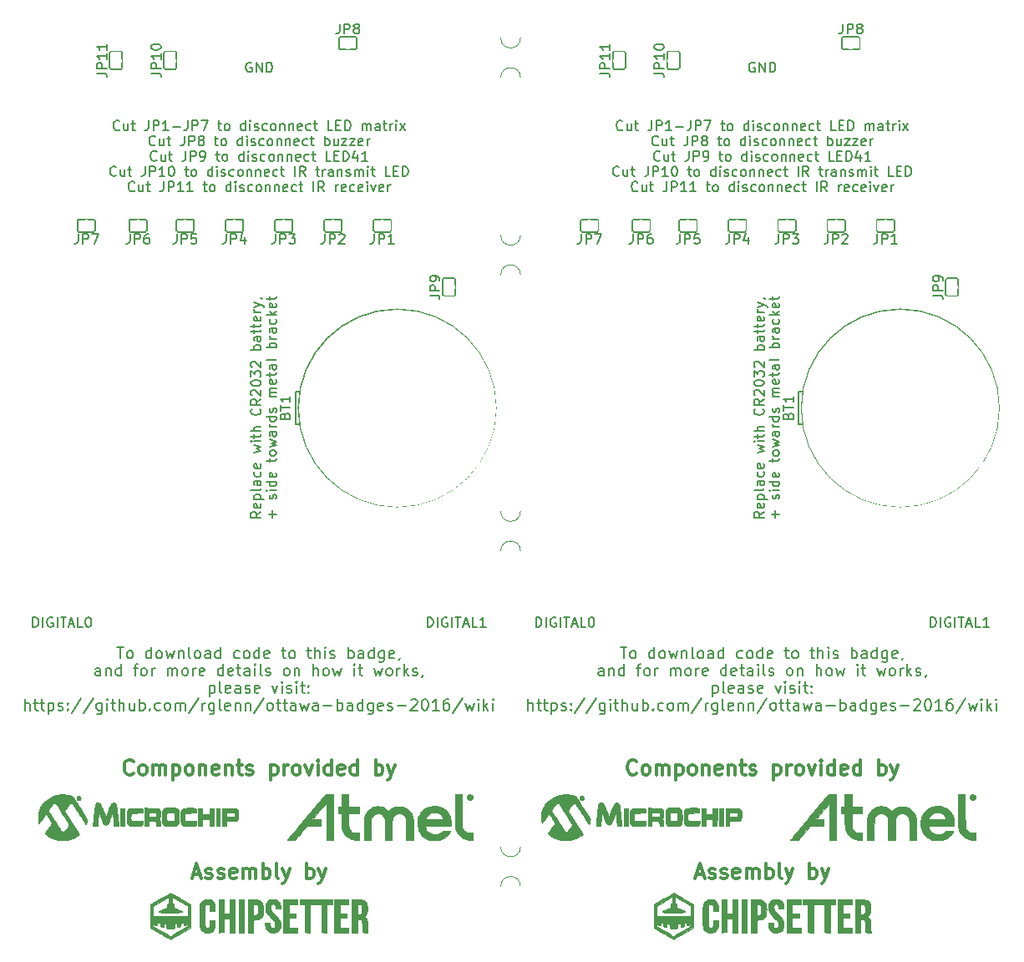
<source format=gto>
G04 #@! TF.FileFunction,Legend,Top*
%FSLAX46Y46*%
G04 Gerber Fmt 4.6, Leading zero omitted, Abs format (unit mm)*
G04 Created by KiCad (PCBNEW 4.0.0-rc1-stable) date 9/27/2016 10:32:03 AM*
%MOMM*%
G01*
G04 APERTURE LIST*
%ADD10C,0.100000*%
%ADD11C,0.150000*%
%ADD12C,0.300000*%
%ADD13C,0.010000*%
%ADD14R,2.332000X2.027200*%
%ADD15O,2.332000X2.027200*%
%ADD16R,1.100000X0.900000*%
%ADD17R,0.900000X1.100000*%
%ADD18C,0.850000*%
%ADD19C,1.824000*%
%ADD20C,8.300000*%
%ADD21C,1.000000*%
%ADD22R,6.300000X3.800000*%
%ADD23C,20.000000*%
%ADD24R,2.027200X2.027200*%
%ADD25O,2.027200X2.027200*%
%ADD26R,2.027200X2.332000*%
%ADD27O,2.027200X2.332000*%
%ADD28C,0.800000*%
%ADD29C,2.300000*%
G04 APERTURE END LIST*
D10*
D11*
X115357141Y-72257143D02*
X115309522Y-72304762D01*
X115166665Y-72352381D01*
X115071427Y-72352381D01*
X114928569Y-72304762D01*
X114833331Y-72209524D01*
X114785712Y-72114286D01*
X114738093Y-71923810D01*
X114738093Y-71780952D01*
X114785712Y-71590476D01*
X114833331Y-71495238D01*
X114928569Y-71400000D01*
X115071427Y-71352381D01*
X115166665Y-71352381D01*
X115309522Y-71400000D01*
X115357141Y-71447619D01*
X116214284Y-71685714D02*
X116214284Y-72352381D01*
X115785712Y-71685714D02*
X115785712Y-72209524D01*
X115833331Y-72304762D01*
X115928569Y-72352381D01*
X116071427Y-72352381D01*
X116166665Y-72304762D01*
X116214284Y-72257143D01*
X116547617Y-71685714D02*
X116928569Y-71685714D01*
X116690474Y-71352381D02*
X116690474Y-72209524D01*
X116738093Y-72304762D01*
X116833331Y-72352381D01*
X116928569Y-72352381D01*
X118309523Y-71352381D02*
X118309523Y-72066667D01*
X118261903Y-72209524D01*
X118166665Y-72304762D01*
X118023808Y-72352381D01*
X117928570Y-72352381D01*
X118785713Y-72352381D02*
X118785713Y-71352381D01*
X119166666Y-71352381D01*
X119261904Y-71400000D01*
X119309523Y-71447619D01*
X119357142Y-71542857D01*
X119357142Y-71685714D01*
X119309523Y-71780952D01*
X119261904Y-71828571D01*
X119166666Y-71876190D01*
X118785713Y-71876190D01*
X120309523Y-72352381D02*
X119738094Y-72352381D01*
X120023808Y-72352381D02*
X120023808Y-71352381D01*
X119928570Y-71495238D01*
X119833332Y-71590476D01*
X119738094Y-71638095D01*
X120738094Y-71971429D02*
X121499999Y-71971429D01*
X122261904Y-71352381D02*
X122261904Y-72066667D01*
X122214284Y-72209524D01*
X122119046Y-72304762D01*
X121976189Y-72352381D01*
X121880951Y-72352381D01*
X122738094Y-72352381D02*
X122738094Y-71352381D01*
X123119047Y-71352381D01*
X123214285Y-71400000D01*
X123261904Y-71447619D01*
X123309523Y-71542857D01*
X123309523Y-71685714D01*
X123261904Y-71780952D01*
X123214285Y-71828571D01*
X123119047Y-71876190D01*
X122738094Y-71876190D01*
X123642856Y-71352381D02*
X124309523Y-71352381D01*
X123880951Y-72352381D01*
X125309523Y-71685714D02*
X125690475Y-71685714D01*
X125452380Y-71352381D02*
X125452380Y-72209524D01*
X125499999Y-72304762D01*
X125595237Y-72352381D01*
X125690475Y-72352381D01*
X126166666Y-72352381D02*
X126071428Y-72304762D01*
X126023809Y-72257143D01*
X125976190Y-72161905D01*
X125976190Y-71876190D01*
X126023809Y-71780952D01*
X126071428Y-71733333D01*
X126166666Y-71685714D01*
X126309524Y-71685714D01*
X126404762Y-71733333D01*
X126452381Y-71780952D01*
X126500000Y-71876190D01*
X126500000Y-72161905D01*
X126452381Y-72257143D01*
X126404762Y-72304762D01*
X126309524Y-72352381D01*
X126166666Y-72352381D01*
X128119048Y-72352381D02*
X128119048Y-71352381D01*
X128119048Y-72304762D02*
X128023810Y-72352381D01*
X127833333Y-72352381D01*
X127738095Y-72304762D01*
X127690476Y-72257143D01*
X127642857Y-72161905D01*
X127642857Y-71876190D01*
X127690476Y-71780952D01*
X127738095Y-71733333D01*
X127833333Y-71685714D01*
X128023810Y-71685714D01*
X128119048Y-71733333D01*
X128595238Y-72352381D02*
X128595238Y-71685714D01*
X128595238Y-71352381D02*
X128547619Y-71400000D01*
X128595238Y-71447619D01*
X128642857Y-71400000D01*
X128595238Y-71352381D01*
X128595238Y-71447619D01*
X129023809Y-72304762D02*
X129119047Y-72352381D01*
X129309523Y-72352381D01*
X129404762Y-72304762D01*
X129452381Y-72209524D01*
X129452381Y-72161905D01*
X129404762Y-72066667D01*
X129309523Y-72019048D01*
X129166666Y-72019048D01*
X129071428Y-71971429D01*
X129023809Y-71876190D01*
X129023809Y-71828571D01*
X129071428Y-71733333D01*
X129166666Y-71685714D01*
X129309523Y-71685714D01*
X129404762Y-71733333D01*
X130309524Y-72304762D02*
X130214286Y-72352381D01*
X130023809Y-72352381D01*
X129928571Y-72304762D01*
X129880952Y-72257143D01*
X129833333Y-72161905D01*
X129833333Y-71876190D01*
X129880952Y-71780952D01*
X129928571Y-71733333D01*
X130023809Y-71685714D01*
X130214286Y-71685714D01*
X130309524Y-71733333D01*
X130880952Y-72352381D02*
X130785714Y-72304762D01*
X130738095Y-72257143D01*
X130690476Y-72161905D01*
X130690476Y-71876190D01*
X130738095Y-71780952D01*
X130785714Y-71733333D01*
X130880952Y-71685714D01*
X131023810Y-71685714D01*
X131119048Y-71733333D01*
X131166667Y-71780952D01*
X131214286Y-71876190D01*
X131214286Y-72161905D01*
X131166667Y-72257143D01*
X131119048Y-72304762D01*
X131023810Y-72352381D01*
X130880952Y-72352381D01*
X131642857Y-71685714D02*
X131642857Y-72352381D01*
X131642857Y-71780952D02*
X131690476Y-71733333D01*
X131785714Y-71685714D01*
X131928572Y-71685714D01*
X132023810Y-71733333D01*
X132071429Y-71828571D01*
X132071429Y-72352381D01*
X132547619Y-71685714D02*
X132547619Y-72352381D01*
X132547619Y-71780952D02*
X132595238Y-71733333D01*
X132690476Y-71685714D01*
X132833334Y-71685714D01*
X132928572Y-71733333D01*
X132976191Y-71828571D01*
X132976191Y-72352381D01*
X133833334Y-72304762D02*
X133738096Y-72352381D01*
X133547619Y-72352381D01*
X133452381Y-72304762D01*
X133404762Y-72209524D01*
X133404762Y-71828571D01*
X133452381Y-71733333D01*
X133547619Y-71685714D01*
X133738096Y-71685714D01*
X133833334Y-71733333D01*
X133880953Y-71828571D01*
X133880953Y-71923810D01*
X133404762Y-72019048D01*
X134738096Y-72304762D02*
X134642858Y-72352381D01*
X134452381Y-72352381D01*
X134357143Y-72304762D01*
X134309524Y-72257143D01*
X134261905Y-72161905D01*
X134261905Y-71876190D01*
X134309524Y-71780952D01*
X134357143Y-71733333D01*
X134452381Y-71685714D01*
X134642858Y-71685714D01*
X134738096Y-71733333D01*
X135023810Y-71685714D02*
X135404762Y-71685714D01*
X135166667Y-71352381D02*
X135166667Y-72209524D01*
X135214286Y-72304762D01*
X135309524Y-72352381D01*
X135404762Y-72352381D01*
X136976192Y-72352381D02*
X136500001Y-72352381D01*
X136500001Y-71352381D01*
X137309525Y-71828571D02*
X137642859Y-71828571D01*
X137785716Y-72352381D02*
X137309525Y-72352381D01*
X137309525Y-71352381D01*
X137785716Y-71352381D01*
X138214287Y-72352381D02*
X138214287Y-71352381D01*
X138452382Y-71352381D01*
X138595240Y-71400000D01*
X138690478Y-71495238D01*
X138738097Y-71590476D01*
X138785716Y-71780952D01*
X138785716Y-71923810D01*
X138738097Y-72114286D01*
X138690478Y-72209524D01*
X138595240Y-72304762D01*
X138452382Y-72352381D01*
X138214287Y-72352381D01*
X139976192Y-72352381D02*
X139976192Y-71685714D01*
X139976192Y-71780952D02*
X140023811Y-71733333D01*
X140119049Y-71685714D01*
X140261907Y-71685714D01*
X140357145Y-71733333D01*
X140404764Y-71828571D01*
X140404764Y-72352381D01*
X140404764Y-71828571D02*
X140452383Y-71733333D01*
X140547621Y-71685714D01*
X140690478Y-71685714D01*
X140785716Y-71733333D01*
X140833335Y-71828571D01*
X140833335Y-72352381D01*
X141738097Y-72352381D02*
X141738097Y-71828571D01*
X141690478Y-71733333D01*
X141595240Y-71685714D01*
X141404763Y-71685714D01*
X141309525Y-71733333D01*
X141738097Y-72304762D02*
X141642859Y-72352381D01*
X141404763Y-72352381D01*
X141309525Y-72304762D01*
X141261906Y-72209524D01*
X141261906Y-72114286D01*
X141309525Y-72019048D01*
X141404763Y-71971429D01*
X141642859Y-71971429D01*
X141738097Y-71923810D01*
X142071430Y-71685714D02*
X142452382Y-71685714D01*
X142214287Y-71352381D02*
X142214287Y-72209524D01*
X142261906Y-72304762D01*
X142357144Y-72352381D01*
X142452382Y-72352381D01*
X142785716Y-72352381D02*
X142785716Y-71685714D01*
X142785716Y-71876190D02*
X142833335Y-71780952D01*
X142880954Y-71733333D01*
X142976192Y-71685714D01*
X143071431Y-71685714D01*
X143404764Y-72352381D02*
X143404764Y-71685714D01*
X143404764Y-71352381D02*
X143357145Y-71400000D01*
X143404764Y-71447619D01*
X143452383Y-71400000D01*
X143404764Y-71352381D01*
X143404764Y-71447619D01*
X143785716Y-72352381D02*
X144309526Y-71685714D01*
X143785716Y-71685714D02*
X144309526Y-72352381D01*
X118976189Y-73807143D02*
X118928570Y-73854762D01*
X118785713Y-73902381D01*
X118690475Y-73902381D01*
X118547617Y-73854762D01*
X118452379Y-73759524D01*
X118404760Y-73664286D01*
X118357141Y-73473810D01*
X118357141Y-73330952D01*
X118404760Y-73140476D01*
X118452379Y-73045238D01*
X118547617Y-72950000D01*
X118690475Y-72902381D01*
X118785713Y-72902381D01*
X118928570Y-72950000D01*
X118976189Y-72997619D01*
X119833332Y-73235714D02*
X119833332Y-73902381D01*
X119404760Y-73235714D02*
X119404760Y-73759524D01*
X119452379Y-73854762D01*
X119547617Y-73902381D01*
X119690475Y-73902381D01*
X119785713Y-73854762D01*
X119833332Y-73807143D01*
X120166665Y-73235714D02*
X120547617Y-73235714D01*
X120309522Y-72902381D02*
X120309522Y-73759524D01*
X120357141Y-73854762D01*
X120452379Y-73902381D01*
X120547617Y-73902381D01*
X121928571Y-72902381D02*
X121928571Y-73616667D01*
X121880951Y-73759524D01*
X121785713Y-73854762D01*
X121642856Y-73902381D01*
X121547618Y-73902381D01*
X122404761Y-73902381D02*
X122404761Y-72902381D01*
X122785714Y-72902381D01*
X122880952Y-72950000D01*
X122928571Y-72997619D01*
X122976190Y-73092857D01*
X122976190Y-73235714D01*
X122928571Y-73330952D01*
X122880952Y-73378571D01*
X122785714Y-73426190D01*
X122404761Y-73426190D01*
X123547618Y-73330952D02*
X123452380Y-73283333D01*
X123404761Y-73235714D01*
X123357142Y-73140476D01*
X123357142Y-73092857D01*
X123404761Y-72997619D01*
X123452380Y-72950000D01*
X123547618Y-72902381D01*
X123738095Y-72902381D01*
X123833333Y-72950000D01*
X123880952Y-72997619D01*
X123928571Y-73092857D01*
X123928571Y-73140476D01*
X123880952Y-73235714D01*
X123833333Y-73283333D01*
X123738095Y-73330952D01*
X123547618Y-73330952D01*
X123452380Y-73378571D01*
X123404761Y-73426190D01*
X123357142Y-73521429D01*
X123357142Y-73711905D01*
X123404761Y-73807143D01*
X123452380Y-73854762D01*
X123547618Y-73902381D01*
X123738095Y-73902381D01*
X123833333Y-73854762D01*
X123880952Y-73807143D01*
X123928571Y-73711905D01*
X123928571Y-73521429D01*
X123880952Y-73426190D01*
X123833333Y-73378571D01*
X123738095Y-73330952D01*
X124976190Y-73235714D02*
X125357142Y-73235714D01*
X125119047Y-72902381D02*
X125119047Y-73759524D01*
X125166666Y-73854762D01*
X125261904Y-73902381D01*
X125357142Y-73902381D01*
X125833333Y-73902381D02*
X125738095Y-73854762D01*
X125690476Y-73807143D01*
X125642857Y-73711905D01*
X125642857Y-73426190D01*
X125690476Y-73330952D01*
X125738095Y-73283333D01*
X125833333Y-73235714D01*
X125976191Y-73235714D01*
X126071429Y-73283333D01*
X126119048Y-73330952D01*
X126166667Y-73426190D01*
X126166667Y-73711905D01*
X126119048Y-73807143D01*
X126071429Y-73854762D01*
X125976191Y-73902381D01*
X125833333Y-73902381D01*
X127785715Y-73902381D02*
X127785715Y-72902381D01*
X127785715Y-73854762D02*
X127690477Y-73902381D01*
X127500000Y-73902381D01*
X127404762Y-73854762D01*
X127357143Y-73807143D01*
X127309524Y-73711905D01*
X127309524Y-73426190D01*
X127357143Y-73330952D01*
X127404762Y-73283333D01*
X127500000Y-73235714D01*
X127690477Y-73235714D01*
X127785715Y-73283333D01*
X128261905Y-73902381D02*
X128261905Y-73235714D01*
X128261905Y-72902381D02*
X128214286Y-72950000D01*
X128261905Y-72997619D01*
X128309524Y-72950000D01*
X128261905Y-72902381D01*
X128261905Y-72997619D01*
X128690476Y-73854762D02*
X128785714Y-73902381D01*
X128976190Y-73902381D01*
X129071429Y-73854762D01*
X129119048Y-73759524D01*
X129119048Y-73711905D01*
X129071429Y-73616667D01*
X128976190Y-73569048D01*
X128833333Y-73569048D01*
X128738095Y-73521429D01*
X128690476Y-73426190D01*
X128690476Y-73378571D01*
X128738095Y-73283333D01*
X128833333Y-73235714D01*
X128976190Y-73235714D01*
X129071429Y-73283333D01*
X129976191Y-73854762D02*
X129880953Y-73902381D01*
X129690476Y-73902381D01*
X129595238Y-73854762D01*
X129547619Y-73807143D01*
X129500000Y-73711905D01*
X129500000Y-73426190D01*
X129547619Y-73330952D01*
X129595238Y-73283333D01*
X129690476Y-73235714D01*
X129880953Y-73235714D01*
X129976191Y-73283333D01*
X130547619Y-73902381D02*
X130452381Y-73854762D01*
X130404762Y-73807143D01*
X130357143Y-73711905D01*
X130357143Y-73426190D01*
X130404762Y-73330952D01*
X130452381Y-73283333D01*
X130547619Y-73235714D01*
X130690477Y-73235714D01*
X130785715Y-73283333D01*
X130833334Y-73330952D01*
X130880953Y-73426190D01*
X130880953Y-73711905D01*
X130833334Y-73807143D01*
X130785715Y-73854762D01*
X130690477Y-73902381D01*
X130547619Y-73902381D01*
X131309524Y-73235714D02*
X131309524Y-73902381D01*
X131309524Y-73330952D02*
X131357143Y-73283333D01*
X131452381Y-73235714D01*
X131595239Y-73235714D01*
X131690477Y-73283333D01*
X131738096Y-73378571D01*
X131738096Y-73902381D01*
X132214286Y-73235714D02*
X132214286Y-73902381D01*
X132214286Y-73330952D02*
X132261905Y-73283333D01*
X132357143Y-73235714D01*
X132500001Y-73235714D01*
X132595239Y-73283333D01*
X132642858Y-73378571D01*
X132642858Y-73902381D01*
X133500001Y-73854762D02*
X133404763Y-73902381D01*
X133214286Y-73902381D01*
X133119048Y-73854762D01*
X133071429Y-73759524D01*
X133071429Y-73378571D01*
X133119048Y-73283333D01*
X133214286Y-73235714D01*
X133404763Y-73235714D01*
X133500001Y-73283333D01*
X133547620Y-73378571D01*
X133547620Y-73473810D01*
X133071429Y-73569048D01*
X134404763Y-73854762D02*
X134309525Y-73902381D01*
X134119048Y-73902381D01*
X134023810Y-73854762D01*
X133976191Y-73807143D01*
X133928572Y-73711905D01*
X133928572Y-73426190D01*
X133976191Y-73330952D01*
X134023810Y-73283333D01*
X134119048Y-73235714D01*
X134309525Y-73235714D01*
X134404763Y-73283333D01*
X134690477Y-73235714D02*
X135071429Y-73235714D01*
X134833334Y-72902381D02*
X134833334Y-73759524D01*
X134880953Y-73854762D01*
X134976191Y-73902381D01*
X135071429Y-73902381D01*
X136166668Y-73902381D02*
X136166668Y-72902381D01*
X136166668Y-73283333D02*
X136261906Y-73235714D01*
X136452383Y-73235714D01*
X136547621Y-73283333D01*
X136595240Y-73330952D01*
X136642859Y-73426190D01*
X136642859Y-73711905D01*
X136595240Y-73807143D01*
X136547621Y-73854762D01*
X136452383Y-73902381D01*
X136261906Y-73902381D01*
X136166668Y-73854762D01*
X137500002Y-73235714D02*
X137500002Y-73902381D01*
X137071430Y-73235714D02*
X137071430Y-73759524D01*
X137119049Y-73854762D01*
X137214287Y-73902381D01*
X137357145Y-73902381D01*
X137452383Y-73854762D01*
X137500002Y-73807143D01*
X137880954Y-73235714D02*
X138404764Y-73235714D01*
X137880954Y-73902381D01*
X138404764Y-73902381D01*
X138690478Y-73235714D02*
X139214288Y-73235714D01*
X138690478Y-73902381D01*
X139214288Y-73902381D01*
X139976193Y-73854762D02*
X139880955Y-73902381D01*
X139690478Y-73902381D01*
X139595240Y-73854762D01*
X139547621Y-73759524D01*
X139547621Y-73378571D01*
X139595240Y-73283333D01*
X139690478Y-73235714D01*
X139880955Y-73235714D01*
X139976193Y-73283333D01*
X140023812Y-73378571D01*
X140023812Y-73473810D01*
X139547621Y-73569048D01*
X140452383Y-73902381D02*
X140452383Y-73235714D01*
X140452383Y-73426190D02*
X140500002Y-73330952D01*
X140547621Y-73283333D01*
X140642859Y-73235714D01*
X140738098Y-73235714D01*
X119119046Y-75357143D02*
X119071427Y-75404762D01*
X118928570Y-75452381D01*
X118833332Y-75452381D01*
X118690474Y-75404762D01*
X118595236Y-75309524D01*
X118547617Y-75214286D01*
X118499998Y-75023810D01*
X118499998Y-74880952D01*
X118547617Y-74690476D01*
X118595236Y-74595238D01*
X118690474Y-74500000D01*
X118833332Y-74452381D01*
X118928570Y-74452381D01*
X119071427Y-74500000D01*
X119119046Y-74547619D01*
X119976189Y-74785714D02*
X119976189Y-75452381D01*
X119547617Y-74785714D02*
X119547617Y-75309524D01*
X119595236Y-75404762D01*
X119690474Y-75452381D01*
X119833332Y-75452381D01*
X119928570Y-75404762D01*
X119976189Y-75357143D01*
X120309522Y-74785714D02*
X120690474Y-74785714D01*
X120452379Y-74452381D02*
X120452379Y-75309524D01*
X120499998Y-75404762D01*
X120595236Y-75452381D01*
X120690474Y-75452381D01*
X122071428Y-74452381D02*
X122071428Y-75166667D01*
X122023808Y-75309524D01*
X121928570Y-75404762D01*
X121785713Y-75452381D01*
X121690475Y-75452381D01*
X122547618Y-75452381D02*
X122547618Y-74452381D01*
X122928571Y-74452381D01*
X123023809Y-74500000D01*
X123071428Y-74547619D01*
X123119047Y-74642857D01*
X123119047Y-74785714D01*
X123071428Y-74880952D01*
X123023809Y-74928571D01*
X122928571Y-74976190D01*
X122547618Y-74976190D01*
X123595237Y-75452381D02*
X123785713Y-75452381D01*
X123880952Y-75404762D01*
X123928571Y-75357143D01*
X124023809Y-75214286D01*
X124071428Y-75023810D01*
X124071428Y-74642857D01*
X124023809Y-74547619D01*
X123976190Y-74500000D01*
X123880952Y-74452381D01*
X123690475Y-74452381D01*
X123595237Y-74500000D01*
X123547618Y-74547619D01*
X123499999Y-74642857D01*
X123499999Y-74880952D01*
X123547618Y-74976190D01*
X123595237Y-75023810D01*
X123690475Y-75071429D01*
X123880952Y-75071429D01*
X123976190Y-75023810D01*
X124023809Y-74976190D01*
X124071428Y-74880952D01*
X125119047Y-74785714D02*
X125499999Y-74785714D01*
X125261904Y-74452381D02*
X125261904Y-75309524D01*
X125309523Y-75404762D01*
X125404761Y-75452381D01*
X125499999Y-75452381D01*
X125976190Y-75452381D02*
X125880952Y-75404762D01*
X125833333Y-75357143D01*
X125785714Y-75261905D01*
X125785714Y-74976190D01*
X125833333Y-74880952D01*
X125880952Y-74833333D01*
X125976190Y-74785714D01*
X126119048Y-74785714D01*
X126214286Y-74833333D01*
X126261905Y-74880952D01*
X126309524Y-74976190D01*
X126309524Y-75261905D01*
X126261905Y-75357143D01*
X126214286Y-75404762D01*
X126119048Y-75452381D01*
X125976190Y-75452381D01*
X127928572Y-75452381D02*
X127928572Y-74452381D01*
X127928572Y-75404762D02*
X127833334Y-75452381D01*
X127642857Y-75452381D01*
X127547619Y-75404762D01*
X127500000Y-75357143D01*
X127452381Y-75261905D01*
X127452381Y-74976190D01*
X127500000Y-74880952D01*
X127547619Y-74833333D01*
X127642857Y-74785714D01*
X127833334Y-74785714D01*
X127928572Y-74833333D01*
X128404762Y-75452381D02*
X128404762Y-74785714D01*
X128404762Y-74452381D02*
X128357143Y-74500000D01*
X128404762Y-74547619D01*
X128452381Y-74500000D01*
X128404762Y-74452381D01*
X128404762Y-74547619D01*
X128833333Y-75404762D02*
X128928571Y-75452381D01*
X129119047Y-75452381D01*
X129214286Y-75404762D01*
X129261905Y-75309524D01*
X129261905Y-75261905D01*
X129214286Y-75166667D01*
X129119047Y-75119048D01*
X128976190Y-75119048D01*
X128880952Y-75071429D01*
X128833333Y-74976190D01*
X128833333Y-74928571D01*
X128880952Y-74833333D01*
X128976190Y-74785714D01*
X129119047Y-74785714D01*
X129214286Y-74833333D01*
X130119048Y-75404762D02*
X130023810Y-75452381D01*
X129833333Y-75452381D01*
X129738095Y-75404762D01*
X129690476Y-75357143D01*
X129642857Y-75261905D01*
X129642857Y-74976190D01*
X129690476Y-74880952D01*
X129738095Y-74833333D01*
X129833333Y-74785714D01*
X130023810Y-74785714D01*
X130119048Y-74833333D01*
X130690476Y-75452381D02*
X130595238Y-75404762D01*
X130547619Y-75357143D01*
X130500000Y-75261905D01*
X130500000Y-74976190D01*
X130547619Y-74880952D01*
X130595238Y-74833333D01*
X130690476Y-74785714D01*
X130833334Y-74785714D01*
X130928572Y-74833333D01*
X130976191Y-74880952D01*
X131023810Y-74976190D01*
X131023810Y-75261905D01*
X130976191Y-75357143D01*
X130928572Y-75404762D01*
X130833334Y-75452381D01*
X130690476Y-75452381D01*
X131452381Y-74785714D02*
X131452381Y-75452381D01*
X131452381Y-74880952D02*
X131500000Y-74833333D01*
X131595238Y-74785714D01*
X131738096Y-74785714D01*
X131833334Y-74833333D01*
X131880953Y-74928571D01*
X131880953Y-75452381D01*
X132357143Y-74785714D02*
X132357143Y-75452381D01*
X132357143Y-74880952D02*
X132404762Y-74833333D01*
X132500000Y-74785714D01*
X132642858Y-74785714D01*
X132738096Y-74833333D01*
X132785715Y-74928571D01*
X132785715Y-75452381D01*
X133642858Y-75404762D02*
X133547620Y-75452381D01*
X133357143Y-75452381D01*
X133261905Y-75404762D01*
X133214286Y-75309524D01*
X133214286Y-74928571D01*
X133261905Y-74833333D01*
X133357143Y-74785714D01*
X133547620Y-74785714D01*
X133642858Y-74833333D01*
X133690477Y-74928571D01*
X133690477Y-75023810D01*
X133214286Y-75119048D01*
X134547620Y-75404762D02*
X134452382Y-75452381D01*
X134261905Y-75452381D01*
X134166667Y-75404762D01*
X134119048Y-75357143D01*
X134071429Y-75261905D01*
X134071429Y-74976190D01*
X134119048Y-74880952D01*
X134166667Y-74833333D01*
X134261905Y-74785714D01*
X134452382Y-74785714D01*
X134547620Y-74833333D01*
X134833334Y-74785714D02*
X135214286Y-74785714D01*
X134976191Y-74452381D02*
X134976191Y-75309524D01*
X135023810Y-75404762D01*
X135119048Y-75452381D01*
X135214286Y-75452381D01*
X136785716Y-75452381D02*
X136309525Y-75452381D01*
X136309525Y-74452381D01*
X137119049Y-74928571D02*
X137452383Y-74928571D01*
X137595240Y-75452381D02*
X137119049Y-75452381D01*
X137119049Y-74452381D01*
X137595240Y-74452381D01*
X138023811Y-75452381D02*
X138023811Y-74452381D01*
X138261906Y-74452381D01*
X138404764Y-74500000D01*
X138500002Y-74595238D01*
X138547621Y-74690476D01*
X138595240Y-74880952D01*
X138595240Y-75023810D01*
X138547621Y-75214286D01*
X138500002Y-75309524D01*
X138404764Y-75404762D01*
X138261906Y-75452381D01*
X138023811Y-75452381D01*
X139452383Y-74785714D02*
X139452383Y-75452381D01*
X139214287Y-74404762D02*
X138976192Y-75119048D01*
X139595240Y-75119048D01*
X140500002Y-75452381D02*
X139928573Y-75452381D01*
X140214287Y-75452381D02*
X140214287Y-74452381D01*
X140119049Y-74595238D01*
X140023811Y-74690476D01*
X139928573Y-74738095D01*
X114999998Y-76907143D02*
X114952379Y-76954762D01*
X114809522Y-77002381D01*
X114714284Y-77002381D01*
X114571426Y-76954762D01*
X114476188Y-76859524D01*
X114428569Y-76764286D01*
X114380950Y-76573810D01*
X114380950Y-76430952D01*
X114428569Y-76240476D01*
X114476188Y-76145238D01*
X114571426Y-76050000D01*
X114714284Y-76002381D01*
X114809522Y-76002381D01*
X114952379Y-76050000D01*
X114999998Y-76097619D01*
X115857141Y-76335714D02*
X115857141Y-77002381D01*
X115428569Y-76335714D02*
X115428569Y-76859524D01*
X115476188Y-76954762D01*
X115571426Y-77002381D01*
X115714284Y-77002381D01*
X115809522Y-76954762D01*
X115857141Y-76907143D01*
X116190474Y-76335714D02*
X116571426Y-76335714D01*
X116333331Y-76002381D02*
X116333331Y-76859524D01*
X116380950Y-76954762D01*
X116476188Y-77002381D01*
X116571426Y-77002381D01*
X117952380Y-76002381D02*
X117952380Y-76716667D01*
X117904760Y-76859524D01*
X117809522Y-76954762D01*
X117666665Y-77002381D01*
X117571427Y-77002381D01*
X118428570Y-77002381D02*
X118428570Y-76002381D01*
X118809523Y-76002381D01*
X118904761Y-76050000D01*
X118952380Y-76097619D01*
X118999999Y-76192857D01*
X118999999Y-76335714D01*
X118952380Y-76430952D01*
X118904761Y-76478571D01*
X118809523Y-76526190D01*
X118428570Y-76526190D01*
X119952380Y-77002381D02*
X119380951Y-77002381D01*
X119666665Y-77002381D02*
X119666665Y-76002381D01*
X119571427Y-76145238D01*
X119476189Y-76240476D01*
X119380951Y-76288095D01*
X120571427Y-76002381D02*
X120666666Y-76002381D01*
X120761904Y-76050000D01*
X120809523Y-76097619D01*
X120857142Y-76192857D01*
X120904761Y-76383333D01*
X120904761Y-76621429D01*
X120857142Y-76811905D01*
X120809523Y-76907143D01*
X120761904Y-76954762D01*
X120666666Y-77002381D01*
X120571427Y-77002381D01*
X120476189Y-76954762D01*
X120428570Y-76907143D01*
X120380951Y-76811905D01*
X120333332Y-76621429D01*
X120333332Y-76383333D01*
X120380951Y-76192857D01*
X120428570Y-76097619D01*
X120476189Y-76050000D01*
X120571427Y-76002381D01*
X121952380Y-76335714D02*
X122333332Y-76335714D01*
X122095237Y-76002381D02*
X122095237Y-76859524D01*
X122142856Y-76954762D01*
X122238094Y-77002381D01*
X122333332Y-77002381D01*
X122809523Y-77002381D02*
X122714285Y-76954762D01*
X122666666Y-76907143D01*
X122619047Y-76811905D01*
X122619047Y-76526190D01*
X122666666Y-76430952D01*
X122714285Y-76383333D01*
X122809523Y-76335714D01*
X122952381Y-76335714D01*
X123047619Y-76383333D01*
X123095238Y-76430952D01*
X123142857Y-76526190D01*
X123142857Y-76811905D01*
X123095238Y-76907143D01*
X123047619Y-76954762D01*
X122952381Y-77002381D01*
X122809523Y-77002381D01*
X124761905Y-77002381D02*
X124761905Y-76002381D01*
X124761905Y-76954762D02*
X124666667Y-77002381D01*
X124476190Y-77002381D01*
X124380952Y-76954762D01*
X124333333Y-76907143D01*
X124285714Y-76811905D01*
X124285714Y-76526190D01*
X124333333Y-76430952D01*
X124380952Y-76383333D01*
X124476190Y-76335714D01*
X124666667Y-76335714D01*
X124761905Y-76383333D01*
X125238095Y-77002381D02*
X125238095Y-76335714D01*
X125238095Y-76002381D02*
X125190476Y-76050000D01*
X125238095Y-76097619D01*
X125285714Y-76050000D01*
X125238095Y-76002381D01*
X125238095Y-76097619D01*
X125666666Y-76954762D02*
X125761904Y-77002381D01*
X125952380Y-77002381D01*
X126047619Y-76954762D01*
X126095238Y-76859524D01*
X126095238Y-76811905D01*
X126047619Y-76716667D01*
X125952380Y-76669048D01*
X125809523Y-76669048D01*
X125714285Y-76621429D01*
X125666666Y-76526190D01*
X125666666Y-76478571D01*
X125714285Y-76383333D01*
X125809523Y-76335714D01*
X125952380Y-76335714D01*
X126047619Y-76383333D01*
X126952381Y-76954762D02*
X126857143Y-77002381D01*
X126666666Y-77002381D01*
X126571428Y-76954762D01*
X126523809Y-76907143D01*
X126476190Y-76811905D01*
X126476190Y-76526190D01*
X126523809Y-76430952D01*
X126571428Y-76383333D01*
X126666666Y-76335714D01*
X126857143Y-76335714D01*
X126952381Y-76383333D01*
X127523809Y-77002381D02*
X127428571Y-76954762D01*
X127380952Y-76907143D01*
X127333333Y-76811905D01*
X127333333Y-76526190D01*
X127380952Y-76430952D01*
X127428571Y-76383333D01*
X127523809Y-76335714D01*
X127666667Y-76335714D01*
X127761905Y-76383333D01*
X127809524Y-76430952D01*
X127857143Y-76526190D01*
X127857143Y-76811905D01*
X127809524Y-76907143D01*
X127761905Y-76954762D01*
X127666667Y-77002381D01*
X127523809Y-77002381D01*
X128285714Y-76335714D02*
X128285714Y-77002381D01*
X128285714Y-76430952D02*
X128333333Y-76383333D01*
X128428571Y-76335714D01*
X128571429Y-76335714D01*
X128666667Y-76383333D01*
X128714286Y-76478571D01*
X128714286Y-77002381D01*
X129190476Y-76335714D02*
X129190476Y-77002381D01*
X129190476Y-76430952D02*
X129238095Y-76383333D01*
X129333333Y-76335714D01*
X129476191Y-76335714D01*
X129571429Y-76383333D01*
X129619048Y-76478571D01*
X129619048Y-77002381D01*
X130476191Y-76954762D02*
X130380953Y-77002381D01*
X130190476Y-77002381D01*
X130095238Y-76954762D01*
X130047619Y-76859524D01*
X130047619Y-76478571D01*
X130095238Y-76383333D01*
X130190476Y-76335714D01*
X130380953Y-76335714D01*
X130476191Y-76383333D01*
X130523810Y-76478571D01*
X130523810Y-76573810D01*
X130047619Y-76669048D01*
X131380953Y-76954762D02*
X131285715Y-77002381D01*
X131095238Y-77002381D01*
X131000000Y-76954762D01*
X130952381Y-76907143D01*
X130904762Y-76811905D01*
X130904762Y-76526190D01*
X130952381Y-76430952D01*
X131000000Y-76383333D01*
X131095238Y-76335714D01*
X131285715Y-76335714D01*
X131380953Y-76383333D01*
X131666667Y-76335714D02*
X132047619Y-76335714D01*
X131809524Y-76002381D02*
X131809524Y-76859524D01*
X131857143Y-76954762D01*
X131952381Y-77002381D01*
X132047619Y-77002381D01*
X133142858Y-77002381D02*
X133142858Y-76002381D01*
X134190477Y-77002381D02*
X133857143Y-76526190D01*
X133619048Y-77002381D02*
X133619048Y-76002381D01*
X134000001Y-76002381D01*
X134095239Y-76050000D01*
X134142858Y-76097619D01*
X134190477Y-76192857D01*
X134190477Y-76335714D01*
X134142858Y-76430952D01*
X134095239Y-76478571D01*
X134000001Y-76526190D01*
X133619048Y-76526190D01*
X135238096Y-76335714D02*
X135619048Y-76335714D01*
X135380953Y-76002381D02*
X135380953Y-76859524D01*
X135428572Y-76954762D01*
X135523810Y-77002381D01*
X135619048Y-77002381D01*
X135952382Y-77002381D02*
X135952382Y-76335714D01*
X135952382Y-76526190D02*
X136000001Y-76430952D01*
X136047620Y-76383333D01*
X136142858Y-76335714D01*
X136238097Y-76335714D01*
X137000002Y-77002381D02*
X137000002Y-76478571D01*
X136952383Y-76383333D01*
X136857145Y-76335714D01*
X136666668Y-76335714D01*
X136571430Y-76383333D01*
X137000002Y-76954762D02*
X136904764Y-77002381D01*
X136666668Y-77002381D01*
X136571430Y-76954762D01*
X136523811Y-76859524D01*
X136523811Y-76764286D01*
X136571430Y-76669048D01*
X136666668Y-76621429D01*
X136904764Y-76621429D01*
X137000002Y-76573810D01*
X137476192Y-76335714D02*
X137476192Y-77002381D01*
X137476192Y-76430952D02*
X137523811Y-76383333D01*
X137619049Y-76335714D01*
X137761907Y-76335714D01*
X137857145Y-76383333D01*
X137904764Y-76478571D01*
X137904764Y-77002381D01*
X138333335Y-76954762D02*
X138428573Y-77002381D01*
X138619049Y-77002381D01*
X138714288Y-76954762D01*
X138761907Y-76859524D01*
X138761907Y-76811905D01*
X138714288Y-76716667D01*
X138619049Y-76669048D01*
X138476192Y-76669048D01*
X138380954Y-76621429D01*
X138333335Y-76526190D01*
X138333335Y-76478571D01*
X138380954Y-76383333D01*
X138476192Y-76335714D01*
X138619049Y-76335714D01*
X138714288Y-76383333D01*
X139190478Y-77002381D02*
X139190478Y-76335714D01*
X139190478Y-76430952D02*
X139238097Y-76383333D01*
X139333335Y-76335714D01*
X139476193Y-76335714D01*
X139571431Y-76383333D01*
X139619050Y-76478571D01*
X139619050Y-77002381D01*
X139619050Y-76478571D02*
X139666669Y-76383333D01*
X139761907Y-76335714D01*
X139904764Y-76335714D01*
X140000002Y-76383333D01*
X140047621Y-76478571D01*
X140047621Y-77002381D01*
X140523811Y-77002381D02*
X140523811Y-76335714D01*
X140523811Y-76002381D02*
X140476192Y-76050000D01*
X140523811Y-76097619D01*
X140571430Y-76050000D01*
X140523811Y-76002381D01*
X140523811Y-76097619D01*
X140857144Y-76335714D02*
X141238096Y-76335714D01*
X141000001Y-76002381D02*
X141000001Y-76859524D01*
X141047620Y-76954762D01*
X141142858Y-77002381D01*
X141238096Y-77002381D01*
X142809526Y-77002381D02*
X142333335Y-77002381D01*
X142333335Y-76002381D01*
X143142859Y-76478571D02*
X143476193Y-76478571D01*
X143619050Y-77002381D02*
X143142859Y-77002381D01*
X143142859Y-76002381D01*
X143619050Y-76002381D01*
X144047621Y-77002381D02*
X144047621Y-76002381D01*
X144285716Y-76002381D01*
X144428574Y-76050000D01*
X144523812Y-76145238D01*
X144571431Y-76240476D01*
X144619050Y-76430952D01*
X144619050Y-76573810D01*
X144571431Y-76764286D01*
X144523812Y-76859524D01*
X144428574Y-76954762D01*
X144285716Y-77002381D01*
X144047621Y-77002381D01*
X116880951Y-78457143D02*
X116833332Y-78504762D01*
X116690475Y-78552381D01*
X116595237Y-78552381D01*
X116452379Y-78504762D01*
X116357141Y-78409524D01*
X116309522Y-78314286D01*
X116261903Y-78123810D01*
X116261903Y-77980952D01*
X116309522Y-77790476D01*
X116357141Y-77695238D01*
X116452379Y-77600000D01*
X116595237Y-77552381D01*
X116690475Y-77552381D01*
X116833332Y-77600000D01*
X116880951Y-77647619D01*
X117738094Y-77885714D02*
X117738094Y-78552381D01*
X117309522Y-77885714D02*
X117309522Y-78409524D01*
X117357141Y-78504762D01*
X117452379Y-78552381D01*
X117595237Y-78552381D01*
X117690475Y-78504762D01*
X117738094Y-78457143D01*
X118071427Y-77885714D02*
X118452379Y-77885714D01*
X118214284Y-77552381D02*
X118214284Y-78409524D01*
X118261903Y-78504762D01*
X118357141Y-78552381D01*
X118452379Y-78552381D01*
X119833333Y-77552381D02*
X119833333Y-78266667D01*
X119785713Y-78409524D01*
X119690475Y-78504762D01*
X119547618Y-78552381D01*
X119452380Y-78552381D01*
X120309523Y-78552381D02*
X120309523Y-77552381D01*
X120690476Y-77552381D01*
X120785714Y-77600000D01*
X120833333Y-77647619D01*
X120880952Y-77742857D01*
X120880952Y-77885714D01*
X120833333Y-77980952D01*
X120785714Y-78028571D01*
X120690476Y-78076190D01*
X120309523Y-78076190D01*
X121833333Y-78552381D02*
X121261904Y-78552381D01*
X121547618Y-78552381D02*
X121547618Y-77552381D01*
X121452380Y-77695238D01*
X121357142Y-77790476D01*
X121261904Y-77838095D01*
X122785714Y-78552381D02*
X122214285Y-78552381D01*
X122499999Y-78552381D02*
X122499999Y-77552381D01*
X122404761Y-77695238D01*
X122309523Y-77790476D01*
X122214285Y-77838095D01*
X123833333Y-77885714D02*
X124214285Y-77885714D01*
X123976190Y-77552381D02*
X123976190Y-78409524D01*
X124023809Y-78504762D01*
X124119047Y-78552381D01*
X124214285Y-78552381D01*
X124690476Y-78552381D02*
X124595238Y-78504762D01*
X124547619Y-78457143D01*
X124500000Y-78361905D01*
X124500000Y-78076190D01*
X124547619Y-77980952D01*
X124595238Y-77933333D01*
X124690476Y-77885714D01*
X124833334Y-77885714D01*
X124928572Y-77933333D01*
X124976191Y-77980952D01*
X125023810Y-78076190D01*
X125023810Y-78361905D01*
X124976191Y-78457143D01*
X124928572Y-78504762D01*
X124833334Y-78552381D01*
X124690476Y-78552381D01*
X126642858Y-78552381D02*
X126642858Y-77552381D01*
X126642858Y-78504762D02*
X126547620Y-78552381D01*
X126357143Y-78552381D01*
X126261905Y-78504762D01*
X126214286Y-78457143D01*
X126166667Y-78361905D01*
X126166667Y-78076190D01*
X126214286Y-77980952D01*
X126261905Y-77933333D01*
X126357143Y-77885714D01*
X126547620Y-77885714D01*
X126642858Y-77933333D01*
X127119048Y-78552381D02*
X127119048Y-77885714D01*
X127119048Y-77552381D02*
X127071429Y-77600000D01*
X127119048Y-77647619D01*
X127166667Y-77600000D01*
X127119048Y-77552381D01*
X127119048Y-77647619D01*
X127547619Y-78504762D02*
X127642857Y-78552381D01*
X127833333Y-78552381D01*
X127928572Y-78504762D01*
X127976191Y-78409524D01*
X127976191Y-78361905D01*
X127928572Y-78266667D01*
X127833333Y-78219048D01*
X127690476Y-78219048D01*
X127595238Y-78171429D01*
X127547619Y-78076190D01*
X127547619Y-78028571D01*
X127595238Y-77933333D01*
X127690476Y-77885714D01*
X127833333Y-77885714D01*
X127928572Y-77933333D01*
X128833334Y-78504762D02*
X128738096Y-78552381D01*
X128547619Y-78552381D01*
X128452381Y-78504762D01*
X128404762Y-78457143D01*
X128357143Y-78361905D01*
X128357143Y-78076190D01*
X128404762Y-77980952D01*
X128452381Y-77933333D01*
X128547619Y-77885714D01*
X128738096Y-77885714D01*
X128833334Y-77933333D01*
X129404762Y-78552381D02*
X129309524Y-78504762D01*
X129261905Y-78457143D01*
X129214286Y-78361905D01*
X129214286Y-78076190D01*
X129261905Y-77980952D01*
X129309524Y-77933333D01*
X129404762Y-77885714D01*
X129547620Y-77885714D01*
X129642858Y-77933333D01*
X129690477Y-77980952D01*
X129738096Y-78076190D01*
X129738096Y-78361905D01*
X129690477Y-78457143D01*
X129642858Y-78504762D01*
X129547620Y-78552381D01*
X129404762Y-78552381D01*
X130166667Y-77885714D02*
X130166667Y-78552381D01*
X130166667Y-77980952D02*
X130214286Y-77933333D01*
X130309524Y-77885714D01*
X130452382Y-77885714D01*
X130547620Y-77933333D01*
X130595239Y-78028571D01*
X130595239Y-78552381D01*
X131071429Y-77885714D02*
X131071429Y-78552381D01*
X131071429Y-77980952D02*
X131119048Y-77933333D01*
X131214286Y-77885714D01*
X131357144Y-77885714D01*
X131452382Y-77933333D01*
X131500001Y-78028571D01*
X131500001Y-78552381D01*
X132357144Y-78504762D02*
X132261906Y-78552381D01*
X132071429Y-78552381D01*
X131976191Y-78504762D01*
X131928572Y-78409524D01*
X131928572Y-78028571D01*
X131976191Y-77933333D01*
X132071429Y-77885714D01*
X132261906Y-77885714D01*
X132357144Y-77933333D01*
X132404763Y-78028571D01*
X132404763Y-78123810D01*
X131928572Y-78219048D01*
X133261906Y-78504762D02*
X133166668Y-78552381D01*
X132976191Y-78552381D01*
X132880953Y-78504762D01*
X132833334Y-78457143D01*
X132785715Y-78361905D01*
X132785715Y-78076190D01*
X132833334Y-77980952D01*
X132880953Y-77933333D01*
X132976191Y-77885714D01*
X133166668Y-77885714D01*
X133261906Y-77933333D01*
X133547620Y-77885714D02*
X133928572Y-77885714D01*
X133690477Y-77552381D02*
X133690477Y-78409524D01*
X133738096Y-78504762D01*
X133833334Y-78552381D01*
X133928572Y-78552381D01*
X135023811Y-78552381D02*
X135023811Y-77552381D01*
X136071430Y-78552381D02*
X135738096Y-78076190D01*
X135500001Y-78552381D02*
X135500001Y-77552381D01*
X135880954Y-77552381D01*
X135976192Y-77600000D01*
X136023811Y-77647619D01*
X136071430Y-77742857D01*
X136071430Y-77885714D01*
X136023811Y-77980952D01*
X135976192Y-78028571D01*
X135880954Y-78076190D01*
X135500001Y-78076190D01*
X137261906Y-78552381D02*
X137261906Y-77885714D01*
X137261906Y-78076190D02*
X137309525Y-77980952D01*
X137357144Y-77933333D01*
X137452382Y-77885714D01*
X137547621Y-77885714D01*
X138261907Y-78504762D02*
X138166669Y-78552381D01*
X137976192Y-78552381D01*
X137880954Y-78504762D01*
X137833335Y-78409524D01*
X137833335Y-78028571D01*
X137880954Y-77933333D01*
X137976192Y-77885714D01*
X138166669Y-77885714D01*
X138261907Y-77933333D01*
X138309526Y-78028571D01*
X138309526Y-78123810D01*
X137833335Y-78219048D01*
X139166669Y-78504762D02*
X139071431Y-78552381D01*
X138880954Y-78552381D01*
X138785716Y-78504762D01*
X138738097Y-78457143D01*
X138690478Y-78361905D01*
X138690478Y-78076190D01*
X138738097Y-77980952D01*
X138785716Y-77933333D01*
X138880954Y-77885714D01*
X139071431Y-77885714D01*
X139166669Y-77933333D01*
X139976193Y-78504762D02*
X139880955Y-78552381D01*
X139690478Y-78552381D01*
X139595240Y-78504762D01*
X139547621Y-78409524D01*
X139547621Y-78028571D01*
X139595240Y-77933333D01*
X139690478Y-77885714D01*
X139880955Y-77885714D01*
X139976193Y-77933333D01*
X140023812Y-78028571D01*
X140023812Y-78123810D01*
X139547621Y-78219048D01*
X140452383Y-78552381D02*
X140452383Y-77885714D01*
X140452383Y-77552381D02*
X140404764Y-77600000D01*
X140452383Y-77647619D01*
X140500002Y-77600000D01*
X140452383Y-77552381D01*
X140452383Y-77647619D01*
X140833335Y-77885714D02*
X141071430Y-78552381D01*
X141309526Y-77885714D01*
X142071431Y-78504762D02*
X141976193Y-78552381D01*
X141785716Y-78552381D01*
X141690478Y-78504762D01*
X141642859Y-78409524D01*
X141642859Y-78028571D01*
X141690478Y-77933333D01*
X141785716Y-77885714D01*
X141976193Y-77885714D01*
X142071431Y-77933333D01*
X142119050Y-78028571D01*
X142119050Y-78123810D01*
X141642859Y-78219048D01*
X142547621Y-78552381D02*
X142547621Y-77885714D01*
X142547621Y-78076190D02*
X142595240Y-77980952D01*
X142642859Y-77933333D01*
X142738097Y-77885714D01*
X142833336Y-77885714D01*
X146571429Y-122702381D02*
X146571429Y-121702381D01*
X146809524Y-121702381D01*
X146952382Y-121750000D01*
X147047620Y-121845238D01*
X147095239Y-121940476D01*
X147142858Y-122130952D01*
X147142858Y-122273810D01*
X147095239Y-122464286D01*
X147047620Y-122559524D01*
X146952382Y-122654762D01*
X146809524Y-122702381D01*
X146571429Y-122702381D01*
X147571429Y-122702381D02*
X147571429Y-121702381D01*
X148571429Y-121750000D02*
X148476191Y-121702381D01*
X148333334Y-121702381D01*
X148190476Y-121750000D01*
X148095238Y-121845238D01*
X148047619Y-121940476D01*
X148000000Y-122130952D01*
X148000000Y-122273810D01*
X148047619Y-122464286D01*
X148095238Y-122559524D01*
X148190476Y-122654762D01*
X148333334Y-122702381D01*
X148428572Y-122702381D01*
X148571429Y-122654762D01*
X148619048Y-122607143D01*
X148619048Y-122273810D01*
X148428572Y-122273810D01*
X149047619Y-122702381D02*
X149047619Y-121702381D01*
X149380952Y-121702381D02*
X149952381Y-121702381D01*
X149666666Y-122702381D02*
X149666666Y-121702381D01*
X150238095Y-122416667D02*
X150714286Y-122416667D01*
X150142857Y-122702381D02*
X150476190Y-121702381D01*
X150809524Y-122702381D01*
X151619048Y-122702381D02*
X151142857Y-122702381D01*
X151142857Y-121702381D01*
X152476191Y-122702381D02*
X151904762Y-122702381D01*
X152190476Y-122702381D02*
X152190476Y-121702381D01*
X152095238Y-121845238D01*
X152000000Y-121940476D01*
X151904762Y-121988095D01*
X106571429Y-122702381D02*
X106571429Y-121702381D01*
X106809524Y-121702381D01*
X106952382Y-121750000D01*
X107047620Y-121845238D01*
X107095239Y-121940476D01*
X107142858Y-122130952D01*
X107142858Y-122273810D01*
X107095239Y-122464286D01*
X107047620Y-122559524D01*
X106952382Y-122654762D01*
X106809524Y-122702381D01*
X106571429Y-122702381D01*
X107571429Y-122702381D02*
X107571429Y-121702381D01*
X108571429Y-121750000D02*
X108476191Y-121702381D01*
X108333334Y-121702381D01*
X108190476Y-121750000D01*
X108095238Y-121845238D01*
X108047619Y-121940476D01*
X108000000Y-122130952D01*
X108000000Y-122273810D01*
X108047619Y-122464286D01*
X108095238Y-122559524D01*
X108190476Y-122654762D01*
X108333334Y-122702381D01*
X108428572Y-122702381D01*
X108571429Y-122654762D01*
X108619048Y-122607143D01*
X108619048Y-122273810D01*
X108428572Y-122273810D01*
X109047619Y-122702381D02*
X109047619Y-121702381D01*
X109380952Y-121702381D02*
X109952381Y-121702381D01*
X109666666Y-122702381D02*
X109666666Y-121702381D01*
X110238095Y-122416667D02*
X110714286Y-122416667D01*
X110142857Y-122702381D02*
X110476190Y-121702381D01*
X110809524Y-122702381D01*
X111619048Y-122702381D02*
X111142857Y-122702381D01*
X111142857Y-121702381D01*
X112142857Y-121702381D02*
X112238096Y-121702381D01*
X112333334Y-121750000D01*
X112380953Y-121797619D01*
X112428572Y-121892857D01*
X112476191Y-122083333D01*
X112476191Y-122321429D01*
X112428572Y-122511905D01*
X112380953Y-122607143D01*
X112333334Y-122654762D01*
X112238096Y-122702381D01*
X112142857Y-122702381D01*
X112047619Y-122654762D01*
X112000000Y-122607143D01*
X111952381Y-122511905D01*
X111904762Y-122321429D01*
X111904762Y-122083333D01*
X111952381Y-121892857D01*
X112000000Y-121797619D01*
X112047619Y-121750000D01*
X112142857Y-121702381D01*
X128738096Y-65500000D02*
X128642858Y-65452381D01*
X128500001Y-65452381D01*
X128357143Y-65500000D01*
X128261905Y-65595238D01*
X128214286Y-65690476D01*
X128166667Y-65880952D01*
X128166667Y-66023810D01*
X128214286Y-66214286D01*
X128261905Y-66309524D01*
X128357143Y-66404762D01*
X128500001Y-66452381D01*
X128595239Y-66452381D01*
X128738096Y-66404762D01*
X128785715Y-66357143D01*
X128785715Y-66023810D01*
X128595239Y-66023810D01*
X129214286Y-66452381D02*
X129214286Y-65452381D01*
X129785715Y-66452381D01*
X129785715Y-65452381D01*
X130261905Y-66452381D02*
X130261905Y-65452381D01*
X130500000Y-65452381D01*
X130642858Y-65500000D01*
X130738096Y-65595238D01*
X130785715Y-65690476D01*
X130833334Y-65880952D01*
X130833334Y-66023810D01*
X130785715Y-66214286D01*
X130738096Y-66309524D01*
X130642858Y-66404762D01*
X130500000Y-66452381D01*
X130261905Y-66452381D01*
X115125004Y-124730238D02*
X115782147Y-124730238D01*
X115453575Y-125880238D02*
X115453575Y-124730238D01*
X116329765Y-125880238D02*
X116220241Y-125825476D01*
X116165480Y-125770714D01*
X116110718Y-125661190D01*
X116110718Y-125332619D01*
X116165480Y-125223095D01*
X116220241Y-125168333D01*
X116329765Y-125113571D01*
X116494051Y-125113571D01*
X116603575Y-125168333D01*
X116658337Y-125223095D01*
X116713099Y-125332619D01*
X116713099Y-125661190D01*
X116658337Y-125770714D01*
X116603575Y-125825476D01*
X116494051Y-125880238D01*
X116329765Y-125880238D01*
X118575003Y-125880238D02*
X118575003Y-124730238D01*
X118575003Y-125825476D02*
X118465479Y-125880238D01*
X118246431Y-125880238D01*
X118136907Y-125825476D01*
X118082146Y-125770714D01*
X118027384Y-125661190D01*
X118027384Y-125332619D01*
X118082146Y-125223095D01*
X118136907Y-125168333D01*
X118246431Y-125113571D01*
X118465479Y-125113571D01*
X118575003Y-125168333D01*
X119286907Y-125880238D02*
X119177383Y-125825476D01*
X119122622Y-125770714D01*
X119067860Y-125661190D01*
X119067860Y-125332619D01*
X119122622Y-125223095D01*
X119177383Y-125168333D01*
X119286907Y-125113571D01*
X119451193Y-125113571D01*
X119560717Y-125168333D01*
X119615479Y-125223095D01*
X119670241Y-125332619D01*
X119670241Y-125661190D01*
X119615479Y-125770714D01*
X119560717Y-125825476D01*
X119451193Y-125880238D01*
X119286907Y-125880238D01*
X120053574Y-125113571D02*
X120272621Y-125880238D01*
X120491669Y-125332619D01*
X120710717Y-125880238D01*
X120929764Y-125113571D01*
X121367860Y-125113571D02*
X121367860Y-125880238D01*
X121367860Y-125223095D02*
X121422621Y-125168333D01*
X121532145Y-125113571D01*
X121696431Y-125113571D01*
X121805955Y-125168333D01*
X121860717Y-125277857D01*
X121860717Y-125880238D01*
X122572621Y-125880238D02*
X122463097Y-125825476D01*
X122408336Y-125715952D01*
X122408336Y-124730238D01*
X123175002Y-125880238D02*
X123065478Y-125825476D01*
X123010717Y-125770714D01*
X122955955Y-125661190D01*
X122955955Y-125332619D01*
X123010717Y-125223095D01*
X123065478Y-125168333D01*
X123175002Y-125113571D01*
X123339288Y-125113571D01*
X123448812Y-125168333D01*
X123503574Y-125223095D01*
X123558336Y-125332619D01*
X123558336Y-125661190D01*
X123503574Y-125770714D01*
X123448812Y-125825476D01*
X123339288Y-125880238D01*
X123175002Y-125880238D01*
X124544050Y-125880238D02*
X124544050Y-125277857D01*
X124489288Y-125168333D01*
X124379764Y-125113571D01*
X124160716Y-125113571D01*
X124051193Y-125168333D01*
X124544050Y-125825476D02*
X124434526Y-125880238D01*
X124160716Y-125880238D01*
X124051193Y-125825476D01*
X123996431Y-125715952D01*
X123996431Y-125606429D01*
X124051193Y-125496905D01*
X124160716Y-125442143D01*
X124434526Y-125442143D01*
X124544050Y-125387381D01*
X125584526Y-125880238D02*
X125584526Y-124730238D01*
X125584526Y-125825476D02*
X125475002Y-125880238D01*
X125255954Y-125880238D01*
X125146430Y-125825476D01*
X125091669Y-125770714D01*
X125036907Y-125661190D01*
X125036907Y-125332619D01*
X125091669Y-125223095D01*
X125146430Y-125168333D01*
X125255954Y-125113571D01*
X125475002Y-125113571D01*
X125584526Y-125168333D01*
X127501192Y-125825476D02*
X127391668Y-125880238D01*
X127172620Y-125880238D01*
X127063096Y-125825476D01*
X127008335Y-125770714D01*
X126953573Y-125661190D01*
X126953573Y-125332619D01*
X127008335Y-125223095D01*
X127063096Y-125168333D01*
X127172620Y-125113571D01*
X127391668Y-125113571D01*
X127501192Y-125168333D01*
X128158334Y-125880238D02*
X128048810Y-125825476D01*
X127994049Y-125770714D01*
X127939287Y-125661190D01*
X127939287Y-125332619D01*
X127994049Y-125223095D01*
X128048810Y-125168333D01*
X128158334Y-125113571D01*
X128322620Y-125113571D01*
X128432144Y-125168333D01*
X128486906Y-125223095D01*
X128541668Y-125332619D01*
X128541668Y-125661190D01*
X128486906Y-125770714D01*
X128432144Y-125825476D01*
X128322620Y-125880238D01*
X128158334Y-125880238D01*
X129527382Y-125880238D02*
X129527382Y-124730238D01*
X129527382Y-125825476D02*
X129417858Y-125880238D01*
X129198810Y-125880238D01*
X129089286Y-125825476D01*
X129034525Y-125770714D01*
X128979763Y-125661190D01*
X128979763Y-125332619D01*
X129034525Y-125223095D01*
X129089286Y-125168333D01*
X129198810Y-125113571D01*
X129417858Y-125113571D01*
X129527382Y-125168333D01*
X130513096Y-125825476D02*
X130403572Y-125880238D01*
X130184524Y-125880238D01*
X130075001Y-125825476D01*
X130020239Y-125715952D01*
X130020239Y-125277857D01*
X130075001Y-125168333D01*
X130184524Y-125113571D01*
X130403572Y-125113571D01*
X130513096Y-125168333D01*
X130567858Y-125277857D01*
X130567858Y-125387381D01*
X130020239Y-125496905D01*
X131772619Y-125113571D02*
X132210714Y-125113571D01*
X131936905Y-124730238D02*
X131936905Y-125715952D01*
X131991666Y-125825476D01*
X132101190Y-125880238D01*
X132210714Y-125880238D01*
X132758333Y-125880238D02*
X132648809Y-125825476D01*
X132594048Y-125770714D01*
X132539286Y-125661190D01*
X132539286Y-125332619D01*
X132594048Y-125223095D01*
X132648809Y-125168333D01*
X132758333Y-125113571D01*
X132922619Y-125113571D01*
X133032143Y-125168333D01*
X133086905Y-125223095D01*
X133141667Y-125332619D01*
X133141667Y-125661190D01*
X133086905Y-125770714D01*
X133032143Y-125825476D01*
X132922619Y-125880238D01*
X132758333Y-125880238D01*
X134346428Y-125113571D02*
X134784523Y-125113571D01*
X134510714Y-124730238D02*
X134510714Y-125715952D01*
X134565475Y-125825476D01*
X134674999Y-125880238D01*
X134784523Y-125880238D01*
X135167857Y-125880238D02*
X135167857Y-124730238D01*
X135660714Y-125880238D02*
X135660714Y-125277857D01*
X135605952Y-125168333D01*
X135496428Y-125113571D01*
X135332142Y-125113571D01*
X135222618Y-125168333D01*
X135167857Y-125223095D01*
X136208333Y-125880238D02*
X136208333Y-125113571D01*
X136208333Y-124730238D02*
X136153571Y-124785000D01*
X136208333Y-124839762D01*
X136263094Y-124785000D01*
X136208333Y-124730238D01*
X136208333Y-124839762D01*
X136701190Y-125825476D02*
X136810713Y-125880238D01*
X137029761Y-125880238D01*
X137139285Y-125825476D01*
X137194047Y-125715952D01*
X137194047Y-125661190D01*
X137139285Y-125551667D01*
X137029761Y-125496905D01*
X136865475Y-125496905D01*
X136755952Y-125442143D01*
X136701190Y-125332619D01*
X136701190Y-125277857D01*
X136755952Y-125168333D01*
X136865475Y-125113571D01*
X137029761Y-125113571D01*
X137139285Y-125168333D01*
X138563094Y-125880238D02*
X138563094Y-124730238D01*
X138563094Y-125168333D02*
X138672617Y-125113571D01*
X138891665Y-125113571D01*
X139001189Y-125168333D01*
X139055951Y-125223095D01*
X139110713Y-125332619D01*
X139110713Y-125661190D01*
X139055951Y-125770714D01*
X139001189Y-125825476D01*
X138891665Y-125880238D01*
X138672617Y-125880238D01*
X138563094Y-125825476D01*
X140096427Y-125880238D02*
X140096427Y-125277857D01*
X140041665Y-125168333D01*
X139932141Y-125113571D01*
X139713093Y-125113571D01*
X139603570Y-125168333D01*
X140096427Y-125825476D02*
X139986903Y-125880238D01*
X139713093Y-125880238D01*
X139603570Y-125825476D01*
X139548808Y-125715952D01*
X139548808Y-125606429D01*
X139603570Y-125496905D01*
X139713093Y-125442143D01*
X139986903Y-125442143D01*
X140096427Y-125387381D01*
X141136903Y-125880238D02*
X141136903Y-124730238D01*
X141136903Y-125825476D02*
X141027379Y-125880238D01*
X140808331Y-125880238D01*
X140698807Y-125825476D01*
X140644046Y-125770714D01*
X140589284Y-125661190D01*
X140589284Y-125332619D01*
X140644046Y-125223095D01*
X140698807Y-125168333D01*
X140808331Y-125113571D01*
X141027379Y-125113571D01*
X141136903Y-125168333D01*
X142177379Y-125113571D02*
X142177379Y-126044524D01*
X142122617Y-126154048D01*
X142067855Y-126208810D01*
X141958331Y-126263571D01*
X141794045Y-126263571D01*
X141684522Y-126208810D01*
X142177379Y-125825476D02*
X142067855Y-125880238D01*
X141848807Y-125880238D01*
X141739283Y-125825476D01*
X141684522Y-125770714D01*
X141629760Y-125661190D01*
X141629760Y-125332619D01*
X141684522Y-125223095D01*
X141739283Y-125168333D01*
X141848807Y-125113571D01*
X142067855Y-125113571D01*
X142177379Y-125168333D01*
X143163093Y-125825476D02*
X143053569Y-125880238D01*
X142834521Y-125880238D01*
X142724998Y-125825476D01*
X142670236Y-125715952D01*
X142670236Y-125277857D01*
X142724998Y-125168333D01*
X142834521Y-125113571D01*
X143053569Y-125113571D01*
X143163093Y-125168333D01*
X143217855Y-125277857D01*
X143217855Y-125387381D01*
X142670236Y-125496905D01*
X143765473Y-125825476D02*
X143765473Y-125880238D01*
X143710712Y-125989762D01*
X143655950Y-126044524D01*
X113427385Y-127640238D02*
X113427385Y-127037857D01*
X113372623Y-126928333D01*
X113263099Y-126873571D01*
X113044051Y-126873571D01*
X112934528Y-126928333D01*
X113427385Y-127585476D02*
X113317861Y-127640238D01*
X113044051Y-127640238D01*
X112934528Y-127585476D01*
X112879766Y-127475952D01*
X112879766Y-127366429D01*
X112934528Y-127256905D01*
X113044051Y-127202143D01*
X113317861Y-127202143D01*
X113427385Y-127147381D01*
X113975004Y-126873571D02*
X113975004Y-127640238D01*
X113975004Y-126983095D02*
X114029765Y-126928333D01*
X114139289Y-126873571D01*
X114303575Y-126873571D01*
X114413099Y-126928333D01*
X114467861Y-127037857D01*
X114467861Y-127640238D01*
X115508337Y-127640238D02*
X115508337Y-126490238D01*
X115508337Y-127585476D02*
X115398813Y-127640238D01*
X115179765Y-127640238D01*
X115070241Y-127585476D01*
X115015480Y-127530714D01*
X114960718Y-127421190D01*
X114960718Y-127092619D01*
X115015480Y-126983095D01*
X115070241Y-126928333D01*
X115179765Y-126873571D01*
X115398813Y-126873571D01*
X115508337Y-126928333D01*
X116767860Y-126873571D02*
X117205955Y-126873571D01*
X116932146Y-127640238D02*
X116932146Y-126654524D01*
X116986907Y-126545000D01*
X117096431Y-126490238D01*
X117205955Y-126490238D01*
X117753574Y-127640238D02*
X117644050Y-127585476D01*
X117589289Y-127530714D01*
X117534527Y-127421190D01*
X117534527Y-127092619D01*
X117589289Y-126983095D01*
X117644050Y-126928333D01*
X117753574Y-126873571D01*
X117917860Y-126873571D01*
X118027384Y-126928333D01*
X118082146Y-126983095D01*
X118136908Y-127092619D01*
X118136908Y-127421190D01*
X118082146Y-127530714D01*
X118027384Y-127585476D01*
X117917860Y-127640238D01*
X117753574Y-127640238D01*
X118629765Y-127640238D02*
X118629765Y-126873571D01*
X118629765Y-127092619D02*
X118684526Y-126983095D01*
X118739288Y-126928333D01*
X118848812Y-126873571D01*
X118958336Y-126873571D01*
X120217860Y-127640238D02*
X120217860Y-126873571D01*
X120217860Y-126983095D02*
X120272621Y-126928333D01*
X120382145Y-126873571D01*
X120546431Y-126873571D01*
X120655955Y-126928333D01*
X120710717Y-127037857D01*
X120710717Y-127640238D01*
X120710717Y-127037857D02*
X120765479Y-126928333D01*
X120875002Y-126873571D01*
X121039288Y-126873571D01*
X121148812Y-126928333D01*
X121203574Y-127037857D01*
X121203574Y-127640238D01*
X121915478Y-127640238D02*
X121805954Y-127585476D01*
X121751193Y-127530714D01*
X121696431Y-127421190D01*
X121696431Y-127092619D01*
X121751193Y-126983095D01*
X121805954Y-126928333D01*
X121915478Y-126873571D01*
X122079764Y-126873571D01*
X122189288Y-126928333D01*
X122244050Y-126983095D01*
X122298812Y-127092619D01*
X122298812Y-127421190D01*
X122244050Y-127530714D01*
X122189288Y-127585476D01*
X122079764Y-127640238D01*
X121915478Y-127640238D01*
X122791669Y-127640238D02*
X122791669Y-126873571D01*
X122791669Y-127092619D02*
X122846430Y-126983095D01*
X122901192Y-126928333D01*
X123010716Y-126873571D01*
X123120240Y-126873571D01*
X123941669Y-127585476D02*
X123832145Y-127640238D01*
X123613097Y-127640238D01*
X123503574Y-127585476D01*
X123448812Y-127475952D01*
X123448812Y-127037857D01*
X123503574Y-126928333D01*
X123613097Y-126873571D01*
X123832145Y-126873571D01*
X123941669Y-126928333D01*
X123996431Y-127037857D01*
X123996431Y-127147381D01*
X123448812Y-127256905D01*
X125858335Y-127640238D02*
X125858335Y-126490238D01*
X125858335Y-127585476D02*
X125748811Y-127640238D01*
X125529763Y-127640238D01*
X125420239Y-127585476D01*
X125365478Y-127530714D01*
X125310716Y-127421190D01*
X125310716Y-127092619D01*
X125365478Y-126983095D01*
X125420239Y-126928333D01*
X125529763Y-126873571D01*
X125748811Y-126873571D01*
X125858335Y-126928333D01*
X126844049Y-127585476D02*
X126734525Y-127640238D01*
X126515477Y-127640238D01*
X126405954Y-127585476D01*
X126351192Y-127475952D01*
X126351192Y-127037857D01*
X126405954Y-126928333D01*
X126515477Y-126873571D01*
X126734525Y-126873571D01*
X126844049Y-126928333D01*
X126898811Y-127037857D01*
X126898811Y-127147381D01*
X126351192Y-127256905D01*
X127227382Y-126873571D02*
X127665477Y-126873571D01*
X127391668Y-126490238D02*
X127391668Y-127475952D01*
X127446429Y-127585476D01*
X127555953Y-127640238D01*
X127665477Y-127640238D01*
X128541668Y-127640238D02*
X128541668Y-127037857D01*
X128486906Y-126928333D01*
X128377382Y-126873571D01*
X128158334Y-126873571D01*
X128048811Y-126928333D01*
X128541668Y-127585476D02*
X128432144Y-127640238D01*
X128158334Y-127640238D01*
X128048811Y-127585476D01*
X127994049Y-127475952D01*
X127994049Y-127366429D01*
X128048811Y-127256905D01*
X128158334Y-127202143D01*
X128432144Y-127202143D01*
X128541668Y-127147381D01*
X129089287Y-127640238D02*
X129089287Y-126873571D01*
X129089287Y-126490238D02*
X129034525Y-126545000D01*
X129089287Y-126599762D01*
X129144048Y-126545000D01*
X129089287Y-126490238D01*
X129089287Y-126599762D01*
X129801191Y-127640238D02*
X129691667Y-127585476D01*
X129636906Y-127475952D01*
X129636906Y-126490238D01*
X130184525Y-127585476D02*
X130294048Y-127640238D01*
X130513096Y-127640238D01*
X130622620Y-127585476D01*
X130677382Y-127475952D01*
X130677382Y-127421190D01*
X130622620Y-127311667D01*
X130513096Y-127256905D01*
X130348810Y-127256905D01*
X130239287Y-127202143D01*
X130184525Y-127092619D01*
X130184525Y-127037857D01*
X130239287Y-126928333D01*
X130348810Y-126873571D01*
X130513096Y-126873571D01*
X130622620Y-126928333D01*
X132210714Y-127640238D02*
X132101190Y-127585476D01*
X132046429Y-127530714D01*
X131991667Y-127421190D01*
X131991667Y-127092619D01*
X132046429Y-126983095D01*
X132101190Y-126928333D01*
X132210714Y-126873571D01*
X132375000Y-126873571D01*
X132484524Y-126928333D01*
X132539286Y-126983095D01*
X132594048Y-127092619D01*
X132594048Y-127421190D01*
X132539286Y-127530714D01*
X132484524Y-127585476D01*
X132375000Y-127640238D01*
X132210714Y-127640238D01*
X133086905Y-126873571D02*
X133086905Y-127640238D01*
X133086905Y-126983095D02*
X133141666Y-126928333D01*
X133251190Y-126873571D01*
X133415476Y-126873571D01*
X133525000Y-126928333D01*
X133579762Y-127037857D01*
X133579762Y-127640238D01*
X135003571Y-127640238D02*
X135003571Y-126490238D01*
X135496428Y-127640238D02*
X135496428Y-127037857D01*
X135441666Y-126928333D01*
X135332142Y-126873571D01*
X135167856Y-126873571D01*
X135058332Y-126928333D01*
X135003571Y-126983095D01*
X136208332Y-127640238D02*
X136098808Y-127585476D01*
X136044047Y-127530714D01*
X135989285Y-127421190D01*
X135989285Y-127092619D01*
X136044047Y-126983095D01*
X136098808Y-126928333D01*
X136208332Y-126873571D01*
X136372618Y-126873571D01*
X136482142Y-126928333D01*
X136536904Y-126983095D01*
X136591666Y-127092619D01*
X136591666Y-127421190D01*
X136536904Y-127530714D01*
X136482142Y-127585476D01*
X136372618Y-127640238D01*
X136208332Y-127640238D01*
X136974999Y-126873571D02*
X137194046Y-127640238D01*
X137413094Y-127092619D01*
X137632142Y-127640238D01*
X137851189Y-126873571D01*
X139165475Y-127640238D02*
X139165475Y-126873571D01*
X139165475Y-126490238D02*
X139110713Y-126545000D01*
X139165475Y-126599762D01*
X139220236Y-126545000D01*
X139165475Y-126490238D01*
X139165475Y-126599762D01*
X139548808Y-126873571D02*
X139986903Y-126873571D01*
X139713094Y-126490238D02*
X139713094Y-127475952D01*
X139767855Y-127585476D01*
X139877379Y-127640238D01*
X139986903Y-127640238D01*
X141136903Y-126873571D02*
X141355950Y-127640238D01*
X141574998Y-127092619D01*
X141794046Y-127640238D01*
X142013093Y-126873571D01*
X142615474Y-127640238D02*
X142505950Y-127585476D01*
X142451189Y-127530714D01*
X142396427Y-127421190D01*
X142396427Y-127092619D01*
X142451189Y-126983095D01*
X142505950Y-126928333D01*
X142615474Y-126873571D01*
X142779760Y-126873571D01*
X142889284Y-126928333D01*
X142944046Y-126983095D01*
X142998808Y-127092619D01*
X142998808Y-127421190D01*
X142944046Y-127530714D01*
X142889284Y-127585476D01*
X142779760Y-127640238D01*
X142615474Y-127640238D01*
X143491665Y-127640238D02*
X143491665Y-126873571D01*
X143491665Y-127092619D02*
X143546426Y-126983095D01*
X143601188Y-126928333D01*
X143710712Y-126873571D01*
X143820236Y-126873571D01*
X144203570Y-127640238D02*
X144203570Y-126490238D01*
X144313093Y-127202143D02*
X144641665Y-127640238D01*
X144641665Y-126873571D02*
X144203570Y-127311667D01*
X145079760Y-127585476D02*
X145189283Y-127640238D01*
X145408331Y-127640238D01*
X145517855Y-127585476D01*
X145572617Y-127475952D01*
X145572617Y-127421190D01*
X145517855Y-127311667D01*
X145408331Y-127256905D01*
X145244045Y-127256905D01*
X145134522Y-127202143D01*
X145079760Y-127092619D01*
X145079760Y-127037857D01*
X145134522Y-126928333D01*
X145244045Y-126873571D01*
X145408331Y-126873571D01*
X145517855Y-126928333D01*
X146120235Y-127585476D02*
X146120235Y-127640238D01*
X146065474Y-127749762D01*
X146010712Y-127804524D01*
X124489288Y-128633571D02*
X124489288Y-129783571D01*
X124489288Y-128688333D02*
X124598811Y-128633571D01*
X124817859Y-128633571D01*
X124927383Y-128688333D01*
X124982145Y-128743095D01*
X125036907Y-128852619D01*
X125036907Y-129181190D01*
X124982145Y-129290714D01*
X124927383Y-129345476D01*
X124817859Y-129400238D01*
X124598811Y-129400238D01*
X124489288Y-129345476D01*
X125694049Y-129400238D02*
X125584525Y-129345476D01*
X125529764Y-129235952D01*
X125529764Y-128250238D01*
X126570240Y-129345476D02*
X126460716Y-129400238D01*
X126241668Y-129400238D01*
X126132145Y-129345476D01*
X126077383Y-129235952D01*
X126077383Y-128797857D01*
X126132145Y-128688333D01*
X126241668Y-128633571D01*
X126460716Y-128633571D01*
X126570240Y-128688333D01*
X126625002Y-128797857D01*
X126625002Y-128907381D01*
X126077383Y-129016905D01*
X127610716Y-129400238D02*
X127610716Y-128797857D01*
X127555954Y-128688333D01*
X127446430Y-128633571D01*
X127227382Y-128633571D01*
X127117859Y-128688333D01*
X127610716Y-129345476D02*
X127501192Y-129400238D01*
X127227382Y-129400238D01*
X127117859Y-129345476D01*
X127063097Y-129235952D01*
X127063097Y-129126429D01*
X127117859Y-129016905D01*
X127227382Y-128962143D01*
X127501192Y-128962143D01*
X127610716Y-128907381D01*
X128103573Y-129345476D02*
X128213096Y-129400238D01*
X128432144Y-129400238D01*
X128541668Y-129345476D01*
X128596430Y-129235952D01*
X128596430Y-129181190D01*
X128541668Y-129071667D01*
X128432144Y-129016905D01*
X128267858Y-129016905D01*
X128158335Y-128962143D01*
X128103573Y-128852619D01*
X128103573Y-128797857D01*
X128158335Y-128688333D01*
X128267858Y-128633571D01*
X128432144Y-128633571D01*
X128541668Y-128688333D01*
X129527382Y-129345476D02*
X129417858Y-129400238D01*
X129198810Y-129400238D01*
X129089287Y-129345476D01*
X129034525Y-129235952D01*
X129034525Y-128797857D01*
X129089287Y-128688333D01*
X129198810Y-128633571D01*
X129417858Y-128633571D01*
X129527382Y-128688333D01*
X129582144Y-128797857D01*
X129582144Y-128907381D01*
X129034525Y-129016905D01*
X130841667Y-128633571D02*
X131115476Y-129400238D01*
X131389286Y-128633571D01*
X131827381Y-129400238D02*
X131827381Y-128633571D01*
X131827381Y-128250238D02*
X131772619Y-128305000D01*
X131827381Y-128359762D01*
X131882142Y-128305000D01*
X131827381Y-128250238D01*
X131827381Y-128359762D01*
X132320238Y-129345476D02*
X132429761Y-129400238D01*
X132648809Y-129400238D01*
X132758333Y-129345476D01*
X132813095Y-129235952D01*
X132813095Y-129181190D01*
X132758333Y-129071667D01*
X132648809Y-129016905D01*
X132484523Y-129016905D01*
X132375000Y-128962143D01*
X132320238Y-128852619D01*
X132320238Y-128797857D01*
X132375000Y-128688333D01*
X132484523Y-128633571D01*
X132648809Y-128633571D01*
X132758333Y-128688333D01*
X133305952Y-129400238D02*
X133305952Y-128633571D01*
X133305952Y-128250238D02*
X133251190Y-128305000D01*
X133305952Y-128359762D01*
X133360713Y-128305000D01*
X133305952Y-128250238D01*
X133305952Y-128359762D01*
X133689285Y-128633571D02*
X134127380Y-128633571D01*
X133853571Y-128250238D02*
X133853571Y-129235952D01*
X133908332Y-129345476D01*
X134017856Y-129400238D01*
X134127380Y-129400238D01*
X134510714Y-129290714D02*
X134565475Y-129345476D01*
X134510714Y-129400238D01*
X134455952Y-129345476D01*
X134510714Y-129290714D01*
X134510714Y-129400238D01*
X134510714Y-128688333D02*
X134565475Y-128743095D01*
X134510714Y-128797857D01*
X134455952Y-128743095D01*
X134510714Y-128688333D01*
X134510714Y-128797857D01*
X105788098Y-131160238D02*
X105788098Y-130010238D01*
X106280955Y-131160238D02*
X106280955Y-130557857D01*
X106226193Y-130448333D01*
X106116669Y-130393571D01*
X105952383Y-130393571D01*
X105842859Y-130448333D01*
X105788098Y-130503095D01*
X106664288Y-130393571D02*
X107102383Y-130393571D01*
X106828574Y-130010238D02*
X106828574Y-130995952D01*
X106883335Y-131105476D01*
X106992859Y-131160238D01*
X107102383Y-131160238D01*
X107321431Y-130393571D02*
X107759526Y-130393571D01*
X107485717Y-130010238D02*
X107485717Y-130995952D01*
X107540478Y-131105476D01*
X107650002Y-131160238D01*
X107759526Y-131160238D01*
X108142860Y-130393571D02*
X108142860Y-131543571D01*
X108142860Y-130448333D02*
X108252383Y-130393571D01*
X108471431Y-130393571D01*
X108580955Y-130448333D01*
X108635717Y-130503095D01*
X108690479Y-130612619D01*
X108690479Y-130941190D01*
X108635717Y-131050714D01*
X108580955Y-131105476D01*
X108471431Y-131160238D01*
X108252383Y-131160238D01*
X108142860Y-131105476D01*
X109128574Y-131105476D02*
X109238097Y-131160238D01*
X109457145Y-131160238D01*
X109566669Y-131105476D01*
X109621431Y-130995952D01*
X109621431Y-130941190D01*
X109566669Y-130831667D01*
X109457145Y-130776905D01*
X109292859Y-130776905D01*
X109183336Y-130722143D01*
X109128574Y-130612619D01*
X109128574Y-130557857D01*
X109183336Y-130448333D01*
X109292859Y-130393571D01*
X109457145Y-130393571D01*
X109566669Y-130448333D01*
X110114288Y-131050714D02*
X110169049Y-131105476D01*
X110114288Y-131160238D01*
X110059526Y-131105476D01*
X110114288Y-131050714D01*
X110114288Y-131160238D01*
X110114288Y-130448333D02*
X110169049Y-130503095D01*
X110114288Y-130557857D01*
X110059526Y-130503095D01*
X110114288Y-130448333D01*
X110114288Y-130557857D01*
X111483335Y-129955476D02*
X110497621Y-131434048D01*
X112688097Y-129955476D02*
X111702383Y-131434048D01*
X113564288Y-130393571D02*
X113564288Y-131324524D01*
X113509526Y-131434048D01*
X113454764Y-131488810D01*
X113345240Y-131543571D01*
X113180954Y-131543571D01*
X113071431Y-131488810D01*
X113564288Y-131105476D02*
X113454764Y-131160238D01*
X113235716Y-131160238D01*
X113126192Y-131105476D01*
X113071431Y-131050714D01*
X113016669Y-130941190D01*
X113016669Y-130612619D01*
X113071431Y-130503095D01*
X113126192Y-130448333D01*
X113235716Y-130393571D01*
X113454764Y-130393571D01*
X113564288Y-130448333D01*
X114111907Y-131160238D02*
X114111907Y-130393571D01*
X114111907Y-130010238D02*
X114057145Y-130065000D01*
X114111907Y-130119762D01*
X114166668Y-130065000D01*
X114111907Y-130010238D01*
X114111907Y-130119762D01*
X114495240Y-130393571D02*
X114933335Y-130393571D01*
X114659526Y-130010238D02*
X114659526Y-130995952D01*
X114714287Y-131105476D01*
X114823811Y-131160238D01*
X114933335Y-131160238D01*
X115316669Y-131160238D02*
X115316669Y-130010238D01*
X115809526Y-131160238D02*
X115809526Y-130557857D01*
X115754764Y-130448333D01*
X115645240Y-130393571D01*
X115480954Y-130393571D01*
X115371430Y-130448333D01*
X115316669Y-130503095D01*
X116850002Y-130393571D02*
X116850002Y-131160238D01*
X116357145Y-130393571D02*
X116357145Y-130995952D01*
X116411906Y-131105476D01*
X116521430Y-131160238D01*
X116685716Y-131160238D01*
X116795240Y-131105476D01*
X116850002Y-131050714D01*
X117397621Y-131160238D02*
X117397621Y-130010238D01*
X117397621Y-130448333D02*
X117507144Y-130393571D01*
X117726192Y-130393571D01*
X117835716Y-130448333D01*
X117890478Y-130503095D01*
X117945240Y-130612619D01*
X117945240Y-130941190D01*
X117890478Y-131050714D01*
X117835716Y-131105476D01*
X117726192Y-131160238D01*
X117507144Y-131160238D01*
X117397621Y-131105476D01*
X118438097Y-131050714D02*
X118492858Y-131105476D01*
X118438097Y-131160238D01*
X118383335Y-131105476D01*
X118438097Y-131050714D01*
X118438097Y-131160238D01*
X119478573Y-131105476D02*
X119369049Y-131160238D01*
X119150001Y-131160238D01*
X119040477Y-131105476D01*
X118985716Y-131050714D01*
X118930954Y-130941190D01*
X118930954Y-130612619D01*
X118985716Y-130503095D01*
X119040477Y-130448333D01*
X119150001Y-130393571D01*
X119369049Y-130393571D01*
X119478573Y-130448333D01*
X120135715Y-131160238D02*
X120026191Y-131105476D01*
X119971430Y-131050714D01*
X119916668Y-130941190D01*
X119916668Y-130612619D01*
X119971430Y-130503095D01*
X120026191Y-130448333D01*
X120135715Y-130393571D01*
X120300001Y-130393571D01*
X120409525Y-130448333D01*
X120464287Y-130503095D01*
X120519049Y-130612619D01*
X120519049Y-130941190D01*
X120464287Y-131050714D01*
X120409525Y-131105476D01*
X120300001Y-131160238D01*
X120135715Y-131160238D01*
X121011906Y-131160238D02*
X121011906Y-130393571D01*
X121011906Y-130503095D02*
X121066667Y-130448333D01*
X121176191Y-130393571D01*
X121340477Y-130393571D01*
X121450001Y-130448333D01*
X121504763Y-130557857D01*
X121504763Y-131160238D01*
X121504763Y-130557857D02*
X121559525Y-130448333D01*
X121669048Y-130393571D01*
X121833334Y-130393571D01*
X121942858Y-130448333D01*
X121997620Y-130557857D01*
X121997620Y-131160238D01*
X123366667Y-129955476D02*
X122380953Y-131434048D01*
X123750001Y-131160238D02*
X123750001Y-130393571D01*
X123750001Y-130612619D02*
X123804762Y-130503095D01*
X123859524Y-130448333D01*
X123969048Y-130393571D01*
X124078572Y-130393571D01*
X124954763Y-130393571D02*
X124954763Y-131324524D01*
X124900001Y-131434048D01*
X124845239Y-131488810D01*
X124735715Y-131543571D01*
X124571429Y-131543571D01*
X124461906Y-131488810D01*
X124954763Y-131105476D02*
X124845239Y-131160238D01*
X124626191Y-131160238D01*
X124516667Y-131105476D01*
X124461906Y-131050714D01*
X124407144Y-130941190D01*
X124407144Y-130612619D01*
X124461906Y-130503095D01*
X124516667Y-130448333D01*
X124626191Y-130393571D01*
X124845239Y-130393571D01*
X124954763Y-130448333D01*
X125666667Y-131160238D02*
X125557143Y-131105476D01*
X125502382Y-130995952D01*
X125502382Y-130010238D01*
X126542858Y-131105476D02*
X126433334Y-131160238D01*
X126214286Y-131160238D01*
X126104763Y-131105476D01*
X126050001Y-130995952D01*
X126050001Y-130557857D01*
X126104763Y-130448333D01*
X126214286Y-130393571D01*
X126433334Y-130393571D01*
X126542858Y-130448333D01*
X126597620Y-130557857D01*
X126597620Y-130667381D01*
X126050001Y-130776905D01*
X127090477Y-130393571D02*
X127090477Y-131160238D01*
X127090477Y-130503095D02*
X127145238Y-130448333D01*
X127254762Y-130393571D01*
X127419048Y-130393571D01*
X127528572Y-130448333D01*
X127583334Y-130557857D01*
X127583334Y-131160238D01*
X128130953Y-130393571D02*
X128130953Y-131160238D01*
X128130953Y-130503095D02*
X128185714Y-130448333D01*
X128295238Y-130393571D01*
X128459524Y-130393571D01*
X128569048Y-130448333D01*
X128623810Y-130557857D01*
X128623810Y-131160238D01*
X129992857Y-129955476D02*
X129007143Y-131434048D01*
X130540476Y-131160238D02*
X130430952Y-131105476D01*
X130376191Y-131050714D01*
X130321429Y-130941190D01*
X130321429Y-130612619D01*
X130376191Y-130503095D01*
X130430952Y-130448333D01*
X130540476Y-130393571D01*
X130704762Y-130393571D01*
X130814286Y-130448333D01*
X130869048Y-130503095D01*
X130923810Y-130612619D01*
X130923810Y-130941190D01*
X130869048Y-131050714D01*
X130814286Y-131105476D01*
X130704762Y-131160238D01*
X130540476Y-131160238D01*
X131252381Y-130393571D02*
X131690476Y-130393571D01*
X131416667Y-130010238D02*
X131416667Y-130995952D01*
X131471428Y-131105476D01*
X131580952Y-131160238D01*
X131690476Y-131160238D01*
X131909524Y-130393571D02*
X132347619Y-130393571D01*
X132073810Y-130010238D02*
X132073810Y-130995952D01*
X132128571Y-131105476D01*
X132238095Y-131160238D01*
X132347619Y-131160238D01*
X133223810Y-131160238D02*
X133223810Y-130557857D01*
X133169048Y-130448333D01*
X133059524Y-130393571D01*
X132840476Y-130393571D01*
X132730953Y-130448333D01*
X133223810Y-131105476D02*
X133114286Y-131160238D01*
X132840476Y-131160238D01*
X132730953Y-131105476D01*
X132676191Y-130995952D01*
X132676191Y-130886429D01*
X132730953Y-130776905D01*
X132840476Y-130722143D01*
X133114286Y-130722143D01*
X133223810Y-130667381D01*
X133661905Y-130393571D02*
X133880952Y-131160238D01*
X134100000Y-130612619D01*
X134319048Y-131160238D01*
X134538095Y-130393571D01*
X135469048Y-131160238D02*
X135469048Y-130557857D01*
X135414286Y-130448333D01*
X135304762Y-130393571D01*
X135085714Y-130393571D01*
X134976191Y-130448333D01*
X135469048Y-131105476D02*
X135359524Y-131160238D01*
X135085714Y-131160238D01*
X134976191Y-131105476D01*
X134921429Y-130995952D01*
X134921429Y-130886429D01*
X134976191Y-130776905D01*
X135085714Y-130722143D01*
X135359524Y-130722143D01*
X135469048Y-130667381D01*
X136016667Y-130722143D02*
X136892857Y-130722143D01*
X137440477Y-131160238D02*
X137440477Y-130010238D01*
X137440477Y-130448333D02*
X137550000Y-130393571D01*
X137769048Y-130393571D01*
X137878572Y-130448333D01*
X137933334Y-130503095D01*
X137988096Y-130612619D01*
X137988096Y-130941190D01*
X137933334Y-131050714D01*
X137878572Y-131105476D01*
X137769048Y-131160238D01*
X137550000Y-131160238D01*
X137440477Y-131105476D01*
X138973810Y-131160238D02*
X138973810Y-130557857D01*
X138919048Y-130448333D01*
X138809524Y-130393571D01*
X138590476Y-130393571D01*
X138480953Y-130448333D01*
X138973810Y-131105476D02*
X138864286Y-131160238D01*
X138590476Y-131160238D01*
X138480953Y-131105476D01*
X138426191Y-130995952D01*
X138426191Y-130886429D01*
X138480953Y-130776905D01*
X138590476Y-130722143D01*
X138864286Y-130722143D01*
X138973810Y-130667381D01*
X140014286Y-131160238D02*
X140014286Y-130010238D01*
X140014286Y-131105476D02*
X139904762Y-131160238D01*
X139685714Y-131160238D01*
X139576190Y-131105476D01*
X139521429Y-131050714D01*
X139466667Y-130941190D01*
X139466667Y-130612619D01*
X139521429Y-130503095D01*
X139576190Y-130448333D01*
X139685714Y-130393571D01*
X139904762Y-130393571D01*
X140014286Y-130448333D01*
X141054762Y-130393571D02*
X141054762Y-131324524D01*
X141000000Y-131434048D01*
X140945238Y-131488810D01*
X140835714Y-131543571D01*
X140671428Y-131543571D01*
X140561905Y-131488810D01*
X141054762Y-131105476D02*
X140945238Y-131160238D01*
X140726190Y-131160238D01*
X140616666Y-131105476D01*
X140561905Y-131050714D01*
X140507143Y-130941190D01*
X140507143Y-130612619D01*
X140561905Y-130503095D01*
X140616666Y-130448333D01*
X140726190Y-130393571D01*
X140945238Y-130393571D01*
X141054762Y-130448333D01*
X142040476Y-131105476D02*
X141930952Y-131160238D01*
X141711904Y-131160238D01*
X141602381Y-131105476D01*
X141547619Y-130995952D01*
X141547619Y-130557857D01*
X141602381Y-130448333D01*
X141711904Y-130393571D01*
X141930952Y-130393571D01*
X142040476Y-130448333D01*
X142095238Y-130557857D01*
X142095238Y-130667381D01*
X141547619Y-130776905D01*
X142533333Y-131105476D02*
X142642856Y-131160238D01*
X142861904Y-131160238D01*
X142971428Y-131105476D01*
X143026190Y-130995952D01*
X143026190Y-130941190D01*
X142971428Y-130831667D01*
X142861904Y-130776905D01*
X142697618Y-130776905D01*
X142588095Y-130722143D01*
X142533333Y-130612619D01*
X142533333Y-130557857D01*
X142588095Y-130448333D01*
X142697618Y-130393571D01*
X142861904Y-130393571D01*
X142971428Y-130448333D01*
X143519047Y-130722143D02*
X144395237Y-130722143D01*
X144888095Y-130119762D02*
X144942857Y-130065000D01*
X145052380Y-130010238D01*
X145326190Y-130010238D01*
X145435714Y-130065000D01*
X145490476Y-130119762D01*
X145545237Y-130229286D01*
X145545237Y-130338810D01*
X145490476Y-130503095D01*
X144833333Y-131160238D01*
X145545237Y-131160238D01*
X146257142Y-130010238D02*
X146366666Y-130010238D01*
X146476190Y-130065000D01*
X146530952Y-130119762D01*
X146585714Y-130229286D01*
X146640475Y-130448333D01*
X146640475Y-130722143D01*
X146585714Y-130941190D01*
X146530952Y-131050714D01*
X146476190Y-131105476D01*
X146366666Y-131160238D01*
X146257142Y-131160238D01*
X146147618Y-131105476D01*
X146092856Y-131050714D01*
X146038095Y-130941190D01*
X145983333Y-130722143D01*
X145983333Y-130448333D01*
X146038095Y-130229286D01*
X146092856Y-130119762D01*
X146147618Y-130065000D01*
X146257142Y-130010238D01*
X147735713Y-131160238D02*
X147078571Y-131160238D01*
X147407142Y-131160238D02*
X147407142Y-130010238D01*
X147297618Y-130174524D01*
X147188094Y-130284048D01*
X147078571Y-130338810D01*
X148721428Y-130010238D02*
X148502380Y-130010238D01*
X148392856Y-130065000D01*
X148338094Y-130119762D01*
X148228571Y-130284048D01*
X148173809Y-130503095D01*
X148173809Y-130941190D01*
X148228571Y-131050714D01*
X148283332Y-131105476D01*
X148392856Y-131160238D01*
X148611904Y-131160238D01*
X148721428Y-131105476D01*
X148776190Y-131050714D01*
X148830951Y-130941190D01*
X148830951Y-130667381D01*
X148776190Y-130557857D01*
X148721428Y-130503095D01*
X148611904Y-130448333D01*
X148392856Y-130448333D01*
X148283332Y-130503095D01*
X148228571Y-130557857D01*
X148173809Y-130667381D01*
X150145237Y-129955476D02*
X149159523Y-131434048D01*
X150419047Y-130393571D02*
X150638094Y-131160238D01*
X150857142Y-130612619D01*
X151076190Y-131160238D01*
X151295237Y-130393571D01*
X151733333Y-131160238D02*
X151733333Y-130393571D01*
X151733333Y-130010238D02*
X151678571Y-130065000D01*
X151733333Y-130119762D01*
X151788094Y-130065000D01*
X151733333Y-130010238D01*
X151733333Y-130119762D01*
X152280952Y-131160238D02*
X152280952Y-130010238D01*
X152390475Y-130722143D02*
X152719047Y-131160238D01*
X152719047Y-130393571D02*
X152280952Y-130831667D01*
X153211904Y-131160238D02*
X153211904Y-130393571D01*
X153211904Y-130010238D02*
X153157142Y-130065000D01*
X153211904Y-130119762D01*
X153266665Y-130065000D01*
X153211904Y-130010238D01*
X153211904Y-130119762D01*
X129677381Y-111023811D02*
X129201190Y-111357145D01*
X129677381Y-111595240D02*
X128677381Y-111595240D01*
X128677381Y-111214287D01*
X128725000Y-111119049D01*
X128772619Y-111071430D01*
X128867857Y-111023811D01*
X129010714Y-111023811D01*
X129105952Y-111071430D01*
X129153571Y-111119049D01*
X129201190Y-111214287D01*
X129201190Y-111595240D01*
X129629762Y-110214287D02*
X129677381Y-110309525D01*
X129677381Y-110500002D01*
X129629762Y-110595240D01*
X129534524Y-110642859D01*
X129153571Y-110642859D01*
X129058333Y-110595240D01*
X129010714Y-110500002D01*
X129010714Y-110309525D01*
X129058333Y-110214287D01*
X129153571Y-110166668D01*
X129248810Y-110166668D01*
X129344048Y-110642859D01*
X129010714Y-109738097D02*
X130010714Y-109738097D01*
X129058333Y-109738097D02*
X129010714Y-109642859D01*
X129010714Y-109452382D01*
X129058333Y-109357144D01*
X129105952Y-109309525D01*
X129201190Y-109261906D01*
X129486905Y-109261906D01*
X129582143Y-109309525D01*
X129629762Y-109357144D01*
X129677381Y-109452382D01*
X129677381Y-109642859D01*
X129629762Y-109738097D01*
X129677381Y-108690478D02*
X129629762Y-108785716D01*
X129534524Y-108833335D01*
X128677381Y-108833335D01*
X129677381Y-107880953D02*
X129153571Y-107880953D01*
X129058333Y-107928572D01*
X129010714Y-108023810D01*
X129010714Y-108214287D01*
X129058333Y-108309525D01*
X129629762Y-107880953D02*
X129677381Y-107976191D01*
X129677381Y-108214287D01*
X129629762Y-108309525D01*
X129534524Y-108357144D01*
X129439286Y-108357144D01*
X129344048Y-108309525D01*
X129296429Y-108214287D01*
X129296429Y-107976191D01*
X129248810Y-107880953D01*
X129629762Y-106976191D02*
X129677381Y-107071429D01*
X129677381Y-107261906D01*
X129629762Y-107357144D01*
X129582143Y-107404763D01*
X129486905Y-107452382D01*
X129201190Y-107452382D01*
X129105952Y-107404763D01*
X129058333Y-107357144D01*
X129010714Y-107261906D01*
X129010714Y-107071429D01*
X129058333Y-106976191D01*
X129629762Y-106166667D02*
X129677381Y-106261905D01*
X129677381Y-106452382D01*
X129629762Y-106547620D01*
X129534524Y-106595239D01*
X129153571Y-106595239D01*
X129058333Y-106547620D01*
X129010714Y-106452382D01*
X129010714Y-106261905D01*
X129058333Y-106166667D01*
X129153571Y-106119048D01*
X129248810Y-106119048D01*
X129344048Y-106595239D01*
X129010714Y-105023810D02*
X129677381Y-104833334D01*
X129201190Y-104642857D01*
X129677381Y-104452381D01*
X129010714Y-104261905D01*
X129677381Y-103880953D02*
X129010714Y-103880953D01*
X128677381Y-103880953D02*
X128725000Y-103928572D01*
X128772619Y-103880953D01*
X128725000Y-103833334D01*
X128677381Y-103880953D01*
X128772619Y-103880953D01*
X129010714Y-103547620D02*
X129010714Y-103166668D01*
X128677381Y-103404763D02*
X129534524Y-103404763D01*
X129629762Y-103357144D01*
X129677381Y-103261906D01*
X129677381Y-103166668D01*
X129677381Y-102833334D02*
X128677381Y-102833334D01*
X129677381Y-102404762D02*
X129153571Y-102404762D01*
X129058333Y-102452381D01*
X129010714Y-102547619D01*
X129010714Y-102690477D01*
X129058333Y-102785715D01*
X129105952Y-102833334D01*
X129582143Y-100595238D02*
X129629762Y-100642857D01*
X129677381Y-100785714D01*
X129677381Y-100880952D01*
X129629762Y-101023810D01*
X129534524Y-101119048D01*
X129439286Y-101166667D01*
X129248810Y-101214286D01*
X129105952Y-101214286D01*
X128915476Y-101166667D01*
X128820238Y-101119048D01*
X128725000Y-101023810D01*
X128677381Y-100880952D01*
X128677381Y-100785714D01*
X128725000Y-100642857D01*
X128772619Y-100595238D01*
X129677381Y-99595238D02*
X129201190Y-99928572D01*
X129677381Y-100166667D02*
X128677381Y-100166667D01*
X128677381Y-99785714D01*
X128725000Y-99690476D01*
X128772619Y-99642857D01*
X128867857Y-99595238D01*
X129010714Y-99595238D01*
X129105952Y-99642857D01*
X129153571Y-99690476D01*
X129201190Y-99785714D01*
X129201190Y-100166667D01*
X128772619Y-99214286D02*
X128725000Y-99166667D01*
X128677381Y-99071429D01*
X128677381Y-98833333D01*
X128725000Y-98738095D01*
X128772619Y-98690476D01*
X128867857Y-98642857D01*
X128963095Y-98642857D01*
X129105952Y-98690476D01*
X129677381Y-99261905D01*
X129677381Y-98642857D01*
X128677381Y-98023810D02*
X128677381Y-97928571D01*
X128725000Y-97833333D01*
X128772619Y-97785714D01*
X128867857Y-97738095D01*
X129058333Y-97690476D01*
X129296429Y-97690476D01*
X129486905Y-97738095D01*
X129582143Y-97785714D01*
X129629762Y-97833333D01*
X129677381Y-97928571D01*
X129677381Y-98023810D01*
X129629762Y-98119048D01*
X129582143Y-98166667D01*
X129486905Y-98214286D01*
X129296429Y-98261905D01*
X129058333Y-98261905D01*
X128867857Y-98214286D01*
X128772619Y-98166667D01*
X128725000Y-98119048D01*
X128677381Y-98023810D01*
X128677381Y-97357143D02*
X128677381Y-96738095D01*
X129058333Y-97071429D01*
X129058333Y-96928571D01*
X129105952Y-96833333D01*
X129153571Y-96785714D01*
X129248810Y-96738095D01*
X129486905Y-96738095D01*
X129582143Y-96785714D01*
X129629762Y-96833333D01*
X129677381Y-96928571D01*
X129677381Y-97214286D01*
X129629762Y-97309524D01*
X129582143Y-97357143D01*
X128772619Y-96357143D02*
X128725000Y-96309524D01*
X128677381Y-96214286D01*
X128677381Y-95976190D01*
X128725000Y-95880952D01*
X128772619Y-95833333D01*
X128867857Y-95785714D01*
X128963095Y-95785714D01*
X129105952Y-95833333D01*
X129677381Y-96404762D01*
X129677381Y-95785714D01*
X129677381Y-94595238D02*
X128677381Y-94595238D01*
X129058333Y-94595238D02*
X129010714Y-94500000D01*
X129010714Y-94309523D01*
X129058333Y-94214285D01*
X129105952Y-94166666D01*
X129201190Y-94119047D01*
X129486905Y-94119047D01*
X129582143Y-94166666D01*
X129629762Y-94214285D01*
X129677381Y-94309523D01*
X129677381Y-94500000D01*
X129629762Y-94595238D01*
X129677381Y-93261904D02*
X129153571Y-93261904D01*
X129058333Y-93309523D01*
X129010714Y-93404761D01*
X129010714Y-93595238D01*
X129058333Y-93690476D01*
X129629762Y-93261904D02*
X129677381Y-93357142D01*
X129677381Y-93595238D01*
X129629762Y-93690476D01*
X129534524Y-93738095D01*
X129439286Y-93738095D01*
X129344048Y-93690476D01*
X129296429Y-93595238D01*
X129296429Y-93357142D01*
X129248810Y-93261904D01*
X129010714Y-92928571D02*
X129010714Y-92547619D01*
X128677381Y-92785714D02*
X129534524Y-92785714D01*
X129629762Y-92738095D01*
X129677381Y-92642857D01*
X129677381Y-92547619D01*
X129010714Y-92357142D02*
X129010714Y-91976190D01*
X128677381Y-92214285D02*
X129534524Y-92214285D01*
X129629762Y-92166666D01*
X129677381Y-92071428D01*
X129677381Y-91976190D01*
X129629762Y-91261903D02*
X129677381Y-91357141D01*
X129677381Y-91547618D01*
X129629762Y-91642856D01*
X129534524Y-91690475D01*
X129153571Y-91690475D01*
X129058333Y-91642856D01*
X129010714Y-91547618D01*
X129010714Y-91357141D01*
X129058333Y-91261903D01*
X129153571Y-91214284D01*
X129248810Y-91214284D01*
X129344048Y-91690475D01*
X129677381Y-90785713D02*
X129010714Y-90785713D01*
X129201190Y-90785713D02*
X129105952Y-90738094D01*
X129058333Y-90690475D01*
X129010714Y-90595237D01*
X129010714Y-90499998D01*
X129010714Y-90261903D02*
X129677381Y-90023808D01*
X129010714Y-89785712D02*
X129677381Y-90023808D01*
X129915476Y-90119046D01*
X129963095Y-90166665D01*
X130010714Y-90261903D01*
X129629762Y-89357141D02*
X129677381Y-89357141D01*
X129772619Y-89404760D01*
X129820238Y-89452379D01*
X130846429Y-111666669D02*
X130846429Y-110904764D01*
X131227381Y-111285716D02*
X130465476Y-111285716D01*
X131179762Y-109714288D02*
X131227381Y-109619050D01*
X131227381Y-109428574D01*
X131179762Y-109333335D01*
X131084524Y-109285716D01*
X131036905Y-109285716D01*
X130941667Y-109333335D01*
X130894048Y-109428574D01*
X130894048Y-109571431D01*
X130846429Y-109666669D01*
X130751190Y-109714288D01*
X130703571Y-109714288D01*
X130608333Y-109666669D01*
X130560714Y-109571431D01*
X130560714Y-109428574D01*
X130608333Y-109333335D01*
X131227381Y-108857145D02*
X130560714Y-108857145D01*
X130227381Y-108857145D02*
X130275000Y-108904764D01*
X130322619Y-108857145D01*
X130275000Y-108809526D01*
X130227381Y-108857145D01*
X130322619Y-108857145D01*
X131227381Y-107952383D02*
X130227381Y-107952383D01*
X131179762Y-107952383D02*
X131227381Y-108047621D01*
X131227381Y-108238098D01*
X131179762Y-108333336D01*
X131132143Y-108380955D01*
X131036905Y-108428574D01*
X130751190Y-108428574D01*
X130655952Y-108380955D01*
X130608333Y-108333336D01*
X130560714Y-108238098D01*
X130560714Y-108047621D01*
X130608333Y-107952383D01*
X131179762Y-107095240D02*
X131227381Y-107190478D01*
X131227381Y-107380955D01*
X131179762Y-107476193D01*
X131084524Y-107523812D01*
X130703571Y-107523812D01*
X130608333Y-107476193D01*
X130560714Y-107380955D01*
X130560714Y-107190478D01*
X130608333Y-107095240D01*
X130703571Y-107047621D01*
X130798810Y-107047621D01*
X130894048Y-107523812D01*
X130560714Y-106000002D02*
X130560714Y-105619050D01*
X130227381Y-105857145D02*
X131084524Y-105857145D01*
X131179762Y-105809526D01*
X131227381Y-105714288D01*
X131227381Y-105619050D01*
X131227381Y-105142859D02*
X131179762Y-105238097D01*
X131132143Y-105285716D01*
X131036905Y-105333335D01*
X130751190Y-105333335D01*
X130655952Y-105285716D01*
X130608333Y-105238097D01*
X130560714Y-105142859D01*
X130560714Y-105000001D01*
X130608333Y-104904763D01*
X130655952Y-104857144D01*
X130751190Y-104809525D01*
X131036905Y-104809525D01*
X131132143Y-104857144D01*
X131179762Y-104904763D01*
X131227381Y-105000001D01*
X131227381Y-105142859D01*
X130560714Y-104476192D02*
X131227381Y-104285716D01*
X130751190Y-104095239D01*
X131227381Y-103904763D01*
X130560714Y-103714287D01*
X131227381Y-102904763D02*
X130703571Y-102904763D01*
X130608333Y-102952382D01*
X130560714Y-103047620D01*
X130560714Y-103238097D01*
X130608333Y-103333335D01*
X131179762Y-102904763D02*
X131227381Y-103000001D01*
X131227381Y-103238097D01*
X131179762Y-103333335D01*
X131084524Y-103380954D01*
X130989286Y-103380954D01*
X130894048Y-103333335D01*
X130846429Y-103238097D01*
X130846429Y-103000001D01*
X130798810Y-102904763D01*
X131227381Y-102428573D02*
X130560714Y-102428573D01*
X130751190Y-102428573D02*
X130655952Y-102380954D01*
X130608333Y-102333335D01*
X130560714Y-102238097D01*
X130560714Y-102142858D01*
X131227381Y-101380953D02*
X130227381Y-101380953D01*
X131179762Y-101380953D02*
X131227381Y-101476191D01*
X131227381Y-101666668D01*
X131179762Y-101761906D01*
X131132143Y-101809525D01*
X131036905Y-101857144D01*
X130751190Y-101857144D01*
X130655952Y-101809525D01*
X130608333Y-101761906D01*
X130560714Y-101666668D01*
X130560714Y-101476191D01*
X130608333Y-101380953D01*
X131179762Y-100952382D02*
X131227381Y-100857144D01*
X131227381Y-100666668D01*
X131179762Y-100571429D01*
X131084524Y-100523810D01*
X131036905Y-100523810D01*
X130941667Y-100571429D01*
X130894048Y-100666668D01*
X130894048Y-100809525D01*
X130846429Y-100904763D01*
X130751190Y-100952382D01*
X130703571Y-100952382D01*
X130608333Y-100904763D01*
X130560714Y-100809525D01*
X130560714Y-100666668D01*
X130608333Y-100571429D01*
X131227381Y-99333334D02*
X130560714Y-99333334D01*
X130655952Y-99333334D02*
X130608333Y-99285715D01*
X130560714Y-99190477D01*
X130560714Y-99047619D01*
X130608333Y-98952381D01*
X130703571Y-98904762D01*
X131227381Y-98904762D01*
X130703571Y-98904762D02*
X130608333Y-98857143D01*
X130560714Y-98761905D01*
X130560714Y-98619048D01*
X130608333Y-98523810D01*
X130703571Y-98476191D01*
X131227381Y-98476191D01*
X131179762Y-97619048D02*
X131227381Y-97714286D01*
X131227381Y-97904763D01*
X131179762Y-98000001D01*
X131084524Y-98047620D01*
X130703571Y-98047620D01*
X130608333Y-98000001D01*
X130560714Y-97904763D01*
X130560714Y-97714286D01*
X130608333Y-97619048D01*
X130703571Y-97571429D01*
X130798810Y-97571429D01*
X130894048Y-98047620D01*
X130560714Y-97285715D02*
X130560714Y-96904763D01*
X130227381Y-97142858D02*
X131084524Y-97142858D01*
X131179762Y-97095239D01*
X131227381Y-97000001D01*
X131227381Y-96904763D01*
X131227381Y-96142857D02*
X130703571Y-96142857D01*
X130608333Y-96190476D01*
X130560714Y-96285714D01*
X130560714Y-96476191D01*
X130608333Y-96571429D01*
X131179762Y-96142857D02*
X131227381Y-96238095D01*
X131227381Y-96476191D01*
X131179762Y-96571429D01*
X131084524Y-96619048D01*
X130989286Y-96619048D01*
X130894048Y-96571429D01*
X130846429Y-96476191D01*
X130846429Y-96238095D01*
X130798810Y-96142857D01*
X131227381Y-95523810D02*
X131179762Y-95619048D01*
X131084524Y-95666667D01*
X130227381Y-95666667D01*
X131227381Y-94380952D02*
X130227381Y-94380952D01*
X130608333Y-94380952D02*
X130560714Y-94285714D01*
X130560714Y-94095237D01*
X130608333Y-93999999D01*
X130655952Y-93952380D01*
X130751190Y-93904761D01*
X131036905Y-93904761D01*
X131132143Y-93952380D01*
X131179762Y-93999999D01*
X131227381Y-94095237D01*
X131227381Y-94285714D01*
X131179762Y-94380952D01*
X131227381Y-93476190D02*
X130560714Y-93476190D01*
X130751190Y-93476190D02*
X130655952Y-93428571D01*
X130608333Y-93380952D01*
X130560714Y-93285714D01*
X130560714Y-93190475D01*
X131227381Y-92428570D02*
X130703571Y-92428570D01*
X130608333Y-92476189D01*
X130560714Y-92571427D01*
X130560714Y-92761904D01*
X130608333Y-92857142D01*
X131179762Y-92428570D02*
X131227381Y-92523808D01*
X131227381Y-92761904D01*
X131179762Y-92857142D01*
X131084524Y-92904761D01*
X130989286Y-92904761D01*
X130894048Y-92857142D01*
X130846429Y-92761904D01*
X130846429Y-92523808D01*
X130798810Y-92428570D01*
X131179762Y-91523808D02*
X131227381Y-91619046D01*
X131227381Y-91809523D01*
X131179762Y-91904761D01*
X131132143Y-91952380D01*
X131036905Y-91999999D01*
X130751190Y-91999999D01*
X130655952Y-91952380D01*
X130608333Y-91904761D01*
X130560714Y-91809523D01*
X130560714Y-91619046D01*
X130608333Y-91523808D01*
X131227381Y-91095237D02*
X130227381Y-91095237D01*
X130846429Y-90999999D02*
X131227381Y-90714284D01*
X130560714Y-90714284D02*
X130941667Y-91095237D01*
X131179762Y-89904760D02*
X131227381Y-89999998D01*
X131227381Y-90190475D01*
X131179762Y-90285713D01*
X131084524Y-90333332D01*
X130703571Y-90333332D01*
X130608333Y-90285713D01*
X130560714Y-90190475D01*
X130560714Y-89999998D01*
X130608333Y-89904760D01*
X130703571Y-89857141D01*
X130798810Y-89857141D01*
X130894048Y-90333332D01*
X130560714Y-89571427D02*
X130560714Y-89190475D01*
X130227381Y-89428570D02*
X131084524Y-89428570D01*
X131179762Y-89380951D01*
X131227381Y-89285713D01*
X131227381Y-89190475D01*
D12*
X116750000Y-137535714D02*
X116678571Y-137607143D01*
X116464285Y-137678571D01*
X116321428Y-137678571D01*
X116107143Y-137607143D01*
X115964285Y-137464286D01*
X115892857Y-137321429D01*
X115821428Y-137035714D01*
X115821428Y-136821429D01*
X115892857Y-136535714D01*
X115964285Y-136392857D01*
X116107143Y-136250000D01*
X116321428Y-136178571D01*
X116464285Y-136178571D01*
X116678571Y-136250000D01*
X116750000Y-136321429D01*
X117607143Y-137678571D02*
X117464285Y-137607143D01*
X117392857Y-137535714D01*
X117321428Y-137392857D01*
X117321428Y-136964286D01*
X117392857Y-136821429D01*
X117464285Y-136750000D01*
X117607143Y-136678571D01*
X117821428Y-136678571D01*
X117964285Y-136750000D01*
X118035714Y-136821429D01*
X118107143Y-136964286D01*
X118107143Y-137392857D01*
X118035714Y-137535714D01*
X117964285Y-137607143D01*
X117821428Y-137678571D01*
X117607143Y-137678571D01*
X118750000Y-137678571D02*
X118750000Y-136678571D01*
X118750000Y-136821429D02*
X118821428Y-136750000D01*
X118964286Y-136678571D01*
X119178571Y-136678571D01*
X119321428Y-136750000D01*
X119392857Y-136892857D01*
X119392857Y-137678571D01*
X119392857Y-136892857D02*
X119464286Y-136750000D01*
X119607143Y-136678571D01*
X119821428Y-136678571D01*
X119964286Y-136750000D01*
X120035714Y-136892857D01*
X120035714Y-137678571D01*
X120750000Y-136678571D02*
X120750000Y-138178571D01*
X120750000Y-136750000D02*
X120892857Y-136678571D01*
X121178571Y-136678571D01*
X121321428Y-136750000D01*
X121392857Y-136821429D01*
X121464286Y-136964286D01*
X121464286Y-137392857D01*
X121392857Y-137535714D01*
X121321428Y-137607143D01*
X121178571Y-137678571D01*
X120892857Y-137678571D01*
X120750000Y-137607143D01*
X122321429Y-137678571D02*
X122178571Y-137607143D01*
X122107143Y-137535714D01*
X122035714Y-137392857D01*
X122035714Y-136964286D01*
X122107143Y-136821429D01*
X122178571Y-136750000D01*
X122321429Y-136678571D01*
X122535714Y-136678571D01*
X122678571Y-136750000D01*
X122750000Y-136821429D01*
X122821429Y-136964286D01*
X122821429Y-137392857D01*
X122750000Y-137535714D01*
X122678571Y-137607143D01*
X122535714Y-137678571D01*
X122321429Y-137678571D01*
X123464286Y-136678571D02*
X123464286Y-137678571D01*
X123464286Y-136821429D02*
X123535714Y-136750000D01*
X123678572Y-136678571D01*
X123892857Y-136678571D01*
X124035714Y-136750000D01*
X124107143Y-136892857D01*
X124107143Y-137678571D01*
X125392857Y-137607143D02*
X125250000Y-137678571D01*
X124964286Y-137678571D01*
X124821429Y-137607143D01*
X124750000Y-137464286D01*
X124750000Y-136892857D01*
X124821429Y-136750000D01*
X124964286Y-136678571D01*
X125250000Y-136678571D01*
X125392857Y-136750000D01*
X125464286Y-136892857D01*
X125464286Y-137035714D01*
X124750000Y-137178571D01*
X126107143Y-136678571D02*
X126107143Y-137678571D01*
X126107143Y-136821429D02*
X126178571Y-136750000D01*
X126321429Y-136678571D01*
X126535714Y-136678571D01*
X126678571Y-136750000D01*
X126750000Y-136892857D01*
X126750000Y-137678571D01*
X127250000Y-136678571D02*
X127821429Y-136678571D01*
X127464286Y-136178571D02*
X127464286Y-137464286D01*
X127535714Y-137607143D01*
X127678572Y-137678571D01*
X127821429Y-137678571D01*
X128250000Y-137607143D02*
X128392857Y-137678571D01*
X128678572Y-137678571D01*
X128821429Y-137607143D01*
X128892857Y-137464286D01*
X128892857Y-137392857D01*
X128821429Y-137250000D01*
X128678572Y-137178571D01*
X128464286Y-137178571D01*
X128321429Y-137107143D01*
X128250000Y-136964286D01*
X128250000Y-136892857D01*
X128321429Y-136750000D01*
X128464286Y-136678571D01*
X128678572Y-136678571D01*
X128821429Y-136750000D01*
X130678572Y-136678571D02*
X130678572Y-138178571D01*
X130678572Y-136750000D02*
X130821429Y-136678571D01*
X131107143Y-136678571D01*
X131250000Y-136750000D01*
X131321429Y-136821429D01*
X131392858Y-136964286D01*
X131392858Y-137392857D01*
X131321429Y-137535714D01*
X131250000Y-137607143D01*
X131107143Y-137678571D01*
X130821429Y-137678571D01*
X130678572Y-137607143D01*
X132035715Y-137678571D02*
X132035715Y-136678571D01*
X132035715Y-136964286D02*
X132107143Y-136821429D01*
X132178572Y-136750000D01*
X132321429Y-136678571D01*
X132464286Y-136678571D01*
X133178572Y-137678571D02*
X133035714Y-137607143D01*
X132964286Y-137535714D01*
X132892857Y-137392857D01*
X132892857Y-136964286D01*
X132964286Y-136821429D01*
X133035714Y-136750000D01*
X133178572Y-136678571D01*
X133392857Y-136678571D01*
X133535714Y-136750000D01*
X133607143Y-136821429D01*
X133678572Y-136964286D01*
X133678572Y-137392857D01*
X133607143Y-137535714D01*
X133535714Y-137607143D01*
X133392857Y-137678571D01*
X133178572Y-137678571D01*
X134178572Y-136678571D02*
X134535715Y-137678571D01*
X134892857Y-136678571D01*
X135464286Y-137678571D02*
X135464286Y-136678571D01*
X135464286Y-136178571D02*
X135392857Y-136250000D01*
X135464286Y-136321429D01*
X135535714Y-136250000D01*
X135464286Y-136178571D01*
X135464286Y-136321429D01*
X136821429Y-137678571D02*
X136821429Y-136178571D01*
X136821429Y-137607143D02*
X136678572Y-137678571D01*
X136392858Y-137678571D01*
X136250000Y-137607143D01*
X136178572Y-137535714D01*
X136107143Y-137392857D01*
X136107143Y-136964286D01*
X136178572Y-136821429D01*
X136250000Y-136750000D01*
X136392858Y-136678571D01*
X136678572Y-136678571D01*
X136821429Y-136750000D01*
X138107143Y-137607143D02*
X137964286Y-137678571D01*
X137678572Y-137678571D01*
X137535715Y-137607143D01*
X137464286Y-137464286D01*
X137464286Y-136892857D01*
X137535715Y-136750000D01*
X137678572Y-136678571D01*
X137964286Y-136678571D01*
X138107143Y-136750000D01*
X138178572Y-136892857D01*
X138178572Y-137035714D01*
X137464286Y-137178571D01*
X139464286Y-137678571D02*
X139464286Y-136178571D01*
X139464286Y-137607143D02*
X139321429Y-137678571D01*
X139035715Y-137678571D01*
X138892857Y-137607143D01*
X138821429Y-137535714D01*
X138750000Y-137392857D01*
X138750000Y-136964286D01*
X138821429Y-136821429D01*
X138892857Y-136750000D01*
X139035715Y-136678571D01*
X139321429Y-136678571D01*
X139464286Y-136750000D01*
X141321429Y-137678571D02*
X141321429Y-136178571D01*
X141321429Y-136750000D02*
X141464286Y-136678571D01*
X141750000Y-136678571D01*
X141892857Y-136750000D01*
X141964286Y-136821429D01*
X142035715Y-136964286D01*
X142035715Y-137392857D01*
X141964286Y-137535714D01*
X141892857Y-137607143D01*
X141750000Y-137678571D01*
X141464286Y-137678571D01*
X141321429Y-137607143D01*
X142535715Y-136678571D02*
X142892858Y-137678571D01*
X143250000Y-136678571D02*
X142892858Y-137678571D01*
X142750000Y-138035714D01*
X142678572Y-138107143D01*
X142535715Y-138178571D01*
X122821429Y-147750000D02*
X123535715Y-147750000D01*
X122678572Y-148178571D02*
X123178572Y-146678571D01*
X123678572Y-148178571D01*
X124107143Y-148107143D02*
X124250000Y-148178571D01*
X124535715Y-148178571D01*
X124678572Y-148107143D01*
X124750000Y-147964286D01*
X124750000Y-147892857D01*
X124678572Y-147750000D01*
X124535715Y-147678571D01*
X124321429Y-147678571D01*
X124178572Y-147607143D01*
X124107143Y-147464286D01*
X124107143Y-147392857D01*
X124178572Y-147250000D01*
X124321429Y-147178571D01*
X124535715Y-147178571D01*
X124678572Y-147250000D01*
X125321429Y-148107143D02*
X125464286Y-148178571D01*
X125750001Y-148178571D01*
X125892858Y-148107143D01*
X125964286Y-147964286D01*
X125964286Y-147892857D01*
X125892858Y-147750000D01*
X125750001Y-147678571D01*
X125535715Y-147678571D01*
X125392858Y-147607143D01*
X125321429Y-147464286D01*
X125321429Y-147392857D01*
X125392858Y-147250000D01*
X125535715Y-147178571D01*
X125750001Y-147178571D01*
X125892858Y-147250000D01*
X127178572Y-148107143D02*
X127035715Y-148178571D01*
X126750001Y-148178571D01*
X126607144Y-148107143D01*
X126535715Y-147964286D01*
X126535715Y-147392857D01*
X126607144Y-147250000D01*
X126750001Y-147178571D01*
X127035715Y-147178571D01*
X127178572Y-147250000D01*
X127250001Y-147392857D01*
X127250001Y-147535714D01*
X126535715Y-147678571D01*
X127892858Y-148178571D02*
X127892858Y-147178571D01*
X127892858Y-147321429D02*
X127964286Y-147250000D01*
X128107144Y-147178571D01*
X128321429Y-147178571D01*
X128464286Y-147250000D01*
X128535715Y-147392857D01*
X128535715Y-148178571D01*
X128535715Y-147392857D02*
X128607144Y-147250000D01*
X128750001Y-147178571D01*
X128964286Y-147178571D01*
X129107144Y-147250000D01*
X129178572Y-147392857D01*
X129178572Y-148178571D01*
X129892858Y-148178571D02*
X129892858Y-146678571D01*
X129892858Y-147250000D02*
X130035715Y-147178571D01*
X130321429Y-147178571D01*
X130464286Y-147250000D01*
X130535715Y-147321429D01*
X130607144Y-147464286D01*
X130607144Y-147892857D01*
X130535715Y-148035714D01*
X130464286Y-148107143D01*
X130321429Y-148178571D01*
X130035715Y-148178571D01*
X129892858Y-148107143D01*
X131464287Y-148178571D02*
X131321429Y-148107143D01*
X131250001Y-147964286D01*
X131250001Y-146678571D01*
X131892858Y-147178571D02*
X132250001Y-148178571D01*
X132607143Y-147178571D02*
X132250001Y-148178571D01*
X132107143Y-148535714D01*
X132035715Y-148607143D01*
X131892858Y-148678571D01*
X134321429Y-148178571D02*
X134321429Y-146678571D01*
X134321429Y-147250000D02*
X134464286Y-147178571D01*
X134750000Y-147178571D01*
X134892857Y-147250000D01*
X134964286Y-147321429D01*
X135035715Y-147464286D01*
X135035715Y-147892857D01*
X134964286Y-148035714D01*
X134892857Y-148107143D01*
X134750000Y-148178571D01*
X134464286Y-148178571D01*
X134321429Y-148107143D01*
X135535715Y-147178571D02*
X135892858Y-148178571D01*
X136250000Y-147178571D02*
X135892858Y-148178571D01*
X135750000Y-148535714D01*
X135678572Y-148607143D01*
X135535715Y-148678571D01*
X71821429Y-147750000D02*
X72535715Y-147750000D01*
X71678572Y-148178571D02*
X72178572Y-146678571D01*
X72678572Y-148178571D01*
X73107143Y-148107143D02*
X73250000Y-148178571D01*
X73535715Y-148178571D01*
X73678572Y-148107143D01*
X73750000Y-147964286D01*
X73750000Y-147892857D01*
X73678572Y-147750000D01*
X73535715Y-147678571D01*
X73321429Y-147678571D01*
X73178572Y-147607143D01*
X73107143Y-147464286D01*
X73107143Y-147392857D01*
X73178572Y-147250000D01*
X73321429Y-147178571D01*
X73535715Y-147178571D01*
X73678572Y-147250000D01*
X74321429Y-148107143D02*
X74464286Y-148178571D01*
X74750001Y-148178571D01*
X74892858Y-148107143D01*
X74964286Y-147964286D01*
X74964286Y-147892857D01*
X74892858Y-147750000D01*
X74750001Y-147678571D01*
X74535715Y-147678571D01*
X74392858Y-147607143D01*
X74321429Y-147464286D01*
X74321429Y-147392857D01*
X74392858Y-147250000D01*
X74535715Y-147178571D01*
X74750001Y-147178571D01*
X74892858Y-147250000D01*
X76178572Y-148107143D02*
X76035715Y-148178571D01*
X75750001Y-148178571D01*
X75607144Y-148107143D01*
X75535715Y-147964286D01*
X75535715Y-147392857D01*
X75607144Y-147250000D01*
X75750001Y-147178571D01*
X76035715Y-147178571D01*
X76178572Y-147250000D01*
X76250001Y-147392857D01*
X76250001Y-147535714D01*
X75535715Y-147678571D01*
X76892858Y-148178571D02*
X76892858Y-147178571D01*
X76892858Y-147321429D02*
X76964286Y-147250000D01*
X77107144Y-147178571D01*
X77321429Y-147178571D01*
X77464286Y-147250000D01*
X77535715Y-147392857D01*
X77535715Y-148178571D01*
X77535715Y-147392857D02*
X77607144Y-147250000D01*
X77750001Y-147178571D01*
X77964286Y-147178571D01*
X78107144Y-147250000D01*
X78178572Y-147392857D01*
X78178572Y-148178571D01*
X78892858Y-148178571D02*
X78892858Y-146678571D01*
X78892858Y-147250000D02*
X79035715Y-147178571D01*
X79321429Y-147178571D01*
X79464286Y-147250000D01*
X79535715Y-147321429D01*
X79607144Y-147464286D01*
X79607144Y-147892857D01*
X79535715Y-148035714D01*
X79464286Y-148107143D01*
X79321429Y-148178571D01*
X79035715Y-148178571D01*
X78892858Y-148107143D01*
X80464287Y-148178571D02*
X80321429Y-148107143D01*
X80250001Y-147964286D01*
X80250001Y-146678571D01*
X80892858Y-147178571D02*
X81250001Y-148178571D01*
X81607143Y-147178571D02*
X81250001Y-148178571D01*
X81107143Y-148535714D01*
X81035715Y-148607143D01*
X80892858Y-148678571D01*
X83321429Y-148178571D02*
X83321429Y-146678571D01*
X83321429Y-147250000D02*
X83464286Y-147178571D01*
X83750000Y-147178571D01*
X83892857Y-147250000D01*
X83964286Y-147321429D01*
X84035715Y-147464286D01*
X84035715Y-147892857D01*
X83964286Y-148035714D01*
X83892857Y-148107143D01*
X83750000Y-148178571D01*
X83464286Y-148178571D01*
X83321429Y-148107143D01*
X84535715Y-147178571D02*
X84892858Y-148178571D01*
X85250000Y-147178571D02*
X84892858Y-148178571D01*
X84750000Y-148535714D01*
X84678572Y-148607143D01*
X84535715Y-148678571D01*
X65750000Y-137535714D02*
X65678571Y-137607143D01*
X65464285Y-137678571D01*
X65321428Y-137678571D01*
X65107143Y-137607143D01*
X64964285Y-137464286D01*
X64892857Y-137321429D01*
X64821428Y-137035714D01*
X64821428Y-136821429D01*
X64892857Y-136535714D01*
X64964285Y-136392857D01*
X65107143Y-136250000D01*
X65321428Y-136178571D01*
X65464285Y-136178571D01*
X65678571Y-136250000D01*
X65750000Y-136321429D01*
X66607143Y-137678571D02*
X66464285Y-137607143D01*
X66392857Y-137535714D01*
X66321428Y-137392857D01*
X66321428Y-136964286D01*
X66392857Y-136821429D01*
X66464285Y-136750000D01*
X66607143Y-136678571D01*
X66821428Y-136678571D01*
X66964285Y-136750000D01*
X67035714Y-136821429D01*
X67107143Y-136964286D01*
X67107143Y-137392857D01*
X67035714Y-137535714D01*
X66964285Y-137607143D01*
X66821428Y-137678571D01*
X66607143Y-137678571D01*
X67750000Y-137678571D02*
X67750000Y-136678571D01*
X67750000Y-136821429D02*
X67821428Y-136750000D01*
X67964286Y-136678571D01*
X68178571Y-136678571D01*
X68321428Y-136750000D01*
X68392857Y-136892857D01*
X68392857Y-137678571D01*
X68392857Y-136892857D02*
X68464286Y-136750000D01*
X68607143Y-136678571D01*
X68821428Y-136678571D01*
X68964286Y-136750000D01*
X69035714Y-136892857D01*
X69035714Y-137678571D01*
X69750000Y-136678571D02*
X69750000Y-138178571D01*
X69750000Y-136750000D02*
X69892857Y-136678571D01*
X70178571Y-136678571D01*
X70321428Y-136750000D01*
X70392857Y-136821429D01*
X70464286Y-136964286D01*
X70464286Y-137392857D01*
X70392857Y-137535714D01*
X70321428Y-137607143D01*
X70178571Y-137678571D01*
X69892857Y-137678571D01*
X69750000Y-137607143D01*
X71321429Y-137678571D02*
X71178571Y-137607143D01*
X71107143Y-137535714D01*
X71035714Y-137392857D01*
X71035714Y-136964286D01*
X71107143Y-136821429D01*
X71178571Y-136750000D01*
X71321429Y-136678571D01*
X71535714Y-136678571D01*
X71678571Y-136750000D01*
X71750000Y-136821429D01*
X71821429Y-136964286D01*
X71821429Y-137392857D01*
X71750000Y-137535714D01*
X71678571Y-137607143D01*
X71535714Y-137678571D01*
X71321429Y-137678571D01*
X72464286Y-136678571D02*
X72464286Y-137678571D01*
X72464286Y-136821429D02*
X72535714Y-136750000D01*
X72678572Y-136678571D01*
X72892857Y-136678571D01*
X73035714Y-136750000D01*
X73107143Y-136892857D01*
X73107143Y-137678571D01*
X74392857Y-137607143D02*
X74250000Y-137678571D01*
X73964286Y-137678571D01*
X73821429Y-137607143D01*
X73750000Y-137464286D01*
X73750000Y-136892857D01*
X73821429Y-136750000D01*
X73964286Y-136678571D01*
X74250000Y-136678571D01*
X74392857Y-136750000D01*
X74464286Y-136892857D01*
X74464286Y-137035714D01*
X73750000Y-137178571D01*
X75107143Y-136678571D02*
X75107143Y-137678571D01*
X75107143Y-136821429D02*
X75178571Y-136750000D01*
X75321429Y-136678571D01*
X75535714Y-136678571D01*
X75678571Y-136750000D01*
X75750000Y-136892857D01*
X75750000Y-137678571D01*
X76250000Y-136678571D02*
X76821429Y-136678571D01*
X76464286Y-136178571D02*
X76464286Y-137464286D01*
X76535714Y-137607143D01*
X76678572Y-137678571D01*
X76821429Y-137678571D01*
X77250000Y-137607143D02*
X77392857Y-137678571D01*
X77678572Y-137678571D01*
X77821429Y-137607143D01*
X77892857Y-137464286D01*
X77892857Y-137392857D01*
X77821429Y-137250000D01*
X77678572Y-137178571D01*
X77464286Y-137178571D01*
X77321429Y-137107143D01*
X77250000Y-136964286D01*
X77250000Y-136892857D01*
X77321429Y-136750000D01*
X77464286Y-136678571D01*
X77678572Y-136678571D01*
X77821429Y-136750000D01*
X79678572Y-136678571D02*
X79678572Y-138178571D01*
X79678572Y-136750000D02*
X79821429Y-136678571D01*
X80107143Y-136678571D01*
X80250000Y-136750000D01*
X80321429Y-136821429D01*
X80392858Y-136964286D01*
X80392858Y-137392857D01*
X80321429Y-137535714D01*
X80250000Y-137607143D01*
X80107143Y-137678571D01*
X79821429Y-137678571D01*
X79678572Y-137607143D01*
X81035715Y-137678571D02*
X81035715Y-136678571D01*
X81035715Y-136964286D02*
X81107143Y-136821429D01*
X81178572Y-136750000D01*
X81321429Y-136678571D01*
X81464286Y-136678571D01*
X82178572Y-137678571D02*
X82035714Y-137607143D01*
X81964286Y-137535714D01*
X81892857Y-137392857D01*
X81892857Y-136964286D01*
X81964286Y-136821429D01*
X82035714Y-136750000D01*
X82178572Y-136678571D01*
X82392857Y-136678571D01*
X82535714Y-136750000D01*
X82607143Y-136821429D01*
X82678572Y-136964286D01*
X82678572Y-137392857D01*
X82607143Y-137535714D01*
X82535714Y-137607143D01*
X82392857Y-137678571D01*
X82178572Y-137678571D01*
X83178572Y-136678571D02*
X83535715Y-137678571D01*
X83892857Y-136678571D01*
X84464286Y-137678571D02*
X84464286Y-136678571D01*
X84464286Y-136178571D02*
X84392857Y-136250000D01*
X84464286Y-136321429D01*
X84535714Y-136250000D01*
X84464286Y-136178571D01*
X84464286Y-136321429D01*
X85821429Y-137678571D02*
X85821429Y-136178571D01*
X85821429Y-137607143D02*
X85678572Y-137678571D01*
X85392858Y-137678571D01*
X85250000Y-137607143D01*
X85178572Y-137535714D01*
X85107143Y-137392857D01*
X85107143Y-136964286D01*
X85178572Y-136821429D01*
X85250000Y-136750000D01*
X85392858Y-136678571D01*
X85678572Y-136678571D01*
X85821429Y-136750000D01*
X87107143Y-137607143D02*
X86964286Y-137678571D01*
X86678572Y-137678571D01*
X86535715Y-137607143D01*
X86464286Y-137464286D01*
X86464286Y-136892857D01*
X86535715Y-136750000D01*
X86678572Y-136678571D01*
X86964286Y-136678571D01*
X87107143Y-136750000D01*
X87178572Y-136892857D01*
X87178572Y-137035714D01*
X86464286Y-137178571D01*
X88464286Y-137678571D02*
X88464286Y-136178571D01*
X88464286Y-137607143D02*
X88321429Y-137678571D01*
X88035715Y-137678571D01*
X87892857Y-137607143D01*
X87821429Y-137535714D01*
X87750000Y-137392857D01*
X87750000Y-136964286D01*
X87821429Y-136821429D01*
X87892857Y-136750000D01*
X88035715Y-136678571D01*
X88321429Y-136678571D01*
X88464286Y-136750000D01*
X90321429Y-137678571D02*
X90321429Y-136178571D01*
X90321429Y-136750000D02*
X90464286Y-136678571D01*
X90750000Y-136678571D01*
X90892857Y-136750000D01*
X90964286Y-136821429D01*
X91035715Y-136964286D01*
X91035715Y-137392857D01*
X90964286Y-137535714D01*
X90892857Y-137607143D01*
X90750000Y-137678571D01*
X90464286Y-137678571D01*
X90321429Y-137607143D01*
X91535715Y-136678571D02*
X91892858Y-137678571D01*
X92250000Y-136678571D02*
X91892858Y-137678571D01*
X91750000Y-138035714D01*
X91678572Y-138107143D01*
X91535715Y-138178571D01*
D11*
X78677381Y-111023811D02*
X78201190Y-111357145D01*
X78677381Y-111595240D02*
X77677381Y-111595240D01*
X77677381Y-111214287D01*
X77725000Y-111119049D01*
X77772619Y-111071430D01*
X77867857Y-111023811D01*
X78010714Y-111023811D01*
X78105952Y-111071430D01*
X78153571Y-111119049D01*
X78201190Y-111214287D01*
X78201190Y-111595240D01*
X78629762Y-110214287D02*
X78677381Y-110309525D01*
X78677381Y-110500002D01*
X78629762Y-110595240D01*
X78534524Y-110642859D01*
X78153571Y-110642859D01*
X78058333Y-110595240D01*
X78010714Y-110500002D01*
X78010714Y-110309525D01*
X78058333Y-110214287D01*
X78153571Y-110166668D01*
X78248810Y-110166668D01*
X78344048Y-110642859D01*
X78010714Y-109738097D02*
X79010714Y-109738097D01*
X78058333Y-109738097D02*
X78010714Y-109642859D01*
X78010714Y-109452382D01*
X78058333Y-109357144D01*
X78105952Y-109309525D01*
X78201190Y-109261906D01*
X78486905Y-109261906D01*
X78582143Y-109309525D01*
X78629762Y-109357144D01*
X78677381Y-109452382D01*
X78677381Y-109642859D01*
X78629762Y-109738097D01*
X78677381Y-108690478D02*
X78629762Y-108785716D01*
X78534524Y-108833335D01*
X77677381Y-108833335D01*
X78677381Y-107880953D02*
X78153571Y-107880953D01*
X78058333Y-107928572D01*
X78010714Y-108023810D01*
X78010714Y-108214287D01*
X78058333Y-108309525D01*
X78629762Y-107880953D02*
X78677381Y-107976191D01*
X78677381Y-108214287D01*
X78629762Y-108309525D01*
X78534524Y-108357144D01*
X78439286Y-108357144D01*
X78344048Y-108309525D01*
X78296429Y-108214287D01*
X78296429Y-107976191D01*
X78248810Y-107880953D01*
X78629762Y-106976191D02*
X78677381Y-107071429D01*
X78677381Y-107261906D01*
X78629762Y-107357144D01*
X78582143Y-107404763D01*
X78486905Y-107452382D01*
X78201190Y-107452382D01*
X78105952Y-107404763D01*
X78058333Y-107357144D01*
X78010714Y-107261906D01*
X78010714Y-107071429D01*
X78058333Y-106976191D01*
X78629762Y-106166667D02*
X78677381Y-106261905D01*
X78677381Y-106452382D01*
X78629762Y-106547620D01*
X78534524Y-106595239D01*
X78153571Y-106595239D01*
X78058333Y-106547620D01*
X78010714Y-106452382D01*
X78010714Y-106261905D01*
X78058333Y-106166667D01*
X78153571Y-106119048D01*
X78248810Y-106119048D01*
X78344048Y-106595239D01*
X78010714Y-105023810D02*
X78677381Y-104833334D01*
X78201190Y-104642857D01*
X78677381Y-104452381D01*
X78010714Y-104261905D01*
X78677381Y-103880953D02*
X78010714Y-103880953D01*
X77677381Y-103880953D02*
X77725000Y-103928572D01*
X77772619Y-103880953D01*
X77725000Y-103833334D01*
X77677381Y-103880953D01*
X77772619Y-103880953D01*
X78010714Y-103547620D02*
X78010714Y-103166668D01*
X77677381Y-103404763D02*
X78534524Y-103404763D01*
X78629762Y-103357144D01*
X78677381Y-103261906D01*
X78677381Y-103166668D01*
X78677381Y-102833334D02*
X77677381Y-102833334D01*
X78677381Y-102404762D02*
X78153571Y-102404762D01*
X78058333Y-102452381D01*
X78010714Y-102547619D01*
X78010714Y-102690477D01*
X78058333Y-102785715D01*
X78105952Y-102833334D01*
X78582143Y-100595238D02*
X78629762Y-100642857D01*
X78677381Y-100785714D01*
X78677381Y-100880952D01*
X78629762Y-101023810D01*
X78534524Y-101119048D01*
X78439286Y-101166667D01*
X78248810Y-101214286D01*
X78105952Y-101214286D01*
X77915476Y-101166667D01*
X77820238Y-101119048D01*
X77725000Y-101023810D01*
X77677381Y-100880952D01*
X77677381Y-100785714D01*
X77725000Y-100642857D01*
X77772619Y-100595238D01*
X78677381Y-99595238D02*
X78201190Y-99928572D01*
X78677381Y-100166667D02*
X77677381Y-100166667D01*
X77677381Y-99785714D01*
X77725000Y-99690476D01*
X77772619Y-99642857D01*
X77867857Y-99595238D01*
X78010714Y-99595238D01*
X78105952Y-99642857D01*
X78153571Y-99690476D01*
X78201190Y-99785714D01*
X78201190Y-100166667D01*
X77772619Y-99214286D02*
X77725000Y-99166667D01*
X77677381Y-99071429D01*
X77677381Y-98833333D01*
X77725000Y-98738095D01*
X77772619Y-98690476D01*
X77867857Y-98642857D01*
X77963095Y-98642857D01*
X78105952Y-98690476D01*
X78677381Y-99261905D01*
X78677381Y-98642857D01*
X77677381Y-98023810D02*
X77677381Y-97928571D01*
X77725000Y-97833333D01*
X77772619Y-97785714D01*
X77867857Y-97738095D01*
X78058333Y-97690476D01*
X78296429Y-97690476D01*
X78486905Y-97738095D01*
X78582143Y-97785714D01*
X78629762Y-97833333D01*
X78677381Y-97928571D01*
X78677381Y-98023810D01*
X78629762Y-98119048D01*
X78582143Y-98166667D01*
X78486905Y-98214286D01*
X78296429Y-98261905D01*
X78058333Y-98261905D01*
X77867857Y-98214286D01*
X77772619Y-98166667D01*
X77725000Y-98119048D01*
X77677381Y-98023810D01*
X77677381Y-97357143D02*
X77677381Y-96738095D01*
X78058333Y-97071429D01*
X78058333Y-96928571D01*
X78105952Y-96833333D01*
X78153571Y-96785714D01*
X78248810Y-96738095D01*
X78486905Y-96738095D01*
X78582143Y-96785714D01*
X78629762Y-96833333D01*
X78677381Y-96928571D01*
X78677381Y-97214286D01*
X78629762Y-97309524D01*
X78582143Y-97357143D01*
X77772619Y-96357143D02*
X77725000Y-96309524D01*
X77677381Y-96214286D01*
X77677381Y-95976190D01*
X77725000Y-95880952D01*
X77772619Y-95833333D01*
X77867857Y-95785714D01*
X77963095Y-95785714D01*
X78105952Y-95833333D01*
X78677381Y-96404762D01*
X78677381Y-95785714D01*
X78677381Y-94595238D02*
X77677381Y-94595238D01*
X78058333Y-94595238D02*
X78010714Y-94500000D01*
X78010714Y-94309523D01*
X78058333Y-94214285D01*
X78105952Y-94166666D01*
X78201190Y-94119047D01*
X78486905Y-94119047D01*
X78582143Y-94166666D01*
X78629762Y-94214285D01*
X78677381Y-94309523D01*
X78677381Y-94500000D01*
X78629762Y-94595238D01*
X78677381Y-93261904D02*
X78153571Y-93261904D01*
X78058333Y-93309523D01*
X78010714Y-93404761D01*
X78010714Y-93595238D01*
X78058333Y-93690476D01*
X78629762Y-93261904D02*
X78677381Y-93357142D01*
X78677381Y-93595238D01*
X78629762Y-93690476D01*
X78534524Y-93738095D01*
X78439286Y-93738095D01*
X78344048Y-93690476D01*
X78296429Y-93595238D01*
X78296429Y-93357142D01*
X78248810Y-93261904D01*
X78010714Y-92928571D02*
X78010714Y-92547619D01*
X77677381Y-92785714D02*
X78534524Y-92785714D01*
X78629762Y-92738095D01*
X78677381Y-92642857D01*
X78677381Y-92547619D01*
X78010714Y-92357142D02*
X78010714Y-91976190D01*
X77677381Y-92214285D02*
X78534524Y-92214285D01*
X78629762Y-92166666D01*
X78677381Y-92071428D01*
X78677381Y-91976190D01*
X78629762Y-91261903D02*
X78677381Y-91357141D01*
X78677381Y-91547618D01*
X78629762Y-91642856D01*
X78534524Y-91690475D01*
X78153571Y-91690475D01*
X78058333Y-91642856D01*
X78010714Y-91547618D01*
X78010714Y-91357141D01*
X78058333Y-91261903D01*
X78153571Y-91214284D01*
X78248810Y-91214284D01*
X78344048Y-91690475D01*
X78677381Y-90785713D02*
X78010714Y-90785713D01*
X78201190Y-90785713D02*
X78105952Y-90738094D01*
X78058333Y-90690475D01*
X78010714Y-90595237D01*
X78010714Y-90499998D01*
X78010714Y-90261903D02*
X78677381Y-90023808D01*
X78010714Y-89785712D02*
X78677381Y-90023808D01*
X78915476Y-90119046D01*
X78963095Y-90166665D01*
X79010714Y-90261903D01*
X78629762Y-89357141D02*
X78677381Y-89357141D01*
X78772619Y-89404760D01*
X78820238Y-89452379D01*
X79846429Y-111666669D02*
X79846429Y-110904764D01*
X80227381Y-111285716D02*
X79465476Y-111285716D01*
X80179762Y-109714288D02*
X80227381Y-109619050D01*
X80227381Y-109428574D01*
X80179762Y-109333335D01*
X80084524Y-109285716D01*
X80036905Y-109285716D01*
X79941667Y-109333335D01*
X79894048Y-109428574D01*
X79894048Y-109571431D01*
X79846429Y-109666669D01*
X79751190Y-109714288D01*
X79703571Y-109714288D01*
X79608333Y-109666669D01*
X79560714Y-109571431D01*
X79560714Y-109428574D01*
X79608333Y-109333335D01*
X80227381Y-108857145D02*
X79560714Y-108857145D01*
X79227381Y-108857145D02*
X79275000Y-108904764D01*
X79322619Y-108857145D01*
X79275000Y-108809526D01*
X79227381Y-108857145D01*
X79322619Y-108857145D01*
X80227381Y-107952383D02*
X79227381Y-107952383D01*
X80179762Y-107952383D02*
X80227381Y-108047621D01*
X80227381Y-108238098D01*
X80179762Y-108333336D01*
X80132143Y-108380955D01*
X80036905Y-108428574D01*
X79751190Y-108428574D01*
X79655952Y-108380955D01*
X79608333Y-108333336D01*
X79560714Y-108238098D01*
X79560714Y-108047621D01*
X79608333Y-107952383D01*
X80179762Y-107095240D02*
X80227381Y-107190478D01*
X80227381Y-107380955D01*
X80179762Y-107476193D01*
X80084524Y-107523812D01*
X79703571Y-107523812D01*
X79608333Y-107476193D01*
X79560714Y-107380955D01*
X79560714Y-107190478D01*
X79608333Y-107095240D01*
X79703571Y-107047621D01*
X79798810Y-107047621D01*
X79894048Y-107523812D01*
X79560714Y-106000002D02*
X79560714Y-105619050D01*
X79227381Y-105857145D02*
X80084524Y-105857145D01*
X80179762Y-105809526D01*
X80227381Y-105714288D01*
X80227381Y-105619050D01*
X80227381Y-105142859D02*
X80179762Y-105238097D01*
X80132143Y-105285716D01*
X80036905Y-105333335D01*
X79751190Y-105333335D01*
X79655952Y-105285716D01*
X79608333Y-105238097D01*
X79560714Y-105142859D01*
X79560714Y-105000001D01*
X79608333Y-104904763D01*
X79655952Y-104857144D01*
X79751190Y-104809525D01*
X80036905Y-104809525D01*
X80132143Y-104857144D01*
X80179762Y-104904763D01*
X80227381Y-105000001D01*
X80227381Y-105142859D01*
X79560714Y-104476192D02*
X80227381Y-104285716D01*
X79751190Y-104095239D01*
X80227381Y-103904763D01*
X79560714Y-103714287D01*
X80227381Y-102904763D02*
X79703571Y-102904763D01*
X79608333Y-102952382D01*
X79560714Y-103047620D01*
X79560714Y-103238097D01*
X79608333Y-103333335D01*
X80179762Y-102904763D02*
X80227381Y-103000001D01*
X80227381Y-103238097D01*
X80179762Y-103333335D01*
X80084524Y-103380954D01*
X79989286Y-103380954D01*
X79894048Y-103333335D01*
X79846429Y-103238097D01*
X79846429Y-103000001D01*
X79798810Y-102904763D01*
X80227381Y-102428573D02*
X79560714Y-102428573D01*
X79751190Y-102428573D02*
X79655952Y-102380954D01*
X79608333Y-102333335D01*
X79560714Y-102238097D01*
X79560714Y-102142858D01*
X80227381Y-101380953D02*
X79227381Y-101380953D01*
X80179762Y-101380953D02*
X80227381Y-101476191D01*
X80227381Y-101666668D01*
X80179762Y-101761906D01*
X80132143Y-101809525D01*
X80036905Y-101857144D01*
X79751190Y-101857144D01*
X79655952Y-101809525D01*
X79608333Y-101761906D01*
X79560714Y-101666668D01*
X79560714Y-101476191D01*
X79608333Y-101380953D01*
X80179762Y-100952382D02*
X80227381Y-100857144D01*
X80227381Y-100666668D01*
X80179762Y-100571429D01*
X80084524Y-100523810D01*
X80036905Y-100523810D01*
X79941667Y-100571429D01*
X79894048Y-100666668D01*
X79894048Y-100809525D01*
X79846429Y-100904763D01*
X79751190Y-100952382D01*
X79703571Y-100952382D01*
X79608333Y-100904763D01*
X79560714Y-100809525D01*
X79560714Y-100666668D01*
X79608333Y-100571429D01*
X80227381Y-99333334D02*
X79560714Y-99333334D01*
X79655952Y-99333334D02*
X79608333Y-99285715D01*
X79560714Y-99190477D01*
X79560714Y-99047619D01*
X79608333Y-98952381D01*
X79703571Y-98904762D01*
X80227381Y-98904762D01*
X79703571Y-98904762D02*
X79608333Y-98857143D01*
X79560714Y-98761905D01*
X79560714Y-98619048D01*
X79608333Y-98523810D01*
X79703571Y-98476191D01*
X80227381Y-98476191D01*
X80179762Y-97619048D02*
X80227381Y-97714286D01*
X80227381Y-97904763D01*
X80179762Y-98000001D01*
X80084524Y-98047620D01*
X79703571Y-98047620D01*
X79608333Y-98000001D01*
X79560714Y-97904763D01*
X79560714Y-97714286D01*
X79608333Y-97619048D01*
X79703571Y-97571429D01*
X79798810Y-97571429D01*
X79894048Y-98047620D01*
X79560714Y-97285715D02*
X79560714Y-96904763D01*
X79227381Y-97142858D02*
X80084524Y-97142858D01*
X80179762Y-97095239D01*
X80227381Y-97000001D01*
X80227381Y-96904763D01*
X80227381Y-96142857D02*
X79703571Y-96142857D01*
X79608333Y-96190476D01*
X79560714Y-96285714D01*
X79560714Y-96476191D01*
X79608333Y-96571429D01*
X80179762Y-96142857D02*
X80227381Y-96238095D01*
X80227381Y-96476191D01*
X80179762Y-96571429D01*
X80084524Y-96619048D01*
X79989286Y-96619048D01*
X79894048Y-96571429D01*
X79846429Y-96476191D01*
X79846429Y-96238095D01*
X79798810Y-96142857D01*
X80227381Y-95523810D02*
X80179762Y-95619048D01*
X80084524Y-95666667D01*
X79227381Y-95666667D01*
X80227381Y-94380952D02*
X79227381Y-94380952D01*
X79608333Y-94380952D02*
X79560714Y-94285714D01*
X79560714Y-94095237D01*
X79608333Y-93999999D01*
X79655952Y-93952380D01*
X79751190Y-93904761D01*
X80036905Y-93904761D01*
X80132143Y-93952380D01*
X80179762Y-93999999D01*
X80227381Y-94095237D01*
X80227381Y-94285714D01*
X80179762Y-94380952D01*
X80227381Y-93476190D02*
X79560714Y-93476190D01*
X79751190Y-93476190D02*
X79655952Y-93428571D01*
X79608333Y-93380952D01*
X79560714Y-93285714D01*
X79560714Y-93190475D01*
X80227381Y-92428570D02*
X79703571Y-92428570D01*
X79608333Y-92476189D01*
X79560714Y-92571427D01*
X79560714Y-92761904D01*
X79608333Y-92857142D01*
X80179762Y-92428570D02*
X80227381Y-92523808D01*
X80227381Y-92761904D01*
X80179762Y-92857142D01*
X80084524Y-92904761D01*
X79989286Y-92904761D01*
X79894048Y-92857142D01*
X79846429Y-92761904D01*
X79846429Y-92523808D01*
X79798810Y-92428570D01*
X80179762Y-91523808D02*
X80227381Y-91619046D01*
X80227381Y-91809523D01*
X80179762Y-91904761D01*
X80132143Y-91952380D01*
X80036905Y-91999999D01*
X79751190Y-91999999D01*
X79655952Y-91952380D01*
X79608333Y-91904761D01*
X79560714Y-91809523D01*
X79560714Y-91619046D01*
X79608333Y-91523808D01*
X80227381Y-91095237D02*
X79227381Y-91095237D01*
X79846429Y-90999999D02*
X80227381Y-90714284D01*
X79560714Y-90714284D02*
X79941667Y-91095237D01*
X80179762Y-89904760D02*
X80227381Y-89999998D01*
X80227381Y-90190475D01*
X80179762Y-90285713D01*
X80084524Y-90333332D01*
X79703571Y-90333332D01*
X79608333Y-90285713D01*
X79560714Y-90190475D01*
X79560714Y-89999998D01*
X79608333Y-89904760D01*
X79703571Y-89857141D01*
X79798810Y-89857141D01*
X79894048Y-90333332D01*
X79560714Y-89571427D02*
X79560714Y-89190475D01*
X79227381Y-89428570D02*
X80084524Y-89428570D01*
X80179762Y-89380951D01*
X80227381Y-89285713D01*
X80227381Y-89190475D01*
X64125004Y-124730238D02*
X64782147Y-124730238D01*
X64453575Y-125880238D02*
X64453575Y-124730238D01*
X65329765Y-125880238D02*
X65220241Y-125825476D01*
X65165480Y-125770714D01*
X65110718Y-125661190D01*
X65110718Y-125332619D01*
X65165480Y-125223095D01*
X65220241Y-125168333D01*
X65329765Y-125113571D01*
X65494051Y-125113571D01*
X65603575Y-125168333D01*
X65658337Y-125223095D01*
X65713099Y-125332619D01*
X65713099Y-125661190D01*
X65658337Y-125770714D01*
X65603575Y-125825476D01*
X65494051Y-125880238D01*
X65329765Y-125880238D01*
X67575003Y-125880238D02*
X67575003Y-124730238D01*
X67575003Y-125825476D02*
X67465479Y-125880238D01*
X67246431Y-125880238D01*
X67136907Y-125825476D01*
X67082146Y-125770714D01*
X67027384Y-125661190D01*
X67027384Y-125332619D01*
X67082146Y-125223095D01*
X67136907Y-125168333D01*
X67246431Y-125113571D01*
X67465479Y-125113571D01*
X67575003Y-125168333D01*
X68286907Y-125880238D02*
X68177383Y-125825476D01*
X68122622Y-125770714D01*
X68067860Y-125661190D01*
X68067860Y-125332619D01*
X68122622Y-125223095D01*
X68177383Y-125168333D01*
X68286907Y-125113571D01*
X68451193Y-125113571D01*
X68560717Y-125168333D01*
X68615479Y-125223095D01*
X68670241Y-125332619D01*
X68670241Y-125661190D01*
X68615479Y-125770714D01*
X68560717Y-125825476D01*
X68451193Y-125880238D01*
X68286907Y-125880238D01*
X69053574Y-125113571D02*
X69272621Y-125880238D01*
X69491669Y-125332619D01*
X69710717Y-125880238D01*
X69929764Y-125113571D01*
X70367860Y-125113571D02*
X70367860Y-125880238D01*
X70367860Y-125223095D02*
X70422621Y-125168333D01*
X70532145Y-125113571D01*
X70696431Y-125113571D01*
X70805955Y-125168333D01*
X70860717Y-125277857D01*
X70860717Y-125880238D01*
X71572621Y-125880238D02*
X71463097Y-125825476D01*
X71408336Y-125715952D01*
X71408336Y-124730238D01*
X72175002Y-125880238D02*
X72065478Y-125825476D01*
X72010717Y-125770714D01*
X71955955Y-125661190D01*
X71955955Y-125332619D01*
X72010717Y-125223095D01*
X72065478Y-125168333D01*
X72175002Y-125113571D01*
X72339288Y-125113571D01*
X72448812Y-125168333D01*
X72503574Y-125223095D01*
X72558336Y-125332619D01*
X72558336Y-125661190D01*
X72503574Y-125770714D01*
X72448812Y-125825476D01*
X72339288Y-125880238D01*
X72175002Y-125880238D01*
X73544050Y-125880238D02*
X73544050Y-125277857D01*
X73489288Y-125168333D01*
X73379764Y-125113571D01*
X73160716Y-125113571D01*
X73051193Y-125168333D01*
X73544050Y-125825476D02*
X73434526Y-125880238D01*
X73160716Y-125880238D01*
X73051193Y-125825476D01*
X72996431Y-125715952D01*
X72996431Y-125606429D01*
X73051193Y-125496905D01*
X73160716Y-125442143D01*
X73434526Y-125442143D01*
X73544050Y-125387381D01*
X74584526Y-125880238D02*
X74584526Y-124730238D01*
X74584526Y-125825476D02*
X74475002Y-125880238D01*
X74255954Y-125880238D01*
X74146430Y-125825476D01*
X74091669Y-125770714D01*
X74036907Y-125661190D01*
X74036907Y-125332619D01*
X74091669Y-125223095D01*
X74146430Y-125168333D01*
X74255954Y-125113571D01*
X74475002Y-125113571D01*
X74584526Y-125168333D01*
X76501192Y-125825476D02*
X76391668Y-125880238D01*
X76172620Y-125880238D01*
X76063096Y-125825476D01*
X76008335Y-125770714D01*
X75953573Y-125661190D01*
X75953573Y-125332619D01*
X76008335Y-125223095D01*
X76063096Y-125168333D01*
X76172620Y-125113571D01*
X76391668Y-125113571D01*
X76501192Y-125168333D01*
X77158334Y-125880238D02*
X77048810Y-125825476D01*
X76994049Y-125770714D01*
X76939287Y-125661190D01*
X76939287Y-125332619D01*
X76994049Y-125223095D01*
X77048810Y-125168333D01*
X77158334Y-125113571D01*
X77322620Y-125113571D01*
X77432144Y-125168333D01*
X77486906Y-125223095D01*
X77541668Y-125332619D01*
X77541668Y-125661190D01*
X77486906Y-125770714D01*
X77432144Y-125825476D01*
X77322620Y-125880238D01*
X77158334Y-125880238D01*
X78527382Y-125880238D02*
X78527382Y-124730238D01*
X78527382Y-125825476D02*
X78417858Y-125880238D01*
X78198810Y-125880238D01*
X78089286Y-125825476D01*
X78034525Y-125770714D01*
X77979763Y-125661190D01*
X77979763Y-125332619D01*
X78034525Y-125223095D01*
X78089286Y-125168333D01*
X78198810Y-125113571D01*
X78417858Y-125113571D01*
X78527382Y-125168333D01*
X79513096Y-125825476D02*
X79403572Y-125880238D01*
X79184524Y-125880238D01*
X79075001Y-125825476D01*
X79020239Y-125715952D01*
X79020239Y-125277857D01*
X79075001Y-125168333D01*
X79184524Y-125113571D01*
X79403572Y-125113571D01*
X79513096Y-125168333D01*
X79567858Y-125277857D01*
X79567858Y-125387381D01*
X79020239Y-125496905D01*
X80772619Y-125113571D02*
X81210714Y-125113571D01*
X80936905Y-124730238D02*
X80936905Y-125715952D01*
X80991666Y-125825476D01*
X81101190Y-125880238D01*
X81210714Y-125880238D01*
X81758333Y-125880238D02*
X81648809Y-125825476D01*
X81594048Y-125770714D01*
X81539286Y-125661190D01*
X81539286Y-125332619D01*
X81594048Y-125223095D01*
X81648809Y-125168333D01*
X81758333Y-125113571D01*
X81922619Y-125113571D01*
X82032143Y-125168333D01*
X82086905Y-125223095D01*
X82141667Y-125332619D01*
X82141667Y-125661190D01*
X82086905Y-125770714D01*
X82032143Y-125825476D01*
X81922619Y-125880238D01*
X81758333Y-125880238D01*
X83346428Y-125113571D02*
X83784523Y-125113571D01*
X83510714Y-124730238D02*
X83510714Y-125715952D01*
X83565475Y-125825476D01*
X83674999Y-125880238D01*
X83784523Y-125880238D01*
X84167857Y-125880238D02*
X84167857Y-124730238D01*
X84660714Y-125880238D02*
X84660714Y-125277857D01*
X84605952Y-125168333D01*
X84496428Y-125113571D01*
X84332142Y-125113571D01*
X84222618Y-125168333D01*
X84167857Y-125223095D01*
X85208333Y-125880238D02*
X85208333Y-125113571D01*
X85208333Y-124730238D02*
X85153571Y-124785000D01*
X85208333Y-124839762D01*
X85263094Y-124785000D01*
X85208333Y-124730238D01*
X85208333Y-124839762D01*
X85701190Y-125825476D02*
X85810713Y-125880238D01*
X86029761Y-125880238D01*
X86139285Y-125825476D01*
X86194047Y-125715952D01*
X86194047Y-125661190D01*
X86139285Y-125551667D01*
X86029761Y-125496905D01*
X85865475Y-125496905D01*
X85755952Y-125442143D01*
X85701190Y-125332619D01*
X85701190Y-125277857D01*
X85755952Y-125168333D01*
X85865475Y-125113571D01*
X86029761Y-125113571D01*
X86139285Y-125168333D01*
X87563094Y-125880238D02*
X87563094Y-124730238D01*
X87563094Y-125168333D02*
X87672617Y-125113571D01*
X87891665Y-125113571D01*
X88001189Y-125168333D01*
X88055951Y-125223095D01*
X88110713Y-125332619D01*
X88110713Y-125661190D01*
X88055951Y-125770714D01*
X88001189Y-125825476D01*
X87891665Y-125880238D01*
X87672617Y-125880238D01*
X87563094Y-125825476D01*
X89096427Y-125880238D02*
X89096427Y-125277857D01*
X89041665Y-125168333D01*
X88932141Y-125113571D01*
X88713093Y-125113571D01*
X88603570Y-125168333D01*
X89096427Y-125825476D02*
X88986903Y-125880238D01*
X88713093Y-125880238D01*
X88603570Y-125825476D01*
X88548808Y-125715952D01*
X88548808Y-125606429D01*
X88603570Y-125496905D01*
X88713093Y-125442143D01*
X88986903Y-125442143D01*
X89096427Y-125387381D01*
X90136903Y-125880238D02*
X90136903Y-124730238D01*
X90136903Y-125825476D02*
X90027379Y-125880238D01*
X89808331Y-125880238D01*
X89698807Y-125825476D01*
X89644046Y-125770714D01*
X89589284Y-125661190D01*
X89589284Y-125332619D01*
X89644046Y-125223095D01*
X89698807Y-125168333D01*
X89808331Y-125113571D01*
X90027379Y-125113571D01*
X90136903Y-125168333D01*
X91177379Y-125113571D02*
X91177379Y-126044524D01*
X91122617Y-126154048D01*
X91067855Y-126208810D01*
X90958331Y-126263571D01*
X90794045Y-126263571D01*
X90684522Y-126208810D01*
X91177379Y-125825476D02*
X91067855Y-125880238D01*
X90848807Y-125880238D01*
X90739283Y-125825476D01*
X90684522Y-125770714D01*
X90629760Y-125661190D01*
X90629760Y-125332619D01*
X90684522Y-125223095D01*
X90739283Y-125168333D01*
X90848807Y-125113571D01*
X91067855Y-125113571D01*
X91177379Y-125168333D01*
X92163093Y-125825476D02*
X92053569Y-125880238D01*
X91834521Y-125880238D01*
X91724998Y-125825476D01*
X91670236Y-125715952D01*
X91670236Y-125277857D01*
X91724998Y-125168333D01*
X91834521Y-125113571D01*
X92053569Y-125113571D01*
X92163093Y-125168333D01*
X92217855Y-125277857D01*
X92217855Y-125387381D01*
X91670236Y-125496905D01*
X92765473Y-125825476D02*
X92765473Y-125880238D01*
X92710712Y-125989762D01*
X92655950Y-126044524D01*
X62427385Y-127640238D02*
X62427385Y-127037857D01*
X62372623Y-126928333D01*
X62263099Y-126873571D01*
X62044051Y-126873571D01*
X61934528Y-126928333D01*
X62427385Y-127585476D02*
X62317861Y-127640238D01*
X62044051Y-127640238D01*
X61934528Y-127585476D01*
X61879766Y-127475952D01*
X61879766Y-127366429D01*
X61934528Y-127256905D01*
X62044051Y-127202143D01*
X62317861Y-127202143D01*
X62427385Y-127147381D01*
X62975004Y-126873571D02*
X62975004Y-127640238D01*
X62975004Y-126983095D02*
X63029765Y-126928333D01*
X63139289Y-126873571D01*
X63303575Y-126873571D01*
X63413099Y-126928333D01*
X63467861Y-127037857D01*
X63467861Y-127640238D01*
X64508337Y-127640238D02*
X64508337Y-126490238D01*
X64508337Y-127585476D02*
X64398813Y-127640238D01*
X64179765Y-127640238D01*
X64070241Y-127585476D01*
X64015480Y-127530714D01*
X63960718Y-127421190D01*
X63960718Y-127092619D01*
X64015480Y-126983095D01*
X64070241Y-126928333D01*
X64179765Y-126873571D01*
X64398813Y-126873571D01*
X64508337Y-126928333D01*
X65767860Y-126873571D02*
X66205955Y-126873571D01*
X65932146Y-127640238D02*
X65932146Y-126654524D01*
X65986907Y-126545000D01*
X66096431Y-126490238D01*
X66205955Y-126490238D01*
X66753574Y-127640238D02*
X66644050Y-127585476D01*
X66589289Y-127530714D01*
X66534527Y-127421190D01*
X66534527Y-127092619D01*
X66589289Y-126983095D01*
X66644050Y-126928333D01*
X66753574Y-126873571D01*
X66917860Y-126873571D01*
X67027384Y-126928333D01*
X67082146Y-126983095D01*
X67136908Y-127092619D01*
X67136908Y-127421190D01*
X67082146Y-127530714D01*
X67027384Y-127585476D01*
X66917860Y-127640238D01*
X66753574Y-127640238D01*
X67629765Y-127640238D02*
X67629765Y-126873571D01*
X67629765Y-127092619D02*
X67684526Y-126983095D01*
X67739288Y-126928333D01*
X67848812Y-126873571D01*
X67958336Y-126873571D01*
X69217860Y-127640238D02*
X69217860Y-126873571D01*
X69217860Y-126983095D02*
X69272621Y-126928333D01*
X69382145Y-126873571D01*
X69546431Y-126873571D01*
X69655955Y-126928333D01*
X69710717Y-127037857D01*
X69710717Y-127640238D01*
X69710717Y-127037857D02*
X69765479Y-126928333D01*
X69875002Y-126873571D01*
X70039288Y-126873571D01*
X70148812Y-126928333D01*
X70203574Y-127037857D01*
X70203574Y-127640238D01*
X70915478Y-127640238D02*
X70805954Y-127585476D01*
X70751193Y-127530714D01*
X70696431Y-127421190D01*
X70696431Y-127092619D01*
X70751193Y-126983095D01*
X70805954Y-126928333D01*
X70915478Y-126873571D01*
X71079764Y-126873571D01*
X71189288Y-126928333D01*
X71244050Y-126983095D01*
X71298812Y-127092619D01*
X71298812Y-127421190D01*
X71244050Y-127530714D01*
X71189288Y-127585476D01*
X71079764Y-127640238D01*
X70915478Y-127640238D01*
X71791669Y-127640238D02*
X71791669Y-126873571D01*
X71791669Y-127092619D02*
X71846430Y-126983095D01*
X71901192Y-126928333D01*
X72010716Y-126873571D01*
X72120240Y-126873571D01*
X72941669Y-127585476D02*
X72832145Y-127640238D01*
X72613097Y-127640238D01*
X72503574Y-127585476D01*
X72448812Y-127475952D01*
X72448812Y-127037857D01*
X72503574Y-126928333D01*
X72613097Y-126873571D01*
X72832145Y-126873571D01*
X72941669Y-126928333D01*
X72996431Y-127037857D01*
X72996431Y-127147381D01*
X72448812Y-127256905D01*
X74858335Y-127640238D02*
X74858335Y-126490238D01*
X74858335Y-127585476D02*
X74748811Y-127640238D01*
X74529763Y-127640238D01*
X74420239Y-127585476D01*
X74365478Y-127530714D01*
X74310716Y-127421190D01*
X74310716Y-127092619D01*
X74365478Y-126983095D01*
X74420239Y-126928333D01*
X74529763Y-126873571D01*
X74748811Y-126873571D01*
X74858335Y-126928333D01*
X75844049Y-127585476D02*
X75734525Y-127640238D01*
X75515477Y-127640238D01*
X75405954Y-127585476D01*
X75351192Y-127475952D01*
X75351192Y-127037857D01*
X75405954Y-126928333D01*
X75515477Y-126873571D01*
X75734525Y-126873571D01*
X75844049Y-126928333D01*
X75898811Y-127037857D01*
X75898811Y-127147381D01*
X75351192Y-127256905D01*
X76227382Y-126873571D02*
X76665477Y-126873571D01*
X76391668Y-126490238D02*
X76391668Y-127475952D01*
X76446429Y-127585476D01*
X76555953Y-127640238D01*
X76665477Y-127640238D01*
X77541668Y-127640238D02*
X77541668Y-127037857D01*
X77486906Y-126928333D01*
X77377382Y-126873571D01*
X77158334Y-126873571D01*
X77048811Y-126928333D01*
X77541668Y-127585476D02*
X77432144Y-127640238D01*
X77158334Y-127640238D01*
X77048811Y-127585476D01*
X76994049Y-127475952D01*
X76994049Y-127366429D01*
X77048811Y-127256905D01*
X77158334Y-127202143D01*
X77432144Y-127202143D01*
X77541668Y-127147381D01*
X78089287Y-127640238D02*
X78089287Y-126873571D01*
X78089287Y-126490238D02*
X78034525Y-126545000D01*
X78089287Y-126599762D01*
X78144048Y-126545000D01*
X78089287Y-126490238D01*
X78089287Y-126599762D01*
X78801191Y-127640238D02*
X78691667Y-127585476D01*
X78636906Y-127475952D01*
X78636906Y-126490238D01*
X79184525Y-127585476D02*
X79294048Y-127640238D01*
X79513096Y-127640238D01*
X79622620Y-127585476D01*
X79677382Y-127475952D01*
X79677382Y-127421190D01*
X79622620Y-127311667D01*
X79513096Y-127256905D01*
X79348810Y-127256905D01*
X79239287Y-127202143D01*
X79184525Y-127092619D01*
X79184525Y-127037857D01*
X79239287Y-126928333D01*
X79348810Y-126873571D01*
X79513096Y-126873571D01*
X79622620Y-126928333D01*
X81210714Y-127640238D02*
X81101190Y-127585476D01*
X81046429Y-127530714D01*
X80991667Y-127421190D01*
X80991667Y-127092619D01*
X81046429Y-126983095D01*
X81101190Y-126928333D01*
X81210714Y-126873571D01*
X81375000Y-126873571D01*
X81484524Y-126928333D01*
X81539286Y-126983095D01*
X81594048Y-127092619D01*
X81594048Y-127421190D01*
X81539286Y-127530714D01*
X81484524Y-127585476D01*
X81375000Y-127640238D01*
X81210714Y-127640238D01*
X82086905Y-126873571D02*
X82086905Y-127640238D01*
X82086905Y-126983095D02*
X82141666Y-126928333D01*
X82251190Y-126873571D01*
X82415476Y-126873571D01*
X82525000Y-126928333D01*
X82579762Y-127037857D01*
X82579762Y-127640238D01*
X84003571Y-127640238D02*
X84003571Y-126490238D01*
X84496428Y-127640238D02*
X84496428Y-127037857D01*
X84441666Y-126928333D01*
X84332142Y-126873571D01*
X84167856Y-126873571D01*
X84058332Y-126928333D01*
X84003571Y-126983095D01*
X85208332Y-127640238D02*
X85098808Y-127585476D01*
X85044047Y-127530714D01*
X84989285Y-127421190D01*
X84989285Y-127092619D01*
X85044047Y-126983095D01*
X85098808Y-126928333D01*
X85208332Y-126873571D01*
X85372618Y-126873571D01*
X85482142Y-126928333D01*
X85536904Y-126983095D01*
X85591666Y-127092619D01*
X85591666Y-127421190D01*
X85536904Y-127530714D01*
X85482142Y-127585476D01*
X85372618Y-127640238D01*
X85208332Y-127640238D01*
X85974999Y-126873571D02*
X86194046Y-127640238D01*
X86413094Y-127092619D01*
X86632142Y-127640238D01*
X86851189Y-126873571D01*
X88165475Y-127640238D02*
X88165475Y-126873571D01*
X88165475Y-126490238D02*
X88110713Y-126545000D01*
X88165475Y-126599762D01*
X88220236Y-126545000D01*
X88165475Y-126490238D01*
X88165475Y-126599762D01*
X88548808Y-126873571D02*
X88986903Y-126873571D01*
X88713094Y-126490238D02*
X88713094Y-127475952D01*
X88767855Y-127585476D01*
X88877379Y-127640238D01*
X88986903Y-127640238D01*
X90136903Y-126873571D02*
X90355950Y-127640238D01*
X90574998Y-127092619D01*
X90794046Y-127640238D01*
X91013093Y-126873571D01*
X91615474Y-127640238D02*
X91505950Y-127585476D01*
X91451189Y-127530714D01*
X91396427Y-127421190D01*
X91396427Y-127092619D01*
X91451189Y-126983095D01*
X91505950Y-126928333D01*
X91615474Y-126873571D01*
X91779760Y-126873571D01*
X91889284Y-126928333D01*
X91944046Y-126983095D01*
X91998808Y-127092619D01*
X91998808Y-127421190D01*
X91944046Y-127530714D01*
X91889284Y-127585476D01*
X91779760Y-127640238D01*
X91615474Y-127640238D01*
X92491665Y-127640238D02*
X92491665Y-126873571D01*
X92491665Y-127092619D02*
X92546426Y-126983095D01*
X92601188Y-126928333D01*
X92710712Y-126873571D01*
X92820236Y-126873571D01*
X93203570Y-127640238D02*
X93203570Y-126490238D01*
X93313093Y-127202143D02*
X93641665Y-127640238D01*
X93641665Y-126873571D02*
X93203570Y-127311667D01*
X94079760Y-127585476D02*
X94189283Y-127640238D01*
X94408331Y-127640238D01*
X94517855Y-127585476D01*
X94572617Y-127475952D01*
X94572617Y-127421190D01*
X94517855Y-127311667D01*
X94408331Y-127256905D01*
X94244045Y-127256905D01*
X94134522Y-127202143D01*
X94079760Y-127092619D01*
X94079760Y-127037857D01*
X94134522Y-126928333D01*
X94244045Y-126873571D01*
X94408331Y-126873571D01*
X94517855Y-126928333D01*
X95120235Y-127585476D02*
X95120235Y-127640238D01*
X95065474Y-127749762D01*
X95010712Y-127804524D01*
X73489288Y-128633571D02*
X73489288Y-129783571D01*
X73489288Y-128688333D02*
X73598811Y-128633571D01*
X73817859Y-128633571D01*
X73927383Y-128688333D01*
X73982145Y-128743095D01*
X74036907Y-128852619D01*
X74036907Y-129181190D01*
X73982145Y-129290714D01*
X73927383Y-129345476D01*
X73817859Y-129400238D01*
X73598811Y-129400238D01*
X73489288Y-129345476D01*
X74694049Y-129400238D02*
X74584525Y-129345476D01*
X74529764Y-129235952D01*
X74529764Y-128250238D01*
X75570240Y-129345476D02*
X75460716Y-129400238D01*
X75241668Y-129400238D01*
X75132145Y-129345476D01*
X75077383Y-129235952D01*
X75077383Y-128797857D01*
X75132145Y-128688333D01*
X75241668Y-128633571D01*
X75460716Y-128633571D01*
X75570240Y-128688333D01*
X75625002Y-128797857D01*
X75625002Y-128907381D01*
X75077383Y-129016905D01*
X76610716Y-129400238D02*
X76610716Y-128797857D01*
X76555954Y-128688333D01*
X76446430Y-128633571D01*
X76227382Y-128633571D01*
X76117859Y-128688333D01*
X76610716Y-129345476D02*
X76501192Y-129400238D01*
X76227382Y-129400238D01*
X76117859Y-129345476D01*
X76063097Y-129235952D01*
X76063097Y-129126429D01*
X76117859Y-129016905D01*
X76227382Y-128962143D01*
X76501192Y-128962143D01*
X76610716Y-128907381D01*
X77103573Y-129345476D02*
X77213096Y-129400238D01*
X77432144Y-129400238D01*
X77541668Y-129345476D01*
X77596430Y-129235952D01*
X77596430Y-129181190D01*
X77541668Y-129071667D01*
X77432144Y-129016905D01*
X77267858Y-129016905D01*
X77158335Y-128962143D01*
X77103573Y-128852619D01*
X77103573Y-128797857D01*
X77158335Y-128688333D01*
X77267858Y-128633571D01*
X77432144Y-128633571D01*
X77541668Y-128688333D01*
X78527382Y-129345476D02*
X78417858Y-129400238D01*
X78198810Y-129400238D01*
X78089287Y-129345476D01*
X78034525Y-129235952D01*
X78034525Y-128797857D01*
X78089287Y-128688333D01*
X78198810Y-128633571D01*
X78417858Y-128633571D01*
X78527382Y-128688333D01*
X78582144Y-128797857D01*
X78582144Y-128907381D01*
X78034525Y-129016905D01*
X79841667Y-128633571D02*
X80115476Y-129400238D01*
X80389286Y-128633571D01*
X80827381Y-129400238D02*
X80827381Y-128633571D01*
X80827381Y-128250238D02*
X80772619Y-128305000D01*
X80827381Y-128359762D01*
X80882142Y-128305000D01*
X80827381Y-128250238D01*
X80827381Y-128359762D01*
X81320238Y-129345476D02*
X81429761Y-129400238D01*
X81648809Y-129400238D01*
X81758333Y-129345476D01*
X81813095Y-129235952D01*
X81813095Y-129181190D01*
X81758333Y-129071667D01*
X81648809Y-129016905D01*
X81484523Y-129016905D01*
X81375000Y-128962143D01*
X81320238Y-128852619D01*
X81320238Y-128797857D01*
X81375000Y-128688333D01*
X81484523Y-128633571D01*
X81648809Y-128633571D01*
X81758333Y-128688333D01*
X82305952Y-129400238D02*
X82305952Y-128633571D01*
X82305952Y-128250238D02*
X82251190Y-128305000D01*
X82305952Y-128359762D01*
X82360713Y-128305000D01*
X82305952Y-128250238D01*
X82305952Y-128359762D01*
X82689285Y-128633571D02*
X83127380Y-128633571D01*
X82853571Y-128250238D02*
X82853571Y-129235952D01*
X82908332Y-129345476D01*
X83017856Y-129400238D01*
X83127380Y-129400238D01*
X83510714Y-129290714D02*
X83565475Y-129345476D01*
X83510714Y-129400238D01*
X83455952Y-129345476D01*
X83510714Y-129290714D01*
X83510714Y-129400238D01*
X83510714Y-128688333D02*
X83565475Y-128743095D01*
X83510714Y-128797857D01*
X83455952Y-128743095D01*
X83510714Y-128688333D01*
X83510714Y-128797857D01*
X54788098Y-131160238D02*
X54788098Y-130010238D01*
X55280955Y-131160238D02*
X55280955Y-130557857D01*
X55226193Y-130448333D01*
X55116669Y-130393571D01*
X54952383Y-130393571D01*
X54842859Y-130448333D01*
X54788098Y-130503095D01*
X55664288Y-130393571D02*
X56102383Y-130393571D01*
X55828574Y-130010238D02*
X55828574Y-130995952D01*
X55883335Y-131105476D01*
X55992859Y-131160238D01*
X56102383Y-131160238D01*
X56321431Y-130393571D02*
X56759526Y-130393571D01*
X56485717Y-130010238D02*
X56485717Y-130995952D01*
X56540478Y-131105476D01*
X56650002Y-131160238D01*
X56759526Y-131160238D01*
X57142860Y-130393571D02*
X57142860Y-131543571D01*
X57142860Y-130448333D02*
X57252383Y-130393571D01*
X57471431Y-130393571D01*
X57580955Y-130448333D01*
X57635717Y-130503095D01*
X57690479Y-130612619D01*
X57690479Y-130941190D01*
X57635717Y-131050714D01*
X57580955Y-131105476D01*
X57471431Y-131160238D01*
X57252383Y-131160238D01*
X57142860Y-131105476D01*
X58128574Y-131105476D02*
X58238097Y-131160238D01*
X58457145Y-131160238D01*
X58566669Y-131105476D01*
X58621431Y-130995952D01*
X58621431Y-130941190D01*
X58566669Y-130831667D01*
X58457145Y-130776905D01*
X58292859Y-130776905D01*
X58183336Y-130722143D01*
X58128574Y-130612619D01*
X58128574Y-130557857D01*
X58183336Y-130448333D01*
X58292859Y-130393571D01*
X58457145Y-130393571D01*
X58566669Y-130448333D01*
X59114288Y-131050714D02*
X59169049Y-131105476D01*
X59114288Y-131160238D01*
X59059526Y-131105476D01*
X59114288Y-131050714D01*
X59114288Y-131160238D01*
X59114288Y-130448333D02*
X59169049Y-130503095D01*
X59114288Y-130557857D01*
X59059526Y-130503095D01*
X59114288Y-130448333D01*
X59114288Y-130557857D01*
X60483335Y-129955476D02*
X59497621Y-131434048D01*
X61688097Y-129955476D02*
X60702383Y-131434048D01*
X62564288Y-130393571D02*
X62564288Y-131324524D01*
X62509526Y-131434048D01*
X62454764Y-131488810D01*
X62345240Y-131543571D01*
X62180954Y-131543571D01*
X62071431Y-131488810D01*
X62564288Y-131105476D02*
X62454764Y-131160238D01*
X62235716Y-131160238D01*
X62126192Y-131105476D01*
X62071431Y-131050714D01*
X62016669Y-130941190D01*
X62016669Y-130612619D01*
X62071431Y-130503095D01*
X62126192Y-130448333D01*
X62235716Y-130393571D01*
X62454764Y-130393571D01*
X62564288Y-130448333D01*
X63111907Y-131160238D02*
X63111907Y-130393571D01*
X63111907Y-130010238D02*
X63057145Y-130065000D01*
X63111907Y-130119762D01*
X63166668Y-130065000D01*
X63111907Y-130010238D01*
X63111907Y-130119762D01*
X63495240Y-130393571D02*
X63933335Y-130393571D01*
X63659526Y-130010238D02*
X63659526Y-130995952D01*
X63714287Y-131105476D01*
X63823811Y-131160238D01*
X63933335Y-131160238D01*
X64316669Y-131160238D02*
X64316669Y-130010238D01*
X64809526Y-131160238D02*
X64809526Y-130557857D01*
X64754764Y-130448333D01*
X64645240Y-130393571D01*
X64480954Y-130393571D01*
X64371430Y-130448333D01*
X64316669Y-130503095D01*
X65850002Y-130393571D02*
X65850002Y-131160238D01*
X65357145Y-130393571D02*
X65357145Y-130995952D01*
X65411906Y-131105476D01*
X65521430Y-131160238D01*
X65685716Y-131160238D01*
X65795240Y-131105476D01*
X65850002Y-131050714D01*
X66397621Y-131160238D02*
X66397621Y-130010238D01*
X66397621Y-130448333D02*
X66507144Y-130393571D01*
X66726192Y-130393571D01*
X66835716Y-130448333D01*
X66890478Y-130503095D01*
X66945240Y-130612619D01*
X66945240Y-130941190D01*
X66890478Y-131050714D01*
X66835716Y-131105476D01*
X66726192Y-131160238D01*
X66507144Y-131160238D01*
X66397621Y-131105476D01*
X67438097Y-131050714D02*
X67492858Y-131105476D01*
X67438097Y-131160238D01*
X67383335Y-131105476D01*
X67438097Y-131050714D01*
X67438097Y-131160238D01*
X68478573Y-131105476D02*
X68369049Y-131160238D01*
X68150001Y-131160238D01*
X68040477Y-131105476D01*
X67985716Y-131050714D01*
X67930954Y-130941190D01*
X67930954Y-130612619D01*
X67985716Y-130503095D01*
X68040477Y-130448333D01*
X68150001Y-130393571D01*
X68369049Y-130393571D01*
X68478573Y-130448333D01*
X69135715Y-131160238D02*
X69026191Y-131105476D01*
X68971430Y-131050714D01*
X68916668Y-130941190D01*
X68916668Y-130612619D01*
X68971430Y-130503095D01*
X69026191Y-130448333D01*
X69135715Y-130393571D01*
X69300001Y-130393571D01*
X69409525Y-130448333D01*
X69464287Y-130503095D01*
X69519049Y-130612619D01*
X69519049Y-130941190D01*
X69464287Y-131050714D01*
X69409525Y-131105476D01*
X69300001Y-131160238D01*
X69135715Y-131160238D01*
X70011906Y-131160238D02*
X70011906Y-130393571D01*
X70011906Y-130503095D02*
X70066667Y-130448333D01*
X70176191Y-130393571D01*
X70340477Y-130393571D01*
X70450001Y-130448333D01*
X70504763Y-130557857D01*
X70504763Y-131160238D01*
X70504763Y-130557857D02*
X70559525Y-130448333D01*
X70669048Y-130393571D01*
X70833334Y-130393571D01*
X70942858Y-130448333D01*
X70997620Y-130557857D01*
X70997620Y-131160238D01*
X72366667Y-129955476D02*
X71380953Y-131434048D01*
X72750001Y-131160238D02*
X72750001Y-130393571D01*
X72750001Y-130612619D02*
X72804762Y-130503095D01*
X72859524Y-130448333D01*
X72969048Y-130393571D01*
X73078572Y-130393571D01*
X73954763Y-130393571D02*
X73954763Y-131324524D01*
X73900001Y-131434048D01*
X73845239Y-131488810D01*
X73735715Y-131543571D01*
X73571429Y-131543571D01*
X73461906Y-131488810D01*
X73954763Y-131105476D02*
X73845239Y-131160238D01*
X73626191Y-131160238D01*
X73516667Y-131105476D01*
X73461906Y-131050714D01*
X73407144Y-130941190D01*
X73407144Y-130612619D01*
X73461906Y-130503095D01*
X73516667Y-130448333D01*
X73626191Y-130393571D01*
X73845239Y-130393571D01*
X73954763Y-130448333D01*
X74666667Y-131160238D02*
X74557143Y-131105476D01*
X74502382Y-130995952D01*
X74502382Y-130010238D01*
X75542858Y-131105476D02*
X75433334Y-131160238D01*
X75214286Y-131160238D01*
X75104763Y-131105476D01*
X75050001Y-130995952D01*
X75050001Y-130557857D01*
X75104763Y-130448333D01*
X75214286Y-130393571D01*
X75433334Y-130393571D01*
X75542858Y-130448333D01*
X75597620Y-130557857D01*
X75597620Y-130667381D01*
X75050001Y-130776905D01*
X76090477Y-130393571D02*
X76090477Y-131160238D01*
X76090477Y-130503095D02*
X76145238Y-130448333D01*
X76254762Y-130393571D01*
X76419048Y-130393571D01*
X76528572Y-130448333D01*
X76583334Y-130557857D01*
X76583334Y-131160238D01*
X77130953Y-130393571D02*
X77130953Y-131160238D01*
X77130953Y-130503095D02*
X77185714Y-130448333D01*
X77295238Y-130393571D01*
X77459524Y-130393571D01*
X77569048Y-130448333D01*
X77623810Y-130557857D01*
X77623810Y-131160238D01*
X78992857Y-129955476D02*
X78007143Y-131434048D01*
X79540476Y-131160238D02*
X79430952Y-131105476D01*
X79376191Y-131050714D01*
X79321429Y-130941190D01*
X79321429Y-130612619D01*
X79376191Y-130503095D01*
X79430952Y-130448333D01*
X79540476Y-130393571D01*
X79704762Y-130393571D01*
X79814286Y-130448333D01*
X79869048Y-130503095D01*
X79923810Y-130612619D01*
X79923810Y-130941190D01*
X79869048Y-131050714D01*
X79814286Y-131105476D01*
X79704762Y-131160238D01*
X79540476Y-131160238D01*
X80252381Y-130393571D02*
X80690476Y-130393571D01*
X80416667Y-130010238D02*
X80416667Y-130995952D01*
X80471428Y-131105476D01*
X80580952Y-131160238D01*
X80690476Y-131160238D01*
X80909524Y-130393571D02*
X81347619Y-130393571D01*
X81073810Y-130010238D02*
X81073810Y-130995952D01*
X81128571Y-131105476D01*
X81238095Y-131160238D01*
X81347619Y-131160238D01*
X82223810Y-131160238D02*
X82223810Y-130557857D01*
X82169048Y-130448333D01*
X82059524Y-130393571D01*
X81840476Y-130393571D01*
X81730953Y-130448333D01*
X82223810Y-131105476D02*
X82114286Y-131160238D01*
X81840476Y-131160238D01*
X81730953Y-131105476D01*
X81676191Y-130995952D01*
X81676191Y-130886429D01*
X81730953Y-130776905D01*
X81840476Y-130722143D01*
X82114286Y-130722143D01*
X82223810Y-130667381D01*
X82661905Y-130393571D02*
X82880952Y-131160238D01*
X83100000Y-130612619D01*
X83319048Y-131160238D01*
X83538095Y-130393571D01*
X84469048Y-131160238D02*
X84469048Y-130557857D01*
X84414286Y-130448333D01*
X84304762Y-130393571D01*
X84085714Y-130393571D01*
X83976191Y-130448333D01*
X84469048Y-131105476D02*
X84359524Y-131160238D01*
X84085714Y-131160238D01*
X83976191Y-131105476D01*
X83921429Y-130995952D01*
X83921429Y-130886429D01*
X83976191Y-130776905D01*
X84085714Y-130722143D01*
X84359524Y-130722143D01*
X84469048Y-130667381D01*
X85016667Y-130722143D02*
X85892857Y-130722143D01*
X86440477Y-131160238D02*
X86440477Y-130010238D01*
X86440477Y-130448333D02*
X86550000Y-130393571D01*
X86769048Y-130393571D01*
X86878572Y-130448333D01*
X86933334Y-130503095D01*
X86988096Y-130612619D01*
X86988096Y-130941190D01*
X86933334Y-131050714D01*
X86878572Y-131105476D01*
X86769048Y-131160238D01*
X86550000Y-131160238D01*
X86440477Y-131105476D01*
X87973810Y-131160238D02*
X87973810Y-130557857D01*
X87919048Y-130448333D01*
X87809524Y-130393571D01*
X87590476Y-130393571D01*
X87480953Y-130448333D01*
X87973810Y-131105476D02*
X87864286Y-131160238D01*
X87590476Y-131160238D01*
X87480953Y-131105476D01*
X87426191Y-130995952D01*
X87426191Y-130886429D01*
X87480953Y-130776905D01*
X87590476Y-130722143D01*
X87864286Y-130722143D01*
X87973810Y-130667381D01*
X89014286Y-131160238D02*
X89014286Y-130010238D01*
X89014286Y-131105476D02*
X88904762Y-131160238D01*
X88685714Y-131160238D01*
X88576190Y-131105476D01*
X88521429Y-131050714D01*
X88466667Y-130941190D01*
X88466667Y-130612619D01*
X88521429Y-130503095D01*
X88576190Y-130448333D01*
X88685714Y-130393571D01*
X88904762Y-130393571D01*
X89014286Y-130448333D01*
X90054762Y-130393571D02*
X90054762Y-131324524D01*
X90000000Y-131434048D01*
X89945238Y-131488810D01*
X89835714Y-131543571D01*
X89671428Y-131543571D01*
X89561905Y-131488810D01*
X90054762Y-131105476D02*
X89945238Y-131160238D01*
X89726190Y-131160238D01*
X89616666Y-131105476D01*
X89561905Y-131050714D01*
X89507143Y-130941190D01*
X89507143Y-130612619D01*
X89561905Y-130503095D01*
X89616666Y-130448333D01*
X89726190Y-130393571D01*
X89945238Y-130393571D01*
X90054762Y-130448333D01*
X91040476Y-131105476D02*
X90930952Y-131160238D01*
X90711904Y-131160238D01*
X90602381Y-131105476D01*
X90547619Y-130995952D01*
X90547619Y-130557857D01*
X90602381Y-130448333D01*
X90711904Y-130393571D01*
X90930952Y-130393571D01*
X91040476Y-130448333D01*
X91095238Y-130557857D01*
X91095238Y-130667381D01*
X90547619Y-130776905D01*
X91533333Y-131105476D02*
X91642856Y-131160238D01*
X91861904Y-131160238D01*
X91971428Y-131105476D01*
X92026190Y-130995952D01*
X92026190Y-130941190D01*
X91971428Y-130831667D01*
X91861904Y-130776905D01*
X91697618Y-130776905D01*
X91588095Y-130722143D01*
X91533333Y-130612619D01*
X91533333Y-130557857D01*
X91588095Y-130448333D01*
X91697618Y-130393571D01*
X91861904Y-130393571D01*
X91971428Y-130448333D01*
X92519047Y-130722143D02*
X93395237Y-130722143D01*
X93888095Y-130119762D02*
X93942857Y-130065000D01*
X94052380Y-130010238D01*
X94326190Y-130010238D01*
X94435714Y-130065000D01*
X94490476Y-130119762D01*
X94545237Y-130229286D01*
X94545237Y-130338810D01*
X94490476Y-130503095D01*
X93833333Y-131160238D01*
X94545237Y-131160238D01*
X95257142Y-130010238D02*
X95366666Y-130010238D01*
X95476190Y-130065000D01*
X95530952Y-130119762D01*
X95585714Y-130229286D01*
X95640475Y-130448333D01*
X95640475Y-130722143D01*
X95585714Y-130941190D01*
X95530952Y-131050714D01*
X95476190Y-131105476D01*
X95366666Y-131160238D01*
X95257142Y-131160238D01*
X95147618Y-131105476D01*
X95092856Y-131050714D01*
X95038095Y-130941190D01*
X94983333Y-130722143D01*
X94983333Y-130448333D01*
X95038095Y-130229286D01*
X95092856Y-130119762D01*
X95147618Y-130065000D01*
X95257142Y-130010238D01*
X96735713Y-131160238D02*
X96078571Y-131160238D01*
X96407142Y-131160238D02*
X96407142Y-130010238D01*
X96297618Y-130174524D01*
X96188094Y-130284048D01*
X96078571Y-130338810D01*
X97721428Y-130010238D02*
X97502380Y-130010238D01*
X97392856Y-130065000D01*
X97338094Y-130119762D01*
X97228571Y-130284048D01*
X97173809Y-130503095D01*
X97173809Y-130941190D01*
X97228571Y-131050714D01*
X97283332Y-131105476D01*
X97392856Y-131160238D01*
X97611904Y-131160238D01*
X97721428Y-131105476D01*
X97776190Y-131050714D01*
X97830951Y-130941190D01*
X97830951Y-130667381D01*
X97776190Y-130557857D01*
X97721428Y-130503095D01*
X97611904Y-130448333D01*
X97392856Y-130448333D01*
X97283332Y-130503095D01*
X97228571Y-130557857D01*
X97173809Y-130667381D01*
X99145237Y-129955476D02*
X98159523Y-131434048D01*
X99419047Y-130393571D02*
X99638094Y-131160238D01*
X99857142Y-130612619D01*
X100076190Y-131160238D01*
X100295237Y-130393571D01*
X100733333Y-131160238D02*
X100733333Y-130393571D01*
X100733333Y-130010238D02*
X100678571Y-130065000D01*
X100733333Y-130119762D01*
X100788094Y-130065000D01*
X100733333Y-130010238D01*
X100733333Y-130119762D01*
X101280952Y-131160238D02*
X101280952Y-130010238D01*
X101390475Y-130722143D02*
X101719047Y-131160238D01*
X101719047Y-130393571D02*
X101280952Y-130831667D01*
X102211904Y-131160238D02*
X102211904Y-130393571D01*
X102211904Y-130010238D02*
X102157142Y-130065000D01*
X102211904Y-130119762D01*
X102266665Y-130065000D01*
X102211904Y-130010238D01*
X102211904Y-130119762D01*
X77738096Y-65500000D02*
X77642858Y-65452381D01*
X77500001Y-65452381D01*
X77357143Y-65500000D01*
X77261905Y-65595238D01*
X77214286Y-65690476D01*
X77166667Y-65880952D01*
X77166667Y-66023810D01*
X77214286Y-66214286D01*
X77261905Y-66309524D01*
X77357143Y-66404762D01*
X77500001Y-66452381D01*
X77595239Y-66452381D01*
X77738096Y-66404762D01*
X77785715Y-66357143D01*
X77785715Y-66023810D01*
X77595239Y-66023810D01*
X78214286Y-66452381D02*
X78214286Y-65452381D01*
X78785715Y-66452381D01*
X78785715Y-65452381D01*
X79261905Y-66452381D02*
X79261905Y-65452381D01*
X79500000Y-65452381D01*
X79642858Y-65500000D01*
X79738096Y-65595238D01*
X79785715Y-65690476D01*
X79833334Y-65880952D01*
X79833334Y-66023810D01*
X79785715Y-66214286D01*
X79738096Y-66309524D01*
X79642858Y-66404762D01*
X79500000Y-66452381D01*
X79261905Y-66452381D01*
X55571429Y-122702381D02*
X55571429Y-121702381D01*
X55809524Y-121702381D01*
X55952382Y-121750000D01*
X56047620Y-121845238D01*
X56095239Y-121940476D01*
X56142858Y-122130952D01*
X56142858Y-122273810D01*
X56095239Y-122464286D01*
X56047620Y-122559524D01*
X55952382Y-122654762D01*
X55809524Y-122702381D01*
X55571429Y-122702381D01*
X56571429Y-122702381D02*
X56571429Y-121702381D01*
X57571429Y-121750000D02*
X57476191Y-121702381D01*
X57333334Y-121702381D01*
X57190476Y-121750000D01*
X57095238Y-121845238D01*
X57047619Y-121940476D01*
X57000000Y-122130952D01*
X57000000Y-122273810D01*
X57047619Y-122464286D01*
X57095238Y-122559524D01*
X57190476Y-122654762D01*
X57333334Y-122702381D01*
X57428572Y-122702381D01*
X57571429Y-122654762D01*
X57619048Y-122607143D01*
X57619048Y-122273810D01*
X57428572Y-122273810D01*
X58047619Y-122702381D02*
X58047619Y-121702381D01*
X58380952Y-121702381D02*
X58952381Y-121702381D01*
X58666666Y-122702381D02*
X58666666Y-121702381D01*
X59238095Y-122416667D02*
X59714286Y-122416667D01*
X59142857Y-122702381D02*
X59476190Y-121702381D01*
X59809524Y-122702381D01*
X60619048Y-122702381D02*
X60142857Y-122702381D01*
X60142857Y-121702381D01*
X61142857Y-121702381D02*
X61238096Y-121702381D01*
X61333334Y-121750000D01*
X61380953Y-121797619D01*
X61428572Y-121892857D01*
X61476191Y-122083333D01*
X61476191Y-122321429D01*
X61428572Y-122511905D01*
X61380953Y-122607143D01*
X61333334Y-122654762D01*
X61238096Y-122702381D01*
X61142857Y-122702381D01*
X61047619Y-122654762D01*
X61000000Y-122607143D01*
X60952381Y-122511905D01*
X60904762Y-122321429D01*
X60904762Y-122083333D01*
X60952381Y-121892857D01*
X61000000Y-121797619D01*
X61047619Y-121750000D01*
X61142857Y-121702381D01*
X95571429Y-122702381D02*
X95571429Y-121702381D01*
X95809524Y-121702381D01*
X95952382Y-121750000D01*
X96047620Y-121845238D01*
X96095239Y-121940476D01*
X96142858Y-122130952D01*
X96142858Y-122273810D01*
X96095239Y-122464286D01*
X96047620Y-122559524D01*
X95952382Y-122654762D01*
X95809524Y-122702381D01*
X95571429Y-122702381D01*
X96571429Y-122702381D02*
X96571429Y-121702381D01*
X97571429Y-121750000D02*
X97476191Y-121702381D01*
X97333334Y-121702381D01*
X97190476Y-121750000D01*
X97095238Y-121845238D01*
X97047619Y-121940476D01*
X97000000Y-122130952D01*
X97000000Y-122273810D01*
X97047619Y-122464286D01*
X97095238Y-122559524D01*
X97190476Y-122654762D01*
X97333334Y-122702381D01*
X97428572Y-122702381D01*
X97571429Y-122654762D01*
X97619048Y-122607143D01*
X97619048Y-122273810D01*
X97428572Y-122273810D01*
X98047619Y-122702381D02*
X98047619Y-121702381D01*
X98380952Y-121702381D02*
X98952381Y-121702381D01*
X98666666Y-122702381D02*
X98666666Y-121702381D01*
X99238095Y-122416667D02*
X99714286Y-122416667D01*
X99142857Y-122702381D02*
X99476190Y-121702381D01*
X99809524Y-122702381D01*
X100619048Y-122702381D02*
X100142857Y-122702381D01*
X100142857Y-121702381D01*
X101476191Y-122702381D02*
X100904762Y-122702381D01*
X101190476Y-122702381D02*
X101190476Y-121702381D01*
X101095238Y-121845238D01*
X101000000Y-121940476D01*
X100904762Y-121988095D01*
X64357141Y-72257143D02*
X64309522Y-72304762D01*
X64166665Y-72352381D01*
X64071427Y-72352381D01*
X63928569Y-72304762D01*
X63833331Y-72209524D01*
X63785712Y-72114286D01*
X63738093Y-71923810D01*
X63738093Y-71780952D01*
X63785712Y-71590476D01*
X63833331Y-71495238D01*
X63928569Y-71400000D01*
X64071427Y-71352381D01*
X64166665Y-71352381D01*
X64309522Y-71400000D01*
X64357141Y-71447619D01*
X65214284Y-71685714D02*
X65214284Y-72352381D01*
X64785712Y-71685714D02*
X64785712Y-72209524D01*
X64833331Y-72304762D01*
X64928569Y-72352381D01*
X65071427Y-72352381D01*
X65166665Y-72304762D01*
X65214284Y-72257143D01*
X65547617Y-71685714D02*
X65928569Y-71685714D01*
X65690474Y-71352381D02*
X65690474Y-72209524D01*
X65738093Y-72304762D01*
X65833331Y-72352381D01*
X65928569Y-72352381D01*
X67309523Y-71352381D02*
X67309523Y-72066667D01*
X67261903Y-72209524D01*
X67166665Y-72304762D01*
X67023808Y-72352381D01*
X66928570Y-72352381D01*
X67785713Y-72352381D02*
X67785713Y-71352381D01*
X68166666Y-71352381D01*
X68261904Y-71400000D01*
X68309523Y-71447619D01*
X68357142Y-71542857D01*
X68357142Y-71685714D01*
X68309523Y-71780952D01*
X68261904Y-71828571D01*
X68166666Y-71876190D01*
X67785713Y-71876190D01*
X69309523Y-72352381D02*
X68738094Y-72352381D01*
X69023808Y-72352381D02*
X69023808Y-71352381D01*
X68928570Y-71495238D01*
X68833332Y-71590476D01*
X68738094Y-71638095D01*
X69738094Y-71971429D02*
X70499999Y-71971429D01*
X71261904Y-71352381D02*
X71261904Y-72066667D01*
X71214284Y-72209524D01*
X71119046Y-72304762D01*
X70976189Y-72352381D01*
X70880951Y-72352381D01*
X71738094Y-72352381D02*
X71738094Y-71352381D01*
X72119047Y-71352381D01*
X72214285Y-71400000D01*
X72261904Y-71447619D01*
X72309523Y-71542857D01*
X72309523Y-71685714D01*
X72261904Y-71780952D01*
X72214285Y-71828571D01*
X72119047Y-71876190D01*
X71738094Y-71876190D01*
X72642856Y-71352381D02*
X73309523Y-71352381D01*
X72880951Y-72352381D01*
X74309523Y-71685714D02*
X74690475Y-71685714D01*
X74452380Y-71352381D02*
X74452380Y-72209524D01*
X74499999Y-72304762D01*
X74595237Y-72352381D01*
X74690475Y-72352381D01*
X75166666Y-72352381D02*
X75071428Y-72304762D01*
X75023809Y-72257143D01*
X74976190Y-72161905D01*
X74976190Y-71876190D01*
X75023809Y-71780952D01*
X75071428Y-71733333D01*
X75166666Y-71685714D01*
X75309524Y-71685714D01*
X75404762Y-71733333D01*
X75452381Y-71780952D01*
X75500000Y-71876190D01*
X75500000Y-72161905D01*
X75452381Y-72257143D01*
X75404762Y-72304762D01*
X75309524Y-72352381D01*
X75166666Y-72352381D01*
X77119048Y-72352381D02*
X77119048Y-71352381D01*
X77119048Y-72304762D02*
X77023810Y-72352381D01*
X76833333Y-72352381D01*
X76738095Y-72304762D01*
X76690476Y-72257143D01*
X76642857Y-72161905D01*
X76642857Y-71876190D01*
X76690476Y-71780952D01*
X76738095Y-71733333D01*
X76833333Y-71685714D01*
X77023810Y-71685714D01*
X77119048Y-71733333D01*
X77595238Y-72352381D02*
X77595238Y-71685714D01*
X77595238Y-71352381D02*
X77547619Y-71400000D01*
X77595238Y-71447619D01*
X77642857Y-71400000D01*
X77595238Y-71352381D01*
X77595238Y-71447619D01*
X78023809Y-72304762D02*
X78119047Y-72352381D01*
X78309523Y-72352381D01*
X78404762Y-72304762D01*
X78452381Y-72209524D01*
X78452381Y-72161905D01*
X78404762Y-72066667D01*
X78309523Y-72019048D01*
X78166666Y-72019048D01*
X78071428Y-71971429D01*
X78023809Y-71876190D01*
X78023809Y-71828571D01*
X78071428Y-71733333D01*
X78166666Y-71685714D01*
X78309523Y-71685714D01*
X78404762Y-71733333D01*
X79309524Y-72304762D02*
X79214286Y-72352381D01*
X79023809Y-72352381D01*
X78928571Y-72304762D01*
X78880952Y-72257143D01*
X78833333Y-72161905D01*
X78833333Y-71876190D01*
X78880952Y-71780952D01*
X78928571Y-71733333D01*
X79023809Y-71685714D01*
X79214286Y-71685714D01*
X79309524Y-71733333D01*
X79880952Y-72352381D02*
X79785714Y-72304762D01*
X79738095Y-72257143D01*
X79690476Y-72161905D01*
X79690476Y-71876190D01*
X79738095Y-71780952D01*
X79785714Y-71733333D01*
X79880952Y-71685714D01*
X80023810Y-71685714D01*
X80119048Y-71733333D01*
X80166667Y-71780952D01*
X80214286Y-71876190D01*
X80214286Y-72161905D01*
X80166667Y-72257143D01*
X80119048Y-72304762D01*
X80023810Y-72352381D01*
X79880952Y-72352381D01*
X80642857Y-71685714D02*
X80642857Y-72352381D01*
X80642857Y-71780952D02*
X80690476Y-71733333D01*
X80785714Y-71685714D01*
X80928572Y-71685714D01*
X81023810Y-71733333D01*
X81071429Y-71828571D01*
X81071429Y-72352381D01*
X81547619Y-71685714D02*
X81547619Y-72352381D01*
X81547619Y-71780952D02*
X81595238Y-71733333D01*
X81690476Y-71685714D01*
X81833334Y-71685714D01*
X81928572Y-71733333D01*
X81976191Y-71828571D01*
X81976191Y-72352381D01*
X82833334Y-72304762D02*
X82738096Y-72352381D01*
X82547619Y-72352381D01*
X82452381Y-72304762D01*
X82404762Y-72209524D01*
X82404762Y-71828571D01*
X82452381Y-71733333D01*
X82547619Y-71685714D01*
X82738096Y-71685714D01*
X82833334Y-71733333D01*
X82880953Y-71828571D01*
X82880953Y-71923810D01*
X82404762Y-72019048D01*
X83738096Y-72304762D02*
X83642858Y-72352381D01*
X83452381Y-72352381D01*
X83357143Y-72304762D01*
X83309524Y-72257143D01*
X83261905Y-72161905D01*
X83261905Y-71876190D01*
X83309524Y-71780952D01*
X83357143Y-71733333D01*
X83452381Y-71685714D01*
X83642858Y-71685714D01*
X83738096Y-71733333D01*
X84023810Y-71685714D02*
X84404762Y-71685714D01*
X84166667Y-71352381D02*
X84166667Y-72209524D01*
X84214286Y-72304762D01*
X84309524Y-72352381D01*
X84404762Y-72352381D01*
X85976192Y-72352381D02*
X85500001Y-72352381D01*
X85500001Y-71352381D01*
X86309525Y-71828571D02*
X86642859Y-71828571D01*
X86785716Y-72352381D02*
X86309525Y-72352381D01*
X86309525Y-71352381D01*
X86785716Y-71352381D01*
X87214287Y-72352381D02*
X87214287Y-71352381D01*
X87452382Y-71352381D01*
X87595240Y-71400000D01*
X87690478Y-71495238D01*
X87738097Y-71590476D01*
X87785716Y-71780952D01*
X87785716Y-71923810D01*
X87738097Y-72114286D01*
X87690478Y-72209524D01*
X87595240Y-72304762D01*
X87452382Y-72352381D01*
X87214287Y-72352381D01*
X88976192Y-72352381D02*
X88976192Y-71685714D01*
X88976192Y-71780952D02*
X89023811Y-71733333D01*
X89119049Y-71685714D01*
X89261907Y-71685714D01*
X89357145Y-71733333D01*
X89404764Y-71828571D01*
X89404764Y-72352381D01*
X89404764Y-71828571D02*
X89452383Y-71733333D01*
X89547621Y-71685714D01*
X89690478Y-71685714D01*
X89785716Y-71733333D01*
X89833335Y-71828571D01*
X89833335Y-72352381D01*
X90738097Y-72352381D02*
X90738097Y-71828571D01*
X90690478Y-71733333D01*
X90595240Y-71685714D01*
X90404763Y-71685714D01*
X90309525Y-71733333D01*
X90738097Y-72304762D02*
X90642859Y-72352381D01*
X90404763Y-72352381D01*
X90309525Y-72304762D01*
X90261906Y-72209524D01*
X90261906Y-72114286D01*
X90309525Y-72019048D01*
X90404763Y-71971429D01*
X90642859Y-71971429D01*
X90738097Y-71923810D01*
X91071430Y-71685714D02*
X91452382Y-71685714D01*
X91214287Y-71352381D02*
X91214287Y-72209524D01*
X91261906Y-72304762D01*
X91357144Y-72352381D01*
X91452382Y-72352381D01*
X91785716Y-72352381D02*
X91785716Y-71685714D01*
X91785716Y-71876190D02*
X91833335Y-71780952D01*
X91880954Y-71733333D01*
X91976192Y-71685714D01*
X92071431Y-71685714D01*
X92404764Y-72352381D02*
X92404764Y-71685714D01*
X92404764Y-71352381D02*
X92357145Y-71400000D01*
X92404764Y-71447619D01*
X92452383Y-71400000D01*
X92404764Y-71352381D01*
X92404764Y-71447619D01*
X92785716Y-72352381D02*
X93309526Y-71685714D01*
X92785716Y-71685714D02*
X93309526Y-72352381D01*
X67976189Y-73807143D02*
X67928570Y-73854762D01*
X67785713Y-73902381D01*
X67690475Y-73902381D01*
X67547617Y-73854762D01*
X67452379Y-73759524D01*
X67404760Y-73664286D01*
X67357141Y-73473810D01*
X67357141Y-73330952D01*
X67404760Y-73140476D01*
X67452379Y-73045238D01*
X67547617Y-72950000D01*
X67690475Y-72902381D01*
X67785713Y-72902381D01*
X67928570Y-72950000D01*
X67976189Y-72997619D01*
X68833332Y-73235714D02*
X68833332Y-73902381D01*
X68404760Y-73235714D02*
X68404760Y-73759524D01*
X68452379Y-73854762D01*
X68547617Y-73902381D01*
X68690475Y-73902381D01*
X68785713Y-73854762D01*
X68833332Y-73807143D01*
X69166665Y-73235714D02*
X69547617Y-73235714D01*
X69309522Y-72902381D02*
X69309522Y-73759524D01*
X69357141Y-73854762D01*
X69452379Y-73902381D01*
X69547617Y-73902381D01*
X70928571Y-72902381D02*
X70928571Y-73616667D01*
X70880951Y-73759524D01*
X70785713Y-73854762D01*
X70642856Y-73902381D01*
X70547618Y-73902381D01*
X71404761Y-73902381D02*
X71404761Y-72902381D01*
X71785714Y-72902381D01*
X71880952Y-72950000D01*
X71928571Y-72997619D01*
X71976190Y-73092857D01*
X71976190Y-73235714D01*
X71928571Y-73330952D01*
X71880952Y-73378571D01*
X71785714Y-73426190D01*
X71404761Y-73426190D01*
X72547618Y-73330952D02*
X72452380Y-73283333D01*
X72404761Y-73235714D01*
X72357142Y-73140476D01*
X72357142Y-73092857D01*
X72404761Y-72997619D01*
X72452380Y-72950000D01*
X72547618Y-72902381D01*
X72738095Y-72902381D01*
X72833333Y-72950000D01*
X72880952Y-72997619D01*
X72928571Y-73092857D01*
X72928571Y-73140476D01*
X72880952Y-73235714D01*
X72833333Y-73283333D01*
X72738095Y-73330952D01*
X72547618Y-73330952D01*
X72452380Y-73378571D01*
X72404761Y-73426190D01*
X72357142Y-73521429D01*
X72357142Y-73711905D01*
X72404761Y-73807143D01*
X72452380Y-73854762D01*
X72547618Y-73902381D01*
X72738095Y-73902381D01*
X72833333Y-73854762D01*
X72880952Y-73807143D01*
X72928571Y-73711905D01*
X72928571Y-73521429D01*
X72880952Y-73426190D01*
X72833333Y-73378571D01*
X72738095Y-73330952D01*
X73976190Y-73235714D02*
X74357142Y-73235714D01*
X74119047Y-72902381D02*
X74119047Y-73759524D01*
X74166666Y-73854762D01*
X74261904Y-73902381D01*
X74357142Y-73902381D01*
X74833333Y-73902381D02*
X74738095Y-73854762D01*
X74690476Y-73807143D01*
X74642857Y-73711905D01*
X74642857Y-73426190D01*
X74690476Y-73330952D01*
X74738095Y-73283333D01*
X74833333Y-73235714D01*
X74976191Y-73235714D01*
X75071429Y-73283333D01*
X75119048Y-73330952D01*
X75166667Y-73426190D01*
X75166667Y-73711905D01*
X75119048Y-73807143D01*
X75071429Y-73854762D01*
X74976191Y-73902381D01*
X74833333Y-73902381D01*
X76785715Y-73902381D02*
X76785715Y-72902381D01*
X76785715Y-73854762D02*
X76690477Y-73902381D01*
X76500000Y-73902381D01*
X76404762Y-73854762D01*
X76357143Y-73807143D01*
X76309524Y-73711905D01*
X76309524Y-73426190D01*
X76357143Y-73330952D01*
X76404762Y-73283333D01*
X76500000Y-73235714D01*
X76690477Y-73235714D01*
X76785715Y-73283333D01*
X77261905Y-73902381D02*
X77261905Y-73235714D01*
X77261905Y-72902381D02*
X77214286Y-72950000D01*
X77261905Y-72997619D01*
X77309524Y-72950000D01*
X77261905Y-72902381D01*
X77261905Y-72997619D01*
X77690476Y-73854762D02*
X77785714Y-73902381D01*
X77976190Y-73902381D01*
X78071429Y-73854762D01*
X78119048Y-73759524D01*
X78119048Y-73711905D01*
X78071429Y-73616667D01*
X77976190Y-73569048D01*
X77833333Y-73569048D01*
X77738095Y-73521429D01*
X77690476Y-73426190D01*
X77690476Y-73378571D01*
X77738095Y-73283333D01*
X77833333Y-73235714D01*
X77976190Y-73235714D01*
X78071429Y-73283333D01*
X78976191Y-73854762D02*
X78880953Y-73902381D01*
X78690476Y-73902381D01*
X78595238Y-73854762D01*
X78547619Y-73807143D01*
X78500000Y-73711905D01*
X78500000Y-73426190D01*
X78547619Y-73330952D01*
X78595238Y-73283333D01*
X78690476Y-73235714D01*
X78880953Y-73235714D01*
X78976191Y-73283333D01*
X79547619Y-73902381D02*
X79452381Y-73854762D01*
X79404762Y-73807143D01*
X79357143Y-73711905D01*
X79357143Y-73426190D01*
X79404762Y-73330952D01*
X79452381Y-73283333D01*
X79547619Y-73235714D01*
X79690477Y-73235714D01*
X79785715Y-73283333D01*
X79833334Y-73330952D01*
X79880953Y-73426190D01*
X79880953Y-73711905D01*
X79833334Y-73807143D01*
X79785715Y-73854762D01*
X79690477Y-73902381D01*
X79547619Y-73902381D01*
X80309524Y-73235714D02*
X80309524Y-73902381D01*
X80309524Y-73330952D02*
X80357143Y-73283333D01*
X80452381Y-73235714D01*
X80595239Y-73235714D01*
X80690477Y-73283333D01*
X80738096Y-73378571D01*
X80738096Y-73902381D01*
X81214286Y-73235714D02*
X81214286Y-73902381D01*
X81214286Y-73330952D02*
X81261905Y-73283333D01*
X81357143Y-73235714D01*
X81500001Y-73235714D01*
X81595239Y-73283333D01*
X81642858Y-73378571D01*
X81642858Y-73902381D01*
X82500001Y-73854762D02*
X82404763Y-73902381D01*
X82214286Y-73902381D01*
X82119048Y-73854762D01*
X82071429Y-73759524D01*
X82071429Y-73378571D01*
X82119048Y-73283333D01*
X82214286Y-73235714D01*
X82404763Y-73235714D01*
X82500001Y-73283333D01*
X82547620Y-73378571D01*
X82547620Y-73473810D01*
X82071429Y-73569048D01*
X83404763Y-73854762D02*
X83309525Y-73902381D01*
X83119048Y-73902381D01*
X83023810Y-73854762D01*
X82976191Y-73807143D01*
X82928572Y-73711905D01*
X82928572Y-73426190D01*
X82976191Y-73330952D01*
X83023810Y-73283333D01*
X83119048Y-73235714D01*
X83309525Y-73235714D01*
X83404763Y-73283333D01*
X83690477Y-73235714D02*
X84071429Y-73235714D01*
X83833334Y-72902381D02*
X83833334Y-73759524D01*
X83880953Y-73854762D01*
X83976191Y-73902381D01*
X84071429Y-73902381D01*
X85166668Y-73902381D02*
X85166668Y-72902381D01*
X85166668Y-73283333D02*
X85261906Y-73235714D01*
X85452383Y-73235714D01*
X85547621Y-73283333D01*
X85595240Y-73330952D01*
X85642859Y-73426190D01*
X85642859Y-73711905D01*
X85595240Y-73807143D01*
X85547621Y-73854762D01*
X85452383Y-73902381D01*
X85261906Y-73902381D01*
X85166668Y-73854762D01*
X86500002Y-73235714D02*
X86500002Y-73902381D01*
X86071430Y-73235714D02*
X86071430Y-73759524D01*
X86119049Y-73854762D01*
X86214287Y-73902381D01*
X86357145Y-73902381D01*
X86452383Y-73854762D01*
X86500002Y-73807143D01*
X86880954Y-73235714D02*
X87404764Y-73235714D01*
X86880954Y-73902381D01*
X87404764Y-73902381D01*
X87690478Y-73235714D02*
X88214288Y-73235714D01*
X87690478Y-73902381D01*
X88214288Y-73902381D01*
X88976193Y-73854762D02*
X88880955Y-73902381D01*
X88690478Y-73902381D01*
X88595240Y-73854762D01*
X88547621Y-73759524D01*
X88547621Y-73378571D01*
X88595240Y-73283333D01*
X88690478Y-73235714D01*
X88880955Y-73235714D01*
X88976193Y-73283333D01*
X89023812Y-73378571D01*
X89023812Y-73473810D01*
X88547621Y-73569048D01*
X89452383Y-73902381D02*
X89452383Y-73235714D01*
X89452383Y-73426190D02*
X89500002Y-73330952D01*
X89547621Y-73283333D01*
X89642859Y-73235714D01*
X89738098Y-73235714D01*
X68119046Y-75357143D02*
X68071427Y-75404762D01*
X67928570Y-75452381D01*
X67833332Y-75452381D01*
X67690474Y-75404762D01*
X67595236Y-75309524D01*
X67547617Y-75214286D01*
X67499998Y-75023810D01*
X67499998Y-74880952D01*
X67547617Y-74690476D01*
X67595236Y-74595238D01*
X67690474Y-74500000D01*
X67833332Y-74452381D01*
X67928570Y-74452381D01*
X68071427Y-74500000D01*
X68119046Y-74547619D01*
X68976189Y-74785714D02*
X68976189Y-75452381D01*
X68547617Y-74785714D02*
X68547617Y-75309524D01*
X68595236Y-75404762D01*
X68690474Y-75452381D01*
X68833332Y-75452381D01*
X68928570Y-75404762D01*
X68976189Y-75357143D01*
X69309522Y-74785714D02*
X69690474Y-74785714D01*
X69452379Y-74452381D02*
X69452379Y-75309524D01*
X69499998Y-75404762D01*
X69595236Y-75452381D01*
X69690474Y-75452381D01*
X71071428Y-74452381D02*
X71071428Y-75166667D01*
X71023808Y-75309524D01*
X70928570Y-75404762D01*
X70785713Y-75452381D01*
X70690475Y-75452381D01*
X71547618Y-75452381D02*
X71547618Y-74452381D01*
X71928571Y-74452381D01*
X72023809Y-74500000D01*
X72071428Y-74547619D01*
X72119047Y-74642857D01*
X72119047Y-74785714D01*
X72071428Y-74880952D01*
X72023809Y-74928571D01*
X71928571Y-74976190D01*
X71547618Y-74976190D01*
X72595237Y-75452381D02*
X72785713Y-75452381D01*
X72880952Y-75404762D01*
X72928571Y-75357143D01*
X73023809Y-75214286D01*
X73071428Y-75023810D01*
X73071428Y-74642857D01*
X73023809Y-74547619D01*
X72976190Y-74500000D01*
X72880952Y-74452381D01*
X72690475Y-74452381D01*
X72595237Y-74500000D01*
X72547618Y-74547619D01*
X72499999Y-74642857D01*
X72499999Y-74880952D01*
X72547618Y-74976190D01*
X72595237Y-75023810D01*
X72690475Y-75071429D01*
X72880952Y-75071429D01*
X72976190Y-75023810D01*
X73023809Y-74976190D01*
X73071428Y-74880952D01*
X74119047Y-74785714D02*
X74499999Y-74785714D01*
X74261904Y-74452381D02*
X74261904Y-75309524D01*
X74309523Y-75404762D01*
X74404761Y-75452381D01*
X74499999Y-75452381D01*
X74976190Y-75452381D02*
X74880952Y-75404762D01*
X74833333Y-75357143D01*
X74785714Y-75261905D01*
X74785714Y-74976190D01*
X74833333Y-74880952D01*
X74880952Y-74833333D01*
X74976190Y-74785714D01*
X75119048Y-74785714D01*
X75214286Y-74833333D01*
X75261905Y-74880952D01*
X75309524Y-74976190D01*
X75309524Y-75261905D01*
X75261905Y-75357143D01*
X75214286Y-75404762D01*
X75119048Y-75452381D01*
X74976190Y-75452381D01*
X76928572Y-75452381D02*
X76928572Y-74452381D01*
X76928572Y-75404762D02*
X76833334Y-75452381D01*
X76642857Y-75452381D01*
X76547619Y-75404762D01*
X76500000Y-75357143D01*
X76452381Y-75261905D01*
X76452381Y-74976190D01*
X76500000Y-74880952D01*
X76547619Y-74833333D01*
X76642857Y-74785714D01*
X76833334Y-74785714D01*
X76928572Y-74833333D01*
X77404762Y-75452381D02*
X77404762Y-74785714D01*
X77404762Y-74452381D02*
X77357143Y-74500000D01*
X77404762Y-74547619D01*
X77452381Y-74500000D01*
X77404762Y-74452381D01*
X77404762Y-74547619D01*
X77833333Y-75404762D02*
X77928571Y-75452381D01*
X78119047Y-75452381D01*
X78214286Y-75404762D01*
X78261905Y-75309524D01*
X78261905Y-75261905D01*
X78214286Y-75166667D01*
X78119047Y-75119048D01*
X77976190Y-75119048D01*
X77880952Y-75071429D01*
X77833333Y-74976190D01*
X77833333Y-74928571D01*
X77880952Y-74833333D01*
X77976190Y-74785714D01*
X78119047Y-74785714D01*
X78214286Y-74833333D01*
X79119048Y-75404762D02*
X79023810Y-75452381D01*
X78833333Y-75452381D01*
X78738095Y-75404762D01*
X78690476Y-75357143D01*
X78642857Y-75261905D01*
X78642857Y-74976190D01*
X78690476Y-74880952D01*
X78738095Y-74833333D01*
X78833333Y-74785714D01*
X79023810Y-74785714D01*
X79119048Y-74833333D01*
X79690476Y-75452381D02*
X79595238Y-75404762D01*
X79547619Y-75357143D01*
X79500000Y-75261905D01*
X79500000Y-74976190D01*
X79547619Y-74880952D01*
X79595238Y-74833333D01*
X79690476Y-74785714D01*
X79833334Y-74785714D01*
X79928572Y-74833333D01*
X79976191Y-74880952D01*
X80023810Y-74976190D01*
X80023810Y-75261905D01*
X79976191Y-75357143D01*
X79928572Y-75404762D01*
X79833334Y-75452381D01*
X79690476Y-75452381D01*
X80452381Y-74785714D02*
X80452381Y-75452381D01*
X80452381Y-74880952D02*
X80500000Y-74833333D01*
X80595238Y-74785714D01*
X80738096Y-74785714D01*
X80833334Y-74833333D01*
X80880953Y-74928571D01*
X80880953Y-75452381D01*
X81357143Y-74785714D02*
X81357143Y-75452381D01*
X81357143Y-74880952D02*
X81404762Y-74833333D01*
X81500000Y-74785714D01*
X81642858Y-74785714D01*
X81738096Y-74833333D01*
X81785715Y-74928571D01*
X81785715Y-75452381D01*
X82642858Y-75404762D02*
X82547620Y-75452381D01*
X82357143Y-75452381D01*
X82261905Y-75404762D01*
X82214286Y-75309524D01*
X82214286Y-74928571D01*
X82261905Y-74833333D01*
X82357143Y-74785714D01*
X82547620Y-74785714D01*
X82642858Y-74833333D01*
X82690477Y-74928571D01*
X82690477Y-75023810D01*
X82214286Y-75119048D01*
X83547620Y-75404762D02*
X83452382Y-75452381D01*
X83261905Y-75452381D01*
X83166667Y-75404762D01*
X83119048Y-75357143D01*
X83071429Y-75261905D01*
X83071429Y-74976190D01*
X83119048Y-74880952D01*
X83166667Y-74833333D01*
X83261905Y-74785714D01*
X83452382Y-74785714D01*
X83547620Y-74833333D01*
X83833334Y-74785714D02*
X84214286Y-74785714D01*
X83976191Y-74452381D02*
X83976191Y-75309524D01*
X84023810Y-75404762D01*
X84119048Y-75452381D01*
X84214286Y-75452381D01*
X85785716Y-75452381D02*
X85309525Y-75452381D01*
X85309525Y-74452381D01*
X86119049Y-74928571D02*
X86452383Y-74928571D01*
X86595240Y-75452381D02*
X86119049Y-75452381D01*
X86119049Y-74452381D01*
X86595240Y-74452381D01*
X87023811Y-75452381D02*
X87023811Y-74452381D01*
X87261906Y-74452381D01*
X87404764Y-74500000D01*
X87500002Y-74595238D01*
X87547621Y-74690476D01*
X87595240Y-74880952D01*
X87595240Y-75023810D01*
X87547621Y-75214286D01*
X87500002Y-75309524D01*
X87404764Y-75404762D01*
X87261906Y-75452381D01*
X87023811Y-75452381D01*
X88452383Y-74785714D02*
X88452383Y-75452381D01*
X88214287Y-74404762D02*
X87976192Y-75119048D01*
X88595240Y-75119048D01*
X89500002Y-75452381D02*
X88928573Y-75452381D01*
X89214287Y-75452381D02*
X89214287Y-74452381D01*
X89119049Y-74595238D01*
X89023811Y-74690476D01*
X88928573Y-74738095D01*
X63999998Y-76907143D02*
X63952379Y-76954762D01*
X63809522Y-77002381D01*
X63714284Y-77002381D01*
X63571426Y-76954762D01*
X63476188Y-76859524D01*
X63428569Y-76764286D01*
X63380950Y-76573810D01*
X63380950Y-76430952D01*
X63428569Y-76240476D01*
X63476188Y-76145238D01*
X63571426Y-76050000D01*
X63714284Y-76002381D01*
X63809522Y-76002381D01*
X63952379Y-76050000D01*
X63999998Y-76097619D01*
X64857141Y-76335714D02*
X64857141Y-77002381D01*
X64428569Y-76335714D02*
X64428569Y-76859524D01*
X64476188Y-76954762D01*
X64571426Y-77002381D01*
X64714284Y-77002381D01*
X64809522Y-76954762D01*
X64857141Y-76907143D01*
X65190474Y-76335714D02*
X65571426Y-76335714D01*
X65333331Y-76002381D02*
X65333331Y-76859524D01*
X65380950Y-76954762D01*
X65476188Y-77002381D01*
X65571426Y-77002381D01*
X66952380Y-76002381D02*
X66952380Y-76716667D01*
X66904760Y-76859524D01*
X66809522Y-76954762D01*
X66666665Y-77002381D01*
X66571427Y-77002381D01*
X67428570Y-77002381D02*
X67428570Y-76002381D01*
X67809523Y-76002381D01*
X67904761Y-76050000D01*
X67952380Y-76097619D01*
X67999999Y-76192857D01*
X67999999Y-76335714D01*
X67952380Y-76430952D01*
X67904761Y-76478571D01*
X67809523Y-76526190D01*
X67428570Y-76526190D01*
X68952380Y-77002381D02*
X68380951Y-77002381D01*
X68666665Y-77002381D02*
X68666665Y-76002381D01*
X68571427Y-76145238D01*
X68476189Y-76240476D01*
X68380951Y-76288095D01*
X69571427Y-76002381D02*
X69666666Y-76002381D01*
X69761904Y-76050000D01*
X69809523Y-76097619D01*
X69857142Y-76192857D01*
X69904761Y-76383333D01*
X69904761Y-76621429D01*
X69857142Y-76811905D01*
X69809523Y-76907143D01*
X69761904Y-76954762D01*
X69666666Y-77002381D01*
X69571427Y-77002381D01*
X69476189Y-76954762D01*
X69428570Y-76907143D01*
X69380951Y-76811905D01*
X69333332Y-76621429D01*
X69333332Y-76383333D01*
X69380951Y-76192857D01*
X69428570Y-76097619D01*
X69476189Y-76050000D01*
X69571427Y-76002381D01*
X70952380Y-76335714D02*
X71333332Y-76335714D01*
X71095237Y-76002381D02*
X71095237Y-76859524D01*
X71142856Y-76954762D01*
X71238094Y-77002381D01*
X71333332Y-77002381D01*
X71809523Y-77002381D02*
X71714285Y-76954762D01*
X71666666Y-76907143D01*
X71619047Y-76811905D01*
X71619047Y-76526190D01*
X71666666Y-76430952D01*
X71714285Y-76383333D01*
X71809523Y-76335714D01*
X71952381Y-76335714D01*
X72047619Y-76383333D01*
X72095238Y-76430952D01*
X72142857Y-76526190D01*
X72142857Y-76811905D01*
X72095238Y-76907143D01*
X72047619Y-76954762D01*
X71952381Y-77002381D01*
X71809523Y-77002381D01*
X73761905Y-77002381D02*
X73761905Y-76002381D01*
X73761905Y-76954762D02*
X73666667Y-77002381D01*
X73476190Y-77002381D01*
X73380952Y-76954762D01*
X73333333Y-76907143D01*
X73285714Y-76811905D01*
X73285714Y-76526190D01*
X73333333Y-76430952D01*
X73380952Y-76383333D01*
X73476190Y-76335714D01*
X73666667Y-76335714D01*
X73761905Y-76383333D01*
X74238095Y-77002381D02*
X74238095Y-76335714D01*
X74238095Y-76002381D02*
X74190476Y-76050000D01*
X74238095Y-76097619D01*
X74285714Y-76050000D01*
X74238095Y-76002381D01*
X74238095Y-76097619D01*
X74666666Y-76954762D02*
X74761904Y-77002381D01*
X74952380Y-77002381D01*
X75047619Y-76954762D01*
X75095238Y-76859524D01*
X75095238Y-76811905D01*
X75047619Y-76716667D01*
X74952380Y-76669048D01*
X74809523Y-76669048D01*
X74714285Y-76621429D01*
X74666666Y-76526190D01*
X74666666Y-76478571D01*
X74714285Y-76383333D01*
X74809523Y-76335714D01*
X74952380Y-76335714D01*
X75047619Y-76383333D01*
X75952381Y-76954762D02*
X75857143Y-77002381D01*
X75666666Y-77002381D01*
X75571428Y-76954762D01*
X75523809Y-76907143D01*
X75476190Y-76811905D01*
X75476190Y-76526190D01*
X75523809Y-76430952D01*
X75571428Y-76383333D01*
X75666666Y-76335714D01*
X75857143Y-76335714D01*
X75952381Y-76383333D01*
X76523809Y-77002381D02*
X76428571Y-76954762D01*
X76380952Y-76907143D01*
X76333333Y-76811905D01*
X76333333Y-76526190D01*
X76380952Y-76430952D01*
X76428571Y-76383333D01*
X76523809Y-76335714D01*
X76666667Y-76335714D01*
X76761905Y-76383333D01*
X76809524Y-76430952D01*
X76857143Y-76526190D01*
X76857143Y-76811905D01*
X76809524Y-76907143D01*
X76761905Y-76954762D01*
X76666667Y-77002381D01*
X76523809Y-77002381D01*
X77285714Y-76335714D02*
X77285714Y-77002381D01*
X77285714Y-76430952D02*
X77333333Y-76383333D01*
X77428571Y-76335714D01*
X77571429Y-76335714D01*
X77666667Y-76383333D01*
X77714286Y-76478571D01*
X77714286Y-77002381D01*
X78190476Y-76335714D02*
X78190476Y-77002381D01*
X78190476Y-76430952D02*
X78238095Y-76383333D01*
X78333333Y-76335714D01*
X78476191Y-76335714D01*
X78571429Y-76383333D01*
X78619048Y-76478571D01*
X78619048Y-77002381D01*
X79476191Y-76954762D02*
X79380953Y-77002381D01*
X79190476Y-77002381D01*
X79095238Y-76954762D01*
X79047619Y-76859524D01*
X79047619Y-76478571D01*
X79095238Y-76383333D01*
X79190476Y-76335714D01*
X79380953Y-76335714D01*
X79476191Y-76383333D01*
X79523810Y-76478571D01*
X79523810Y-76573810D01*
X79047619Y-76669048D01*
X80380953Y-76954762D02*
X80285715Y-77002381D01*
X80095238Y-77002381D01*
X80000000Y-76954762D01*
X79952381Y-76907143D01*
X79904762Y-76811905D01*
X79904762Y-76526190D01*
X79952381Y-76430952D01*
X80000000Y-76383333D01*
X80095238Y-76335714D01*
X80285715Y-76335714D01*
X80380953Y-76383333D01*
X80666667Y-76335714D02*
X81047619Y-76335714D01*
X80809524Y-76002381D02*
X80809524Y-76859524D01*
X80857143Y-76954762D01*
X80952381Y-77002381D01*
X81047619Y-77002381D01*
X82142858Y-77002381D02*
X82142858Y-76002381D01*
X83190477Y-77002381D02*
X82857143Y-76526190D01*
X82619048Y-77002381D02*
X82619048Y-76002381D01*
X83000001Y-76002381D01*
X83095239Y-76050000D01*
X83142858Y-76097619D01*
X83190477Y-76192857D01*
X83190477Y-76335714D01*
X83142858Y-76430952D01*
X83095239Y-76478571D01*
X83000001Y-76526190D01*
X82619048Y-76526190D01*
X84238096Y-76335714D02*
X84619048Y-76335714D01*
X84380953Y-76002381D02*
X84380953Y-76859524D01*
X84428572Y-76954762D01*
X84523810Y-77002381D01*
X84619048Y-77002381D01*
X84952382Y-77002381D02*
X84952382Y-76335714D01*
X84952382Y-76526190D02*
X85000001Y-76430952D01*
X85047620Y-76383333D01*
X85142858Y-76335714D01*
X85238097Y-76335714D01*
X86000002Y-77002381D02*
X86000002Y-76478571D01*
X85952383Y-76383333D01*
X85857145Y-76335714D01*
X85666668Y-76335714D01*
X85571430Y-76383333D01*
X86000002Y-76954762D02*
X85904764Y-77002381D01*
X85666668Y-77002381D01*
X85571430Y-76954762D01*
X85523811Y-76859524D01*
X85523811Y-76764286D01*
X85571430Y-76669048D01*
X85666668Y-76621429D01*
X85904764Y-76621429D01*
X86000002Y-76573810D01*
X86476192Y-76335714D02*
X86476192Y-77002381D01*
X86476192Y-76430952D02*
X86523811Y-76383333D01*
X86619049Y-76335714D01*
X86761907Y-76335714D01*
X86857145Y-76383333D01*
X86904764Y-76478571D01*
X86904764Y-77002381D01*
X87333335Y-76954762D02*
X87428573Y-77002381D01*
X87619049Y-77002381D01*
X87714288Y-76954762D01*
X87761907Y-76859524D01*
X87761907Y-76811905D01*
X87714288Y-76716667D01*
X87619049Y-76669048D01*
X87476192Y-76669048D01*
X87380954Y-76621429D01*
X87333335Y-76526190D01*
X87333335Y-76478571D01*
X87380954Y-76383333D01*
X87476192Y-76335714D01*
X87619049Y-76335714D01*
X87714288Y-76383333D01*
X88190478Y-77002381D02*
X88190478Y-76335714D01*
X88190478Y-76430952D02*
X88238097Y-76383333D01*
X88333335Y-76335714D01*
X88476193Y-76335714D01*
X88571431Y-76383333D01*
X88619050Y-76478571D01*
X88619050Y-77002381D01*
X88619050Y-76478571D02*
X88666669Y-76383333D01*
X88761907Y-76335714D01*
X88904764Y-76335714D01*
X89000002Y-76383333D01*
X89047621Y-76478571D01*
X89047621Y-77002381D01*
X89523811Y-77002381D02*
X89523811Y-76335714D01*
X89523811Y-76002381D02*
X89476192Y-76050000D01*
X89523811Y-76097619D01*
X89571430Y-76050000D01*
X89523811Y-76002381D01*
X89523811Y-76097619D01*
X89857144Y-76335714D02*
X90238096Y-76335714D01*
X90000001Y-76002381D02*
X90000001Y-76859524D01*
X90047620Y-76954762D01*
X90142858Y-77002381D01*
X90238096Y-77002381D01*
X91809526Y-77002381D02*
X91333335Y-77002381D01*
X91333335Y-76002381D01*
X92142859Y-76478571D02*
X92476193Y-76478571D01*
X92619050Y-77002381D02*
X92142859Y-77002381D01*
X92142859Y-76002381D01*
X92619050Y-76002381D01*
X93047621Y-77002381D02*
X93047621Y-76002381D01*
X93285716Y-76002381D01*
X93428574Y-76050000D01*
X93523812Y-76145238D01*
X93571431Y-76240476D01*
X93619050Y-76430952D01*
X93619050Y-76573810D01*
X93571431Y-76764286D01*
X93523812Y-76859524D01*
X93428574Y-76954762D01*
X93285716Y-77002381D01*
X93047621Y-77002381D01*
X65880951Y-78457143D02*
X65833332Y-78504762D01*
X65690475Y-78552381D01*
X65595237Y-78552381D01*
X65452379Y-78504762D01*
X65357141Y-78409524D01*
X65309522Y-78314286D01*
X65261903Y-78123810D01*
X65261903Y-77980952D01*
X65309522Y-77790476D01*
X65357141Y-77695238D01*
X65452379Y-77600000D01*
X65595237Y-77552381D01*
X65690475Y-77552381D01*
X65833332Y-77600000D01*
X65880951Y-77647619D01*
X66738094Y-77885714D02*
X66738094Y-78552381D01*
X66309522Y-77885714D02*
X66309522Y-78409524D01*
X66357141Y-78504762D01*
X66452379Y-78552381D01*
X66595237Y-78552381D01*
X66690475Y-78504762D01*
X66738094Y-78457143D01*
X67071427Y-77885714D02*
X67452379Y-77885714D01*
X67214284Y-77552381D02*
X67214284Y-78409524D01*
X67261903Y-78504762D01*
X67357141Y-78552381D01*
X67452379Y-78552381D01*
X68833333Y-77552381D02*
X68833333Y-78266667D01*
X68785713Y-78409524D01*
X68690475Y-78504762D01*
X68547618Y-78552381D01*
X68452380Y-78552381D01*
X69309523Y-78552381D02*
X69309523Y-77552381D01*
X69690476Y-77552381D01*
X69785714Y-77600000D01*
X69833333Y-77647619D01*
X69880952Y-77742857D01*
X69880952Y-77885714D01*
X69833333Y-77980952D01*
X69785714Y-78028571D01*
X69690476Y-78076190D01*
X69309523Y-78076190D01*
X70833333Y-78552381D02*
X70261904Y-78552381D01*
X70547618Y-78552381D02*
X70547618Y-77552381D01*
X70452380Y-77695238D01*
X70357142Y-77790476D01*
X70261904Y-77838095D01*
X71785714Y-78552381D02*
X71214285Y-78552381D01*
X71499999Y-78552381D02*
X71499999Y-77552381D01*
X71404761Y-77695238D01*
X71309523Y-77790476D01*
X71214285Y-77838095D01*
X72833333Y-77885714D02*
X73214285Y-77885714D01*
X72976190Y-77552381D02*
X72976190Y-78409524D01*
X73023809Y-78504762D01*
X73119047Y-78552381D01*
X73214285Y-78552381D01*
X73690476Y-78552381D02*
X73595238Y-78504762D01*
X73547619Y-78457143D01*
X73500000Y-78361905D01*
X73500000Y-78076190D01*
X73547619Y-77980952D01*
X73595238Y-77933333D01*
X73690476Y-77885714D01*
X73833334Y-77885714D01*
X73928572Y-77933333D01*
X73976191Y-77980952D01*
X74023810Y-78076190D01*
X74023810Y-78361905D01*
X73976191Y-78457143D01*
X73928572Y-78504762D01*
X73833334Y-78552381D01*
X73690476Y-78552381D01*
X75642858Y-78552381D02*
X75642858Y-77552381D01*
X75642858Y-78504762D02*
X75547620Y-78552381D01*
X75357143Y-78552381D01*
X75261905Y-78504762D01*
X75214286Y-78457143D01*
X75166667Y-78361905D01*
X75166667Y-78076190D01*
X75214286Y-77980952D01*
X75261905Y-77933333D01*
X75357143Y-77885714D01*
X75547620Y-77885714D01*
X75642858Y-77933333D01*
X76119048Y-78552381D02*
X76119048Y-77885714D01*
X76119048Y-77552381D02*
X76071429Y-77600000D01*
X76119048Y-77647619D01*
X76166667Y-77600000D01*
X76119048Y-77552381D01*
X76119048Y-77647619D01*
X76547619Y-78504762D02*
X76642857Y-78552381D01*
X76833333Y-78552381D01*
X76928572Y-78504762D01*
X76976191Y-78409524D01*
X76976191Y-78361905D01*
X76928572Y-78266667D01*
X76833333Y-78219048D01*
X76690476Y-78219048D01*
X76595238Y-78171429D01*
X76547619Y-78076190D01*
X76547619Y-78028571D01*
X76595238Y-77933333D01*
X76690476Y-77885714D01*
X76833333Y-77885714D01*
X76928572Y-77933333D01*
X77833334Y-78504762D02*
X77738096Y-78552381D01*
X77547619Y-78552381D01*
X77452381Y-78504762D01*
X77404762Y-78457143D01*
X77357143Y-78361905D01*
X77357143Y-78076190D01*
X77404762Y-77980952D01*
X77452381Y-77933333D01*
X77547619Y-77885714D01*
X77738096Y-77885714D01*
X77833334Y-77933333D01*
X78404762Y-78552381D02*
X78309524Y-78504762D01*
X78261905Y-78457143D01*
X78214286Y-78361905D01*
X78214286Y-78076190D01*
X78261905Y-77980952D01*
X78309524Y-77933333D01*
X78404762Y-77885714D01*
X78547620Y-77885714D01*
X78642858Y-77933333D01*
X78690477Y-77980952D01*
X78738096Y-78076190D01*
X78738096Y-78361905D01*
X78690477Y-78457143D01*
X78642858Y-78504762D01*
X78547620Y-78552381D01*
X78404762Y-78552381D01*
X79166667Y-77885714D02*
X79166667Y-78552381D01*
X79166667Y-77980952D02*
X79214286Y-77933333D01*
X79309524Y-77885714D01*
X79452382Y-77885714D01*
X79547620Y-77933333D01*
X79595239Y-78028571D01*
X79595239Y-78552381D01*
X80071429Y-77885714D02*
X80071429Y-78552381D01*
X80071429Y-77980952D02*
X80119048Y-77933333D01*
X80214286Y-77885714D01*
X80357144Y-77885714D01*
X80452382Y-77933333D01*
X80500001Y-78028571D01*
X80500001Y-78552381D01*
X81357144Y-78504762D02*
X81261906Y-78552381D01*
X81071429Y-78552381D01*
X80976191Y-78504762D01*
X80928572Y-78409524D01*
X80928572Y-78028571D01*
X80976191Y-77933333D01*
X81071429Y-77885714D01*
X81261906Y-77885714D01*
X81357144Y-77933333D01*
X81404763Y-78028571D01*
X81404763Y-78123810D01*
X80928572Y-78219048D01*
X82261906Y-78504762D02*
X82166668Y-78552381D01*
X81976191Y-78552381D01*
X81880953Y-78504762D01*
X81833334Y-78457143D01*
X81785715Y-78361905D01*
X81785715Y-78076190D01*
X81833334Y-77980952D01*
X81880953Y-77933333D01*
X81976191Y-77885714D01*
X82166668Y-77885714D01*
X82261906Y-77933333D01*
X82547620Y-77885714D02*
X82928572Y-77885714D01*
X82690477Y-77552381D02*
X82690477Y-78409524D01*
X82738096Y-78504762D01*
X82833334Y-78552381D01*
X82928572Y-78552381D01*
X84023811Y-78552381D02*
X84023811Y-77552381D01*
X85071430Y-78552381D02*
X84738096Y-78076190D01*
X84500001Y-78552381D02*
X84500001Y-77552381D01*
X84880954Y-77552381D01*
X84976192Y-77600000D01*
X85023811Y-77647619D01*
X85071430Y-77742857D01*
X85071430Y-77885714D01*
X85023811Y-77980952D01*
X84976192Y-78028571D01*
X84880954Y-78076190D01*
X84500001Y-78076190D01*
X86261906Y-78552381D02*
X86261906Y-77885714D01*
X86261906Y-78076190D02*
X86309525Y-77980952D01*
X86357144Y-77933333D01*
X86452382Y-77885714D01*
X86547621Y-77885714D01*
X87261907Y-78504762D02*
X87166669Y-78552381D01*
X86976192Y-78552381D01*
X86880954Y-78504762D01*
X86833335Y-78409524D01*
X86833335Y-78028571D01*
X86880954Y-77933333D01*
X86976192Y-77885714D01*
X87166669Y-77885714D01*
X87261907Y-77933333D01*
X87309526Y-78028571D01*
X87309526Y-78123810D01*
X86833335Y-78219048D01*
X88166669Y-78504762D02*
X88071431Y-78552381D01*
X87880954Y-78552381D01*
X87785716Y-78504762D01*
X87738097Y-78457143D01*
X87690478Y-78361905D01*
X87690478Y-78076190D01*
X87738097Y-77980952D01*
X87785716Y-77933333D01*
X87880954Y-77885714D01*
X88071431Y-77885714D01*
X88166669Y-77933333D01*
X88976193Y-78504762D02*
X88880955Y-78552381D01*
X88690478Y-78552381D01*
X88595240Y-78504762D01*
X88547621Y-78409524D01*
X88547621Y-78028571D01*
X88595240Y-77933333D01*
X88690478Y-77885714D01*
X88880955Y-77885714D01*
X88976193Y-77933333D01*
X89023812Y-78028571D01*
X89023812Y-78123810D01*
X88547621Y-78219048D01*
X89452383Y-78552381D02*
X89452383Y-77885714D01*
X89452383Y-77552381D02*
X89404764Y-77600000D01*
X89452383Y-77647619D01*
X89500002Y-77600000D01*
X89452383Y-77552381D01*
X89452383Y-77647619D01*
X89833335Y-77885714D02*
X90071430Y-78552381D01*
X90309526Y-77885714D01*
X91071431Y-78504762D02*
X90976193Y-78552381D01*
X90785716Y-78552381D01*
X90690478Y-78504762D01*
X90642859Y-78409524D01*
X90642859Y-78028571D01*
X90690478Y-77933333D01*
X90785716Y-77885714D01*
X90976193Y-77885714D01*
X91071431Y-77933333D01*
X91119050Y-78028571D01*
X91119050Y-78123810D01*
X90642859Y-78219048D01*
X91547621Y-78552381D02*
X91547621Y-77885714D01*
X91547621Y-78076190D02*
X91595240Y-77980952D01*
X91642859Y-77933333D01*
X91738097Y-77885714D01*
X91833336Y-77885714D01*
X115635000Y-64488000D02*
G75*
G03X115508000Y-64361000I-127000J0D01*
G01*
X115508000Y-66139000D02*
G75*
G03X115635000Y-66012000I0J127000D01*
G01*
X114365000Y-66012000D02*
G75*
G03X114492000Y-66139000I127000J0D01*
G01*
X114492000Y-64361000D02*
G75*
G03X114365000Y-64488000I0J-127000D01*
G01*
X115508000Y-64361000D02*
X114492000Y-64361000D01*
X114492000Y-66139000D02*
X115508000Y-66139000D01*
X115635000Y-64488000D02*
X115635000Y-66012000D01*
X114365000Y-66012000D02*
X114365000Y-64488000D01*
X121135000Y-64488000D02*
G75*
G03X121008000Y-64361000I-127000J0D01*
G01*
X121008000Y-66139000D02*
G75*
G03X121135000Y-66012000I0J127000D01*
G01*
X119865000Y-66012000D02*
G75*
G03X119992000Y-66139000I127000J0D01*
G01*
X119992000Y-64361000D02*
G75*
G03X119865000Y-64488000I0J-127000D01*
G01*
X121008000Y-64361000D02*
X119992000Y-64361000D01*
X119992000Y-66139000D02*
X121008000Y-66139000D01*
X121135000Y-64488000D02*
X121135000Y-66012000D01*
X119865000Y-66012000D02*
X119865000Y-64488000D01*
X149385000Y-87488000D02*
G75*
G03X149258000Y-87361000I-127000J0D01*
G01*
X149258000Y-89139000D02*
G75*
G03X149385000Y-89012000I0J127000D01*
G01*
X148115000Y-89012000D02*
G75*
G03X148242000Y-89139000I127000J0D01*
G01*
X148242000Y-87361000D02*
G75*
G03X148115000Y-87488000I0J-127000D01*
G01*
X149258000Y-87361000D02*
X148242000Y-87361000D01*
X148242000Y-89139000D02*
X149258000Y-89139000D01*
X149385000Y-87488000D02*
X149385000Y-89012000D01*
X148115000Y-89012000D02*
X148115000Y-87488000D01*
X139262000Y-64135000D02*
G75*
G03X139389000Y-64008000I0J127000D01*
G01*
X137611000Y-64008000D02*
G75*
G03X137738000Y-64135000I127000J0D01*
G01*
X137738000Y-62865000D02*
G75*
G03X137611000Y-62992000I0J-127000D01*
G01*
X139389000Y-62992000D02*
G75*
G03X139262000Y-62865000I-127000J0D01*
G01*
X139389000Y-64008000D02*
X139389000Y-62992000D01*
X137611000Y-62992000D02*
X137611000Y-64008000D01*
X139262000Y-64135000D02*
X137738000Y-64135000D01*
X137738000Y-62865000D02*
X139262000Y-62865000D01*
X111238000Y-81365000D02*
G75*
G03X111111000Y-81492000I0J-127000D01*
G01*
X112889000Y-81492000D02*
G75*
G03X112762000Y-81365000I-127000J0D01*
G01*
X112762000Y-82635000D02*
G75*
G03X112889000Y-82508000I0J127000D01*
G01*
X111111000Y-82508000D02*
G75*
G03X111238000Y-82635000I127000J0D01*
G01*
X111111000Y-81492000D02*
X111111000Y-82508000D01*
X112889000Y-82508000D02*
X112889000Y-81492000D01*
X111238000Y-81365000D02*
X112762000Y-81365000D01*
X112762000Y-82635000D02*
X111238000Y-82635000D01*
X116488000Y-81365000D02*
G75*
G03X116361000Y-81492000I0J-127000D01*
G01*
X118139000Y-81492000D02*
G75*
G03X118012000Y-81365000I-127000J0D01*
G01*
X118012000Y-82635000D02*
G75*
G03X118139000Y-82508000I0J127000D01*
G01*
X116361000Y-82508000D02*
G75*
G03X116488000Y-82635000I127000J0D01*
G01*
X116361000Y-81492000D02*
X116361000Y-82508000D01*
X118139000Y-82508000D02*
X118139000Y-81492000D01*
X116488000Y-81365000D02*
X118012000Y-81365000D01*
X118012000Y-82635000D02*
X116488000Y-82635000D01*
X121238000Y-81365000D02*
G75*
G03X121111000Y-81492000I0J-127000D01*
G01*
X122889000Y-81492000D02*
G75*
G03X122762000Y-81365000I-127000J0D01*
G01*
X122762000Y-82635000D02*
G75*
G03X122889000Y-82508000I0J127000D01*
G01*
X121111000Y-82508000D02*
G75*
G03X121238000Y-82635000I127000J0D01*
G01*
X121111000Y-81492000D02*
X121111000Y-82508000D01*
X122889000Y-82508000D02*
X122889000Y-81492000D01*
X121238000Y-81365000D02*
X122762000Y-81365000D01*
X122762000Y-82635000D02*
X121238000Y-82635000D01*
X126238000Y-81365000D02*
G75*
G03X126111000Y-81492000I0J-127000D01*
G01*
X127889000Y-81492000D02*
G75*
G03X127762000Y-81365000I-127000J0D01*
G01*
X127762000Y-82635000D02*
G75*
G03X127889000Y-82508000I0J127000D01*
G01*
X126111000Y-82508000D02*
G75*
G03X126238000Y-82635000I127000J0D01*
G01*
X126111000Y-81492000D02*
X126111000Y-82508000D01*
X127889000Y-82508000D02*
X127889000Y-81492000D01*
X126238000Y-81365000D02*
X127762000Y-81365000D01*
X127762000Y-82635000D02*
X126238000Y-82635000D01*
X131238000Y-81365000D02*
G75*
G03X131111000Y-81492000I0J-127000D01*
G01*
X132889000Y-81492000D02*
G75*
G03X132762000Y-81365000I-127000J0D01*
G01*
X132762000Y-82635000D02*
G75*
G03X132889000Y-82508000I0J127000D01*
G01*
X131111000Y-82508000D02*
G75*
G03X131238000Y-82635000I127000J0D01*
G01*
X131111000Y-81492000D02*
X131111000Y-82508000D01*
X132889000Y-82508000D02*
X132889000Y-81492000D01*
X131238000Y-81365000D02*
X132762000Y-81365000D01*
X132762000Y-82635000D02*
X131238000Y-82635000D01*
X136238000Y-81365000D02*
G75*
G03X136111000Y-81492000I0J-127000D01*
G01*
X137889000Y-81492000D02*
G75*
G03X137762000Y-81365000I-127000J0D01*
G01*
X137762000Y-82635000D02*
G75*
G03X137889000Y-82508000I0J127000D01*
G01*
X136111000Y-82508000D02*
G75*
G03X136238000Y-82635000I127000J0D01*
G01*
X136111000Y-81492000D02*
X136111000Y-82508000D01*
X137889000Y-82508000D02*
X137889000Y-81492000D01*
X136238000Y-81365000D02*
X137762000Y-81365000D01*
X137762000Y-82635000D02*
X136238000Y-82635000D01*
X141238000Y-81365000D02*
G75*
G03X141111000Y-81492000I0J-127000D01*
G01*
X142889000Y-81492000D02*
G75*
G03X142762000Y-81365000I-127000J0D01*
G01*
X142762000Y-82635000D02*
G75*
G03X142889000Y-82508000I0J127000D01*
G01*
X141111000Y-82508000D02*
G75*
G03X141238000Y-82635000I127000J0D01*
G01*
X141111000Y-81492000D02*
X141111000Y-82508000D01*
X142889000Y-82508000D02*
X142889000Y-81492000D01*
X141238000Y-81365000D02*
X142762000Y-81365000D01*
X142762000Y-82635000D02*
X141238000Y-82635000D01*
D13*
G36*
X120536558Y-149684100D02*
X120591532Y-149713776D01*
X120676258Y-149760880D01*
X120787321Y-149823473D01*
X120921304Y-149899619D01*
X121074793Y-149987378D01*
X121244373Y-150084814D01*
X121426627Y-150189988D01*
X121530750Y-150250267D01*
X122525584Y-150826840D01*
X122525584Y-153193905D01*
X121530750Y-153770683D01*
X121343002Y-153879313D01*
X121166055Y-153981266D01*
X121003322Y-154074603D01*
X120858220Y-154157388D01*
X120734163Y-154227680D01*
X120634565Y-154283542D01*
X120562842Y-154323036D01*
X120522409Y-154344223D01*
X120514750Y-154347371D01*
X120492945Y-154337020D01*
X120437978Y-154307297D01*
X120353262Y-154260141D01*
X120242213Y-154197490D01*
X120108245Y-154121285D01*
X119954774Y-154033463D01*
X119785212Y-153935966D01*
X119602976Y-153830731D01*
X119498750Y-153770355D01*
X118503917Y-153193430D01*
X118503917Y-153033508D01*
X118747333Y-153033508D01*
X119620459Y-153541281D01*
X119795809Y-153643139D01*
X119959957Y-153738261D01*
X120109286Y-153824569D01*
X120240179Y-153899982D01*
X120349021Y-153962421D01*
X120432195Y-154009807D01*
X120486085Y-154040060D01*
X120507073Y-154051101D01*
X120507119Y-154051110D01*
X120527603Y-154041242D01*
X120581075Y-154012161D01*
X120663919Y-153965917D01*
X120772519Y-153904563D01*
X120903258Y-153830149D01*
X121052520Y-153744729D01*
X121216690Y-153650352D01*
X121392149Y-153549070D01*
X121396119Y-153546774D01*
X122271584Y-153040382D01*
X122271584Y-150979681D01*
X121469293Y-150516174D01*
X121301496Y-150419326D01*
X121145273Y-150329339D01*
X121004374Y-150248360D01*
X120882552Y-150178537D01*
X120783557Y-150122018D01*
X120711139Y-150080949D01*
X120669052Y-150057478D01*
X120659668Y-150052667D01*
X120657192Y-150072652D01*
X120655072Y-150127886D01*
X120653464Y-150211284D01*
X120652519Y-150315762D01*
X120652334Y-150391333D01*
X120652334Y-150730000D01*
X120821667Y-150730000D01*
X120821667Y-151148683D01*
X121028042Y-151235296D01*
X121141644Y-151282879D01*
X121273172Y-151337827D01*
X121401448Y-151391297D01*
X121456667Y-151414265D01*
X121559685Y-151458866D01*
X121628214Y-151493398D01*
X121667912Y-151521221D01*
X121684435Y-151545701D01*
X121685425Y-151550278D01*
X121686436Y-151569720D01*
X121679196Y-151584874D01*
X121658169Y-151597190D01*
X121617816Y-151608120D01*
X121552600Y-151619114D01*
X121456984Y-151631624D01*
X121325431Y-151647100D01*
X121308500Y-151649049D01*
X120930176Y-151681567D01*
X120542381Y-151694264D01*
X120158502Y-151687218D01*
X119791928Y-151660506D01*
X119615167Y-151639227D01*
X119502605Y-151623274D01*
X119425572Y-151610719D01*
X119377624Y-151599457D01*
X119352315Y-151587386D01*
X119343199Y-151572402D01*
X119343833Y-151552402D01*
X119344075Y-151550763D01*
X119353720Y-151532890D01*
X119380490Y-151511277D01*
X119428710Y-151483718D01*
X119502707Y-151448004D01*
X119606805Y-151401927D01*
X119745330Y-151343281D01*
X119773917Y-151331359D01*
X120197250Y-151155128D01*
X120207834Y-150947855D01*
X120218417Y-150740583D01*
X120297792Y-150734014D01*
X120377167Y-150727444D01*
X120377167Y-150051177D01*
X120329542Y-150076021D01*
X120301385Y-150091720D01*
X120240698Y-150126264D01*
X120151593Y-150177292D01*
X120038178Y-150242441D01*
X119904563Y-150319349D01*
X119754858Y-150405655D01*
X119593172Y-150498996D01*
X119514625Y-150544384D01*
X118747334Y-150987904D01*
X118747334Y-152010706D01*
X118747333Y-153033508D01*
X118503917Y-153033508D01*
X118503917Y-150827737D01*
X119498750Y-150250811D01*
X119686494Y-150142153D01*
X119863438Y-150040166D01*
X120026167Y-149946791D01*
X120171268Y-149863967D01*
X120295325Y-149793632D01*
X120394923Y-149737726D01*
X120466649Y-149698189D01*
X120507087Y-149676960D01*
X120514750Y-149673790D01*
X120536558Y-149684100D01*
X120536558Y-149684100D01*
G37*
X120536558Y-149684100D02*
X120591532Y-149713776D01*
X120676258Y-149760880D01*
X120787321Y-149823473D01*
X120921304Y-149899619D01*
X121074793Y-149987378D01*
X121244373Y-150084814D01*
X121426627Y-150189988D01*
X121530750Y-150250267D01*
X122525584Y-150826840D01*
X122525584Y-153193905D01*
X121530750Y-153770683D01*
X121343002Y-153879313D01*
X121166055Y-153981266D01*
X121003322Y-154074603D01*
X120858220Y-154157388D01*
X120734163Y-154227680D01*
X120634565Y-154283542D01*
X120562842Y-154323036D01*
X120522409Y-154344223D01*
X12051475
... [237366 chars truncated]
</source>
